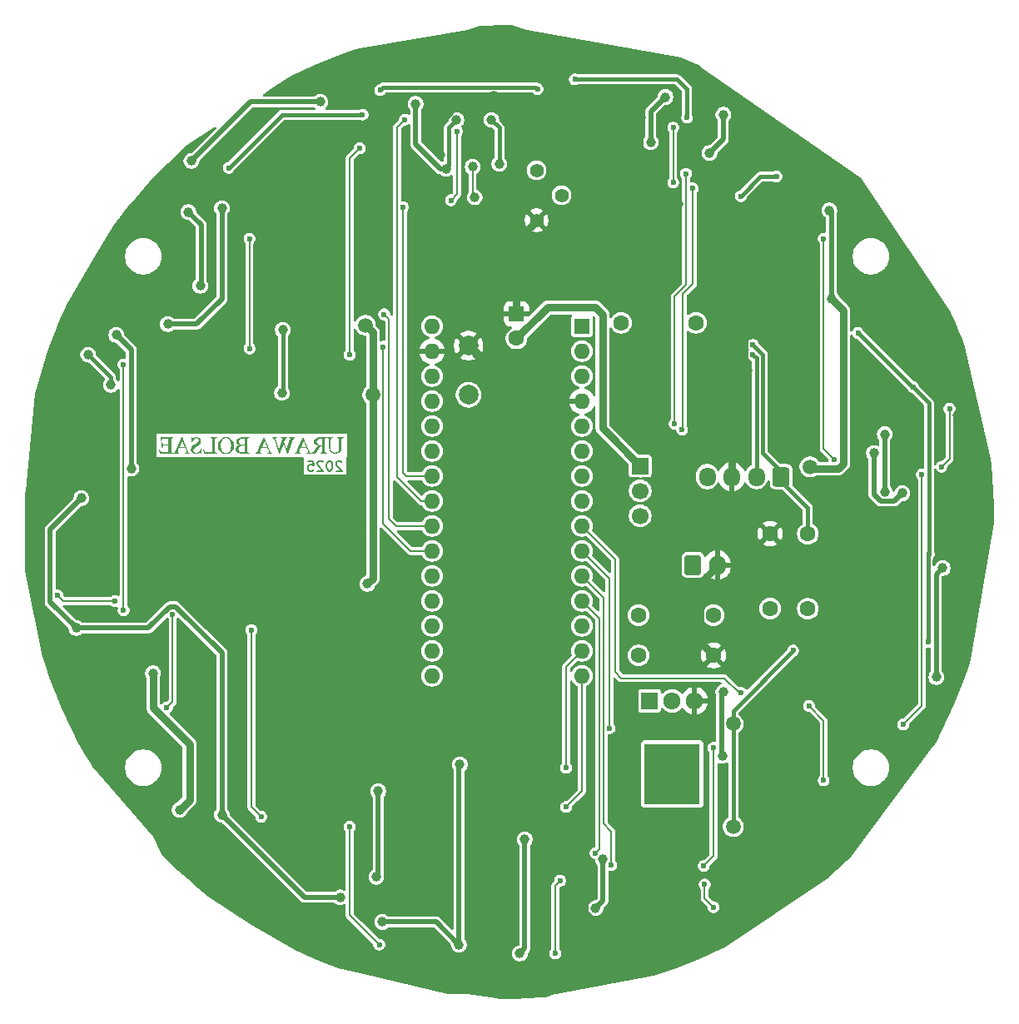
<source format=gbr>
%TF.GenerationSoftware,KiCad,Pcbnew,9.0.6-9.0.6~ubuntu22.04.1*%
%TF.CreationDate,2025-11-25T23:45:24+09:00*%
%TF.ProjectId,LineSensor,4c696e65-5365-46e7-936f-722e6b696361,rev?*%
%TF.SameCoordinates,Original*%
%TF.FileFunction,Copper,L2,Bot*%
%TF.FilePolarity,Positive*%
%FSLAX46Y46*%
G04 Gerber Fmt 4.6, Leading zero omitted, Abs format (unit mm)*
G04 Created by KiCad (PCBNEW 9.0.6-9.0.6~ubuntu22.04.1) date 2025-11-25 23:45:24*
%MOMM*%
%LPD*%
G01*
G04 APERTURE LIST*
G04 Aperture macros list*
%AMRoundRect*
0 Rectangle with rounded corners*
0 $1 Rounding radius*
0 $2 $3 $4 $5 $6 $7 $8 $9 X,Y pos of 4 corners*
0 Add a 4 corners polygon primitive as box body*
4,1,4,$2,$3,$4,$5,$6,$7,$8,$9,$2,$3,0*
0 Add four circle primitives for the rounded corners*
1,1,$1+$1,$2,$3*
1,1,$1+$1,$4,$5*
1,1,$1+$1,$6,$7*
1,1,$1+$1,$8,$9*
0 Add four rect primitives between the rounded corners*
20,1,$1+$1,$2,$3,$4,$5,0*
20,1,$1+$1,$4,$5,$6,$7,0*
20,1,$1+$1,$6,$7,$8,$9,0*
20,1,$1+$1,$8,$9,$2,$3,0*%
G04 Aperture macros list end*
%ADD10C,0.200000*%
%TA.AperFunction,NonConductor*%
%ADD11C,0.200000*%
%TD*%
%ADD12C,0.400000*%
%TA.AperFunction,ComponentPad*%
%ADD13RoundRect,0.250000X-0.600000X-0.750000X0.600000X-0.750000X0.600000X0.750000X-0.600000X0.750000X0*%
%TD*%
%TA.AperFunction,ComponentPad*%
%ADD14O,1.700000X2.000000*%
%TD*%
%TA.AperFunction,ComponentPad*%
%ADD15R,1.700000X1.700000*%
%TD*%
%TA.AperFunction,ComponentPad*%
%ADD16C,1.700000*%
%TD*%
%TA.AperFunction,ComponentPad*%
%ADD17C,1.600000*%
%TD*%
%TA.AperFunction,ComponentPad*%
%ADD18RoundRect,0.250000X-0.550000X0.550000X-0.550000X-0.550000X0.550000X-0.550000X0.550000X0.550000X0*%
%TD*%
%TA.AperFunction,ComponentPad*%
%ADD19RoundRect,0.250000X0.600000X0.725000X-0.600000X0.725000X-0.600000X-0.725000X0.600000X-0.725000X0*%
%TD*%
%TA.AperFunction,ComponentPad*%
%ADD20O,1.700000X1.950000*%
%TD*%
%TA.AperFunction,ComponentPad*%
%ADD21R,1.600000X1.600000*%
%TD*%
%TA.AperFunction,ComponentPad*%
%ADD22O,1.600000X1.600000*%
%TD*%
%TA.AperFunction,ComponentPad*%
%ADD23C,1.400000*%
%TD*%
%TA.AperFunction,ComponentPad*%
%ADD24C,2.000000*%
%TD*%
%TA.AperFunction,ComponentPad*%
%ADD25R,1.717500X1.800000*%
%TD*%
%TA.AperFunction,ComponentPad*%
%ADD26O,1.717500X1.800000*%
%TD*%
%TA.AperFunction,SMDPad,CuDef*%
%ADD27R,5.700000X6.200000*%
%TD*%
%TA.AperFunction,ViaPad*%
%ADD28C,1.000000*%
%TD*%
%TA.AperFunction,ViaPad*%
%ADD29C,1.500000*%
%TD*%
%TA.AperFunction,ViaPad*%
%ADD30C,0.600000*%
%TD*%
%TA.AperFunction,ViaPad*%
%ADD31C,0.800000*%
%TD*%
%TA.AperFunction,ViaPad*%
%ADD32C,1.600000*%
%TD*%
%TA.AperFunction,Conductor*%
%ADD33C,0.800000*%
%TD*%
%TA.AperFunction,Conductor*%
%ADD34C,0.500000*%
%TD*%
%TA.AperFunction,Conductor*%
%ADD35C,0.400000*%
%TD*%
%TA.AperFunction,Conductor*%
%ADD36C,0.900000*%
%TD*%
%TA.AperFunction,Conductor*%
%ADD37C,0.200000*%
%TD*%
G04 APERTURE END LIST*
D10*
D11*
X133177945Y-94912457D02*
X133130326Y-94864838D01*
X133130326Y-94864838D02*
X133035088Y-94817219D01*
X133035088Y-94817219D02*
X132796993Y-94817219D01*
X132796993Y-94817219D02*
X132701755Y-94864838D01*
X132701755Y-94864838D02*
X132654136Y-94912457D01*
X132654136Y-94912457D02*
X132606517Y-95007695D01*
X132606517Y-95007695D02*
X132606517Y-95102933D01*
X132606517Y-95102933D02*
X132654136Y-95245790D01*
X132654136Y-95245790D02*
X133225564Y-95817219D01*
X133225564Y-95817219D02*
X132606517Y-95817219D01*
X131987469Y-94817219D02*
X131892231Y-94817219D01*
X131892231Y-94817219D02*
X131796993Y-94864838D01*
X131796993Y-94864838D02*
X131749374Y-94912457D01*
X131749374Y-94912457D02*
X131701755Y-95007695D01*
X131701755Y-95007695D02*
X131654136Y-95198171D01*
X131654136Y-95198171D02*
X131654136Y-95436266D01*
X131654136Y-95436266D02*
X131701755Y-95626742D01*
X131701755Y-95626742D02*
X131749374Y-95721980D01*
X131749374Y-95721980D02*
X131796993Y-95769600D01*
X131796993Y-95769600D02*
X131892231Y-95817219D01*
X131892231Y-95817219D02*
X131987469Y-95817219D01*
X131987469Y-95817219D02*
X132082707Y-95769600D01*
X132082707Y-95769600D02*
X132130326Y-95721980D01*
X132130326Y-95721980D02*
X132177945Y-95626742D01*
X132177945Y-95626742D02*
X132225564Y-95436266D01*
X132225564Y-95436266D02*
X132225564Y-95198171D01*
X132225564Y-95198171D02*
X132177945Y-95007695D01*
X132177945Y-95007695D02*
X132130326Y-94912457D01*
X132130326Y-94912457D02*
X132082707Y-94864838D01*
X132082707Y-94864838D02*
X131987469Y-94817219D01*
X131273183Y-94912457D02*
X131225564Y-94864838D01*
X131225564Y-94864838D02*
X131130326Y-94817219D01*
X131130326Y-94817219D02*
X130892231Y-94817219D01*
X130892231Y-94817219D02*
X130796993Y-94864838D01*
X130796993Y-94864838D02*
X130749374Y-94912457D01*
X130749374Y-94912457D02*
X130701755Y-95007695D01*
X130701755Y-95007695D02*
X130701755Y-95102933D01*
X130701755Y-95102933D02*
X130749374Y-95245790D01*
X130749374Y-95245790D02*
X131320802Y-95817219D01*
X131320802Y-95817219D02*
X130701755Y-95817219D01*
X129796993Y-94817219D02*
X130273183Y-94817219D01*
X130273183Y-94817219D02*
X130320802Y-95293409D01*
X130320802Y-95293409D02*
X130273183Y-95245790D01*
X130273183Y-95245790D02*
X130177945Y-95198171D01*
X130177945Y-95198171D02*
X129939850Y-95198171D01*
X129939850Y-95198171D02*
X129844612Y-95245790D01*
X129844612Y-95245790D02*
X129796993Y-95293409D01*
X129796993Y-95293409D02*
X129749374Y-95388647D01*
X129749374Y-95388647D02*
X129749374Y-95626742D01*
X129749374Y-95626742D02*
X129796993Y-95721980D01*
X129796993Y-95721980D02*
X129844612Y-95769600D01*
X129844612Y-95769600D02*
X129939850Y-95817219D01*
X129939850Y-95817219D02*
X130177945Y-95817219D01*
X130177945Y-95817219D02*
X130273183Y-95769600D01*
X130273183Y-95769600D02*
X130320802Y-95721980D01*
D12*
G36*
X132546249Y-94073677D02*
G01*
X132669973Y-94063331D01*
X132783725Y-94032994D01*
X132889499Y-93982770D01*
X132988817Y-93911500D01*
X133069641Y-93822736D01*
X133125580Y-93727828D01*
X133159025Y-93625155D01*
X133170411Y-93512285D01*
X133170411Y-92654382D01*
X133182819Y-92591708D01*
X133221336Y-92534214D01*
X133276369Y-92497983D01*
X133338695Y-92486099D01*
X133394504Y-92486099D01*
X133394504Y-92423572D01*
X132687177Y-92423572D01*
X132687177Y-92486099D01*
X132740300Y-92486099D01*
X132803181Y-92497904D01*
X132860467Y-92534214D01*
X132896768Y-92591416D01*
X132908583Y-92654382D01*
X132908583Y-93512285D01*
X132894867Y-93628626D01*
X132854621Y-93732323D01*
X132786706Y-93826625D01*
X132693884Y-93897873D01*
X132592955Y-93939624D01*
X132480669Y-93953754D01*
X132368554Y-93939572D01*
X132268598Y-93897787D01*
X132177442Y-93826625D01*
X132107915Y-93732063D01*
X132066847Y-93628377D01*
X132052878Y-93512285D01*
X132052878Y-92698101D01*
X132065541Y-92612903D01*
X132101238Y-92547526D01*
X132157670Y-92500892D01*
X132221161Y-92486099D01*
X132271475Y-92486099D01*
X132271475Y-92423572D01*
X131687124Y-92423572D01*
X131687124Y-92486099D01*
X131740247Y-92486099D01*
X131803668Y-92500902D01*
X131860293Y-92547648D01*
X131897958Y-92613212D01*
X131911217Y-92698101D01*
X131911217Y-93512285D01*
X131922604Y-93625155D01*
X131956048Y-93727828D01*
X132011987Y-93822736D01*
X132092812Y-93911500D01*
X132190636Y-93982083D01*
X132297525Y-94032367D01*
X132415275Y-94063091D01*
X132546249Y-94073677D01*
G37*
G36*
X131683705Y-92486099D02*
G01*
X131627896Y-92486099D01*
X131565465Y-92497989D01*
X131510415Y-92534214D01*
X131471994Y-92591698D01*
X131459612Y-92654382D01*
X131459612Y-93810139D01*
X131472258Y-93874135D01*
X131510293Y-93927620D01*
X131565648Y-93965960D01*
X131627896Y-93978422D01*
X131683705Y-93978422D01*
X131683705Y-94031545D01*
X131683705Y-94038140D01*
X130998237Y-94038140D01*
X130998237Y-93978422D01*
X131051238Y-93978422D01*
X131107145Y-93966047D01*
X131154919Y-93927864D01*
X131186761Y-93874964D01*
X131197662Y-93810139D01*
X131197662Y-93305778D01*
X131056001Y-93305778D01*
X130501325Y-94038140D01*
X130088311Y-94038140D01*
X130088311Y-93978422D01*
X130139898Y-93970784D01*
X130196755Y-93946060D01*
X130260169Y-93903491D01*
X130324249Y-93848485D01*
X130790143Y-93260837D01*
X130674179Y-93228275D01*
X130572506Y-93178354D01*
X130483007Y-93110872D01*
X130408770Y-93025373D01*
X130367007Y-92937918D01*
X130353314Y-92845624D01*
X130637124Y-92845624D01*
X130651575Y-92936228D01*
X130695099Y-93017897D01*
X130772313Y-93093897D01*
X130865850Y-93153517D01*
X130972247Y-93189764D01*
X131094958Y-93202341D01*
X131209563Y-93202341D01*
X131197662Y-92610662D01*
X131189213Y-92580724D01*
X131161392Y-92553876D01*
X131110681Y-92536041D01*
X131051238Y-92529818D01*
X130940692Y-92540791D01*
X130844082Y-92572477D01*
X130758513Y-92624584D01*
X130689083Y-92692557D01*
X130650053Y-92765271D01*
X130637124Y-92845624D01*
X130353314Y-92845624D01*
X130362757Y-92756726D01*
X130390268Y-92677879D01*
X130436077Y-92606787D01*
X130502302Y-92542030D01*
X130605377Y-92477629D01*
X130727546Y-92437680D01*
X130873674Y-92423572D01*
X131683705Y-92423572D01*
X131683705Y-92486099D01*
G37*
G36*
X129860676Y-93759581D02*
G01*
X129903711Y-93853968D01*
X129955321Y-93919438D01*
X130020479Y-93964541D01*
X130084891Y-93978422D01*
X130084891Y-94031545D01*
X130084891Y-94038140D01*
X129598970Y-94038140D01*
X129598970Y-93978422D01*
X129652093Y-93978422D01*
X129694426Y-93971142D01*
X129731716Y-93949235D01*
X129757486Y-93921882D01*
X129765666Y-93889396D01*
X129759345Y-93834824D01*
X129738555Y-93770694D01*
X129627669Y-93505324D01*
X129009734Y-93505324D01*
X128893353Y-93770694D01*
X128869337Y-93849208D01*
X128863555Y-93889396D01*
X128870691Y-93922502D01*
X128892254Y-93949357D01*
X128926242Y-93971308D01*
X128963450Y-93978422D01*
X129019260Y-93978422D01*
X129019260Y-94038140D01*
X128421231Y-94038140D01*
X128421231Y-93978422D01*
X128476569Y-93964737D01*
X128531507Y-93919560D01*
X128579066Y-93854558D01*
X128621022Y-93759459D01*
X128781222Y-93401887D01*
X129043196Y-93401887D01*
X129588682Y-93401887D01*
X129321266Y-92768077D01*
X129043196Y-93401887D01*
X128781222Y-93401887D01*
X129234193Y-92390844D01*
X129280233Y-92390844D01*
X129860676Y-93759581D01*
G37*
G36*
X127708286Y-94038140D02*
G01*
X128195429Y-92680272D01*
X128235335Y-92600121D01*
X128287386Y-92537023D01*
X128350393Y-92498646D01*
X128419766Y-92486099D01*
X128419766Y-92423572D01*
X127799877Y-92423572D01*
X127799877Y-92486099D01*
X127855687Y-92486099D01*
X127889529Y-92492141D01*
X127916015Y-92509668D01*
X127935502Y-92533619D01*
X127942027Y-92564134D01*
X127937531Y-92616102D01*
X127923098Y-92675020D01*
X127598743Y-93561500D01*
X127343387Y-92911203D01*
X127452198Y-92633866D01*
X127480897Y-92571842D01*
X127522173Y-92523346D01*
X127566698Y-92494869D01*
X127609856Y-92486099D01*
X127662857Y-92486099D01*
X127662857Y-92423572D01*
X126977390Y-92423572D01*
X126977390Y-92486099D01*
X127055059Y-92486099D01*
X127089441Y-92492062D01*
X127118073Y-92509668D01*
X127137561Y-92533619D01*
X127144085Y-92564134D01*
X127136147Y-92661221D01*
X126792864Y-93561378D01*
X126465823Y-92674776D01*
X126447249Y-92615776D01*
X126441521Y-92564134D01*
X126449313Y-92536371D01*
X126475348Y-92510034D01*
X126515470Y-92492376D01*
X126565963Y-92486099D01*
X126619085Y-92486099D01*
X126619085Y-92423572D01*
X126111182Y-92423572D01*
X126111182Y-92486099D01*
X126167114Y-92486099D01*
X126208881Y-92497430D01*
X126254309Y-92536657D01*
X126297877Y-92599084D01*
X126335519Y-92680272D01*
X126828401Y-94038140D01*
X126880059Y-94038140D01*
X127279030Y-93080219D01*
X127650889Y-94038140D01*
X127708286Y-94038140D01*
G37*
G36*
X125880495Y-93759581D02*
G01*
X125923529Y-93853968D01*
X125975139Y-93919438D01*
X126040297Y-93964541D01*
X126104710Y-93978422D01*
X126104710Y-94031545D01*
X126104710Y-94038140D01*
X125618789Y-94038140D01*
X125618789Y-93978422D01*
X125671912Y-93978422D01*
X125714244Y-93971142D01*
X125751535Y-93949235D01*
X125777305Y-93921882D01*
X125785484Y-93889396D01*
X125779163Y-93834824D01*
X125758374Y-93770694D01*
X125647487Y-93505324D01*
X125029553Y-93505324D01*
X124913171Y-93770694D01*
X124889155Y-93849208D01*
X124883374Y-93889396D01*
X124890510Y-93922502D01*
X124912072Y-93949357D01*
X124946061Y-93971308D01*
X124983269Y-93978422D01*
X125039078Y-93978422D01*
X125039078Y-94038140D01*
X124441050Y-94038140D01*
X124441050Y-93978422D01*
X124496388Y-93964737D01*
X124551325Y-93919560D01*
X124598884Y-93854558D01*
X124640840Y-93759459D01*
X124801041Y-93401887D01*
X125063014Y-93401887D01*
X125608501Y-93401887D01*
X125341085Y-92768077D01*
X125063014Y-93401887D01*
X124801041Y-93401887D01*
X125254012Y-92390844D01*
X125300052Y-92390844D01*
X125880495Y-93759581D01*
G37*
G36*
X123794783Y-92486099D02*
G01*
X123738974Y-92486099D01*
X123676649Y-92497983D01*
X123621615Y-92534214D01*
X123583195Y-92591698D01*
X123570812Y-92654382D01*
X123570812Y-93788279D01*
X123583623Y-93860907D01*
X123621737Y-93922369D01*
X123677362Y-93964871D01*
X123738974Y-93978422D01*
X123794783Y-93978422D01*
X123794783Y-94031545D01*
X123794783Y-94038140D01*
X122897435Y-94038140D01*
X122796537Y-94029476D01*
X122704822Y-94004172D01*
X122620484Y-93962403D01*
X122542184Y-93903196D01*
X122478631Y-93826956D01*
X122434422Y-93745986D01*
X122407940Y-93659002D01*
X122401011Y-93586046D01*
X122685432Y-93586046D01*
X122699125Y-93681102D01*
X122739614Y-93764611D01*
X122809630Y-93839937D01*
X122901155Y-93898181D01*
X123004033Y-93933409D01*
X123121406Y-93945572D01*
X123194274Y-93938599D01*
X123256350Y-93918705D01*
X123297563Y-93885670D01*
X123308862Y-93853859D01*
X123308862Y-93243007D01*
X123116032Y-93243007D01*
X122992755Y-93254730D01*
X122891204Y-93287700D01*
X122806943Y-93340460D01*
X122738578Y-93412170D01*
X122698913Y-93492879D01*
X122685432Y-93586046D01*
X122401011Y-93586046D01*
X122398935Y-93564187D01*
X122410881Y-93476597D01*
X122446778Y-93395462D01*
X122509333Y-93318234D01*
X122585423Y-93251715D01*
X122657719Y-93209445D01*
X122727686Y-93187320D01*
X122681465Y-93170767D01*
X122628548Y-93132352D01*
X122566486Y-93063855D01*
X122515718Y-92986336D01*
X122485605Y-92902491D01*
X122480219Y-92853806D01*
X122729152Y-92853806D01*
X122741041Y-92934938D01*
X122776166Y-93005799D01*
X122836985Y-93069351D01*
X122915100Y-93116227D01*
X123008627Y-93145531D01*
X123121406Y-93155935D01*
X123308862Y-93155935D01*
X123308862Y-92588803D01*
X123300634Y-92560598D01*
X123272348Y-92532016D01*
X123221847Y-92514188D01*
X123162438Y-92507958D01*
X123046583Y-92519570D01*
X122945521Y-92553087D01*
X122856158Y-92608220D01*
X122783596Y-92685090D01*
X122742674Y-92765966D01*
X122729152Y-92853806D01*
X122480219Y-92853806D01*
X122475383Y-92810087D01*
X122484712Y-92728382D01*
X122511976Y-92655973D01*
X122557729Y-92590580D01*
X122624616Y-92530917D01*
X122724950Y-92472682D01*
X122843560Y-92436397D01*
X122984874Y-92423572D01*
X123794783Y-92423572D01*
X123794783Y-92486099D01*
G37*
G36*
X121558885Y-92387151D02*
G01*
X121688250Y-92415860D01*
X121803752Y-92462156D01*
X121907415Y-92525903D01*
X122000697Y-92607976D01*
X122078859Y-92700533D01*
X122140201Y-92805185D01*
X122185197Y-92923658D01*
X122213347Y-93058254D01*
X122223203Y-93211744D01*
X122223203Y-93255464D01*
X122213463Y-93406277D01*
X122185525Y-93539778D01*
X122140662Y-93658486D01*
X122079238Y-93764488D01*
X122000697Y-93859354D01*
X121907562Y-93939449D01*
X121804447Y-94001672D01*
X121689949Y-94046842D01*
X121562141Y-94074826D01*
X121418667Y-94084546D01*
X121270159Y-94074679D01*
X121139254Y-94046415D01*
X121023326Y-94001055D01*
X120920214Y-93938923D01*
X120828332Y-93859354D01*
X120748743Y-93764347D01*
X120686573Y-93658269D01*
X120641209Y-93539563D01*
X120612978Y-93406137D01*
X120603140Y-93255464D01*
X120603140Y-93211744D01*
X120889759Y-93211744D01*
X120889759Y-93255464D01*
X120899874Y-93419749D01*
X120928412Y-93560167D01*
X120973389Y-93680332D01*
X121033862Y-93783272D01*
X121112969Y-93869734D01*
X121201907Y-93929684D01*
X121302679Y-93965898D01*
X121418667Y-93978422D01*
X121528759Y-93966058D01*
X121624942Y-93930158D01*
X121710448Y-93870336D01*
X121787107Y-93783394D01*
X121846326Y-93680564D01*
X121890442Y-93560412D01*
X121918464Y-93419911D01*
X121928401Y-93255464D01*
X121928401Y-93211744D01*
X121918322Y-93044045D01*
X121890086Y-92902815D01*
X121845954Y-92783934D01*
X121787107Y-92683935D01*
X121710298Y-92595931D01*
X121623906Y-92535243D01*
X121526000Y-92498716D01*
X121413171Y-92486099D01*
X121300267Y-92498642D01*
X121201343Y-92535086D01*
X121113164Y-92595799D01*
X121033862Y-92683935D01*
X120973752Y-92784171D01*
X120928760Y-92903141D01*
X120900013Y-93044293D01*
X120889759Y-93211744D01*
X120603140Y-93211744D01*
X120613095Y-93058399D01*
X120641539Y-92923881D01*
X120687036Y-92805407D01*
X120749123Y-92700676D01*
X120828332Y-92607976D01*
X120920557Y-92525979D01*
X121023383Y-92462255D01*
X121138300Y-92415936D01*
X121267379Y-92387179D01*
X121413171Y-92377166D01*
X121558885Y-92387151D01*
G37*
G36*
X120501290Y-94031545D02*
G01*
X120501290Y-93978422D01*
X120445481Y-93978422D01*
X120382005Y-93967790D01*
X120325069Y-93935680D01*
X120288790Y-93886285D01*
X120277198Y-93831999D01*
X120277198Y-92632522D01*
X120289024Y-92576317D01*
X120325069Y-92528841D01*
X120382005Y-92496731D01*
X120445481Y-92486099D01*
X120501290Y-92486099D01*
X120501290Y-92423572D01*
X119815823Y-92423572D01*
X119815823Y-92486099D01*
X119868824Y-92486099D01*
X119925029Y-92497925D01*
X119972505Y-92533970D01*
X120004433Y-92589113D01*
X120015247Y-92654382D01*
X120015247Y-93831999D01*
X120007399Y-93867186D01*
X119981053Y-93905638D01*
X119938871Y-93927374D01*
X119890683Y-93934703D01*
X119535554Y-93934703D01*
X119450280Y-93924719D01*
X119368849Y-93894623D01*
X119289357Y-93842623D01*
X119220840Y-93775549D01*
X119165535Y-93695715D01*
X119123028Y-93601311D01*
X119058060Y-93601311D01*
X119149773Y-94038140D01*
X120501290Y-94038140D01*
X120501290Y-94031545D01*
G37*
G36*
X118891730Y-94056336D02*
G01*
X118957798Y-93533046D01*
X118874145Y-93533046D01*
X118818031Y-93662289D01*
X118747077Y-93767036D01*
X118661287Y-93850806D01*
X118564236Y-93917232D01*
X118467501Y-93955052D01*
X118368684Y-93967431D01*
X118298736Y-93957966D01*
X118235753Y-93929845D01*
X118177564Y-93881336D01*
X118135805Y-93820197D01*
X118110725Y-93751651D01*
X118102093Y-93673485D01*
X118110739Y-93628404D01*
X118140968Y-93571626D01*
X118202110Y-93498607D01*
X118323784Y-93395073D01*
X118496301Y-93283429D01*
X118608507Y-93209683D01*
X118699089Y-93131982D01*
X118770708Y-93050300D01*
X118832758Y-92957909D01*
X118867114Y-92871354D01*
X118878053Y-92788227D01*
X118863736Y-92681477D01*
X118821345Y-92586038D01*
X118748482Y-92498555D01*
X118654486Y-92430819D01*
X118551696Y-92390780D01*
X118436950Y-92377166D01*
X118352790Y-92387328D01*
X118233374Y-92423817D01*
X118145185Y-92450278D01*
X118103558Y-92456423D01*
X118069209Y-92451588D01*
X118043230Y-92438105D01*
X118021838Y-92413124D01*
X118008426Y-92377166D01*
X117938817Y-92377166D01*
X117891678Y-92906929D01*
X117950540Y-92906929D01*
X118005881Y-92786517D01*
X118070653Y-92686818D01*
X118144591Y-92605167D01*
X118226934Y-92543301D01*
X118309048Y-92508366D01*
X118393230Y-92496967D01*
X118457377Y-92504020D01*
X118514286Y-92524605D01*
X118565666Y-92559005D01*
X118606911Y-92602117D01*
X118630230Y-92647910D01*
X118637962Y-92698101D01*
X118628173Y-92749918D01*
X118594453Y-92813110D01*
X118527076Y-92892152D01*
X118406519Y-92997331D01*
X118230076Y-93110017D01*
X118111727Y-93188606D01*
X118014748Y-93269046D01*
X117936618Y-93351329D01*
X117870720Y-93445821D01*
X117834960Y-93531328D01*
X117823778Y-93610715D01*
X117833805Y-93704552D01*
X117863425Y-93790615D01*
X117913395Y-93870995D01*
X117986322Y-93947037D01*
X118068427Y-94006845D01*
X118158405Y-94049478D01*
X118257809Y-94075552D01*
X118368684Y-94084546D01*
X118467297Y-94078402D01*
X118541852Y-94061999D01*
X118597418Y-94037651D01*
X118669404Y-94006233D01*
X118726622Y-93997107D01*
X118751844Y-94000969D01*
X118776203Y-94012861D01*
X118794965Y-94034070D01*
X118805268Y-94062686D01*
X118891730Y-94062686D01*
X118891730Y-94056336D01*
G37*
G36*
X117513712Y-93759581D02*
G01*
X117556746Y-93853968D01*
X117608356Y-93919438D01*
X117673514Y-93964541D01*
X117737927Y-93978422D01*
X117737927Y-94031545D01*
X117737927Y-94038140D01*
X117252006Y-94038140D01*
X117252006Y-93978422D01*
X117305129Y-93978422D01*
X117347461Y-93971142D01*
X117384752Y-93949235D01*
X117410522Y-93921882D01*
X117418702Y-93889396D01*
X117412381Y-93834824D01*
X117391591Y-93770694D01*
X117280704Y-93505324D01*
X116662770Y-93505324D01*
X116546388Y-93770694D01*
X116522372Y-93849208D01*
X116516591Y-93889396D01*
X116523727Y-93922502D01*
X116545289Y-93949357D01*
X116579278Y-93971308D01*
X116616486Y-93978422D01*
X116672295Y-93978422D01*
X116672295Y-94038140D01*
X116074267Y-94038140D01*
X116074267Y-93978422D01*
X116129605Y-93964737D01*
X116184542Y-93919560D01*
X116232101Y-93854558D01*
X116274057Y-93759459D01*
X116434258Y-93401887D01*
X116696231Y-93401887D01*
X117241718Y-93401887D01*
X116974302Y-92768077D01*
X116696231Y-93401887D01*
X116434258Y-93401887D01*
X116887229Y-92390844D01*
X116933269Y-92390844D01*
X117513712Y-93759581D01*
G37*
G36*
X116059124Y-94031545D02*
G01*
X116059124Y-93978422D01*
X116003314Y-93978422D01*
X115941702Y-93964871D01*
X115886078Y-93922369D01*
X115847964Y-93860907D01*
X115835153Y-93788279D01*
X115835153Y-92654382D01*
X115847535Y-92591698D01*
X115885956Y-92534214D01*
X115940989Y-92497983D01*
X116003314Y-92486099D01*
X116059124Y-92486099D01*
X116059124Y-92423572D01*
X114753401Y-92423572D01*
X114753401Y-92772962D01*
X114826064Y-92772962D01*
X114859370Y-92672545D01*
X114910572Y-92596741D01*
X114953295Y-92558819D01*
X114999114Y-92537084D01*
X115049668Y-92529818D01*
X115495045Y-92529818D01*
X115523527Y-92536658D01*
X115549511Y-92558517D01*
X115567221Y-92587243D01*
X115573203Y-92621531D01*
X115573203Y-93131388D01*
X115161775Y-93131388D01*
X115105225Y-93124404D01*
X115055750Y-93104006D01*
X115011566Y-93069595D01*
X114977622Y-93025138D01*
X114956994Y-92972708D01*
X114949773Y-92909982D01*
X114884560Y-92909982D01*
X114884560Y-93483464D01*
X114949773Y-93483464D01*
X114956963Y-93416781D01*
X114977639Y-93359629D01*
X115011688Y-93309930D01*
X115056238Y-93272424D01*
X115105653Y-93250470D01*
X115161775Y-93243007D01*
X115573203Y-93243007D01*
X115573203Y-93810139D01*
X115564023Y-93856916D01*
X115536078Y-93897578D01*
X115492419Y-93925362D01*
X115440457Y-93934703D01*
X115071528Y-93934703D01*
X114993171Y-93925840D01*
X114918955Y-93899252D01*
X114847191Y-93853614D01*
X114782027Y-93793674D01*
X114729378Y-93720945D01*
X114688799Y-93633551D01*
X114626762Y-93645886D01*
X114729710Y-94038140D01*
X116059124Y-94038140D01*
X116059124Y-94031545D01*
G37*
D13*
%TO.P,J2,1,Pin_1*%
%TO.N,Net-(J2-Pin_1)*%
X168900000Y-105400000D03*
D14*
%TO.P,J2,2,Pin_2*%
%TO.N,GND*%
X171400000Y-105400000D03*
%TD*%
D15*
%TO.P,SW2,1,A*%
%TO.N,VCC*%
X163534000Y-95315000D03*
D16*
%TO.P,SW2,2,B*%
%TO.N,Net-(J2-Pin_1)*%
X163534000Y-97855000D03*
%TO.P,SW2,3*%
%TO.N,N/C*%
X163534000Y-100395000D03*
%TD*%
D17*
%TO.P,R84,1*%
%TO.N,Net-(A1-D10)*%
X163380000Y-110500000D03*
%TO.P,R84,2*%
%TO.N,Net-(Q17-G)*%
X171000000Y-110500000D03*
%TD*%
D18*
%TO.P,C2,1*%
%TO.N,GND*%
X150961000Y-79852000D03*
D17*
%TO.P,C2,2*%
%TO.N,VCC*%
X150961000Y-82352000D03*
%TD*%
D19*
%TO.P,J1,1,Pin_1*%
%TO.N,Net-(J1-Pin_1)*%
X177861000Y-96407000D03*
D20*
%TO.P,J1,2,Pin_2*%
%TO.N,Net-(A1-D0{slash}RX)*%
X175361000Y-96407000D03*
%TO.P,J1,3,Pin_3*%
%TO.N,GND*%
X172861000Y-96407000D03*
%TO.P,J1,4,Pin_4*%
%TO.N,VCC*%
X170361000Y-96407000D03*
%TD*%
D21*
%TO.P,A1,1,D1/TX*%
%TO.N,Net-(A1-D1{slash}TX)*%
X157610000Y-81109000D03*
D22*
%TO.P,A1,2,D0/RX*%
%TO.N,Net-(A1-D0{slash}RX)*%
X157610000Y-83649000D03*
%TO.P,A1,3,~{RESET}*%
%TO.N,unconnected-(A1-~{RESET}-Pad3)*%
X157610000Y-86189000D03*
%TO.P,A1,4,GND*%
%TO.N,GND*%
X157610000Y-88729000D03*
%TO.P,A1,5,D2*%
%TO.N,U8A*%
X157610000Y-91269000D03*
%TO.P,A1,6,D3*%
%TO.N,U8B*%
X157610000Y-93809000D03*
%TO.P,A1,7,D4*%
%TO.N,U7A*%
X157610000Y-96349000D03*
%TO.P,A1,8,D5*%
%TO.N,U7B*%
X157610000Y-98889000D03*
%TO.P,A1,9,D6*%
%TO.N,U2A*%
X157610000Y-101429000D03*
%TO.P,A1,10,D7*%
%TO.N,U2B*%
X157610000Y-103969000D03*
%TO.P,A1,11,D8*%
%TO.N,U9B*%
X157610000Y-106509000D03*
%TO.P,A1,12,D9*%
%TO.N,U9A*%
X157610000Y-109049000D03*
%TO.P,A1,13,D10*%
%TO.N,Net-(A1-D10)*%
X157610000Y-111589000D03*
%TO.P,A1,14,D11*%
%TO.N,U3A*%
X157610000Y-114129000D03*
%TO.P,A1,15,D12*%
%TO.N,U3B*%
X157610000Y-116669000D03*
%TO.P,A1,16,D13*%
%TO.N,unconnected-(A1-D13-Pad16)*%
X142370000Y-116669000D03*
%TO.P,A1,17,3V3*%
%TO.N,unconnected-(A1-3V3-Pad17)*%
X142370000Y-114129000D03*
%TO.P,A1,18,AREF*%
%TO.N,unconnected-(A1-AREF-Pad18)*%
X142370000Y-111589000D03*
%TO.P,A1,19,A0*%
%TO.N,U4B*%
X142370000Y-109049000D03*
%TO.P,A1,20,A1*%
%TO.N,U4A*%
X142370000Y-106509000D03*
%TO.P,A1,21,A2*%
%TO.N,U5B*%
X142370000Y-103969000D03*
%TO.P,A1,22,A3*%
%TO.N,U5A*%
X142370000Y-101429000D03*
%TO.P,A1,23,A4*%
%TO.N,U6A*%
X142370000Y-98889000D03*
%TO.P,A1,24,A5*%
%TO.N,U6B*%
X142370000Y-96349000D03*
%TO.P,A1,25,A6*%
%TO.N,unconnected-(A1-A6-Pad25)*%
X142370000Y-93809000D03*
%TO.P,A1,26,A7*%
%TO.N,unconnected-(A1-A7-Pad26)*%
X142370000Y-91269000D03*
%TO.P,A1,27,+5V*%
%TO.N,VCC*%
X142370000Y-88729000D03*
%TO.P,A1,28,~{RESET}*%
%TO.N,unconnected-(A1-~{RESET}-Pad28)*%
X142370000Y-86189000D03*
%TO.P,A1,29,GND*%
%TO.N,GND*%
X142370000Y-83649000D03*
%TO.P,A1,30,VIN*%
%TO.N,unconnected-(A1-VIN-Pad30)*%
X142370000Y-81109000D03*
%TD*%
D17*
%TO.P,R51,1*%
%TO.N,Net-(J1-Pin_1)*%
X180593000Y-102230000D03*
%TO.P,R51,2*%
%TO.N,Net-(R50-Pad1)*%
X180592999Y-109850000D03*
%TD*%
D23*
%TO.P,RV1,1,1*%
%TO.N,VCC*%
X153000000Y-65260000D03*
%TO.P,RV1,2,2*%
%TO.N,Net-(U2A-+)*%
X155540000Y-67800000D03*
%TO.P,RV1,3,3*%
%TO.N,GND*%
X153000000Y-70340000D03*
%TD*%
D24*
%TO.P,C3,1*%
%TO.N,VCC*%
X146081000Y-88082000D03*
%TO.P,C3,2*%
%TO.N,GND*%
X146081000Y-83082000D03*
%TD*%
D17*
%TO.P,R50,1*%
%TO.N,Net-(R50-Pad1)*%
X176750000Y-109820000D03*
%TO.P,R50,2*%
%TO.N,GND*%
X176750000Y-102200000D03*
%TD*%
%TO.P,R49,1*%
%TO.N,Net-(J1-Pin_1)*%
X169229000Y-80758000D03*
%TO.P,R49,2*%
%TO.N,Net-(A1-D1{slash}TX)*%
X161609000Y-80758000D03*
%TD*%
%TO.P,R85,1*%
%TO.N,GND*%
X171000000Y-114600000D03*
%TO.P,R85,2*%
%TO.N,Net-(Q17-G)*%
X163380000Y-114600000D03*
%TD*%
D25*
%TO.P,Q17,1,D*%
%TO.N,Net-(Q17-D)*%
X164500000Y-119200000D03*
D26*
%TO.P,Q17,2,G*%
%TO.N,Net-(Q17-G)*%
X166790000Y-119200000D03*
%TO.P,Q17,3,S*%
%TO.N,GND*%
X169080000Y-119200000D03*
D27*
%TO.P,Q17,4*%
%TO.N,N/C*%
X166790000Y-126633000D03*
%TD*%
D28*
%TO.N,VCC*%
X182775216Y-69324784D03*
X116700000Y-130300000D03*
X172000000Y-59600000D03*
X114000000Y-116400000D03*
X118800000Y-77000000D03*
X135800000Y-107300000D03*
X188400000Y-97948000D03*
X131000000Y-58300000D03*
X164600000Y-62400000D03*
X171900000Y-124800000D03*
X159759258Y-135350793D03*
X151800000Y-133300000D03*
D29*
X136350000Y-88100000D03*
D28*
X194300000Y-105700000D03*
X183000000Y-78300000D03*
X193650000Y-116797502D03*
X170600000Y-63500000D03*
X136700000Y-137100000D03*
X136900000Y-128400000D03*
X188400000Y-92093057D03*
X107400000Y-84000000D03*
X127100000Y-87900000D03*
X172000000Y-118300000D03*
X144846333Y-60146333D03*
X151300000Y-144900000D03*
D29*
X135600000Y-81000000D03*
X180800000Y-95400000D03*
D28*
X149200000Y-64600000D03*
X109700000Y-87085199D03*
X140700000Y-58500000D03*
X117600000Y-69500000D03*
X143800000Y-65100000D03*
X117900000Y-64300000D03*
X166100000Y-57800000D03*
X127200000Y-81465000D03*
X148400000Y-60125000D03*
X159000000Y-140300000D03*
D30*
%TO.N,Net-(A1-D0{slash}RX)*%
X175000000Y-84000000D03*
%TO.N,GND*%
X178000000Y-67600000D03*
D28*
X195200000Y-95600000D03*
X175000000Y-120000000D03*
X167400000Y-68700000D03*
X176465979Y-122465979D03*
X163600000Y-59900000D03*
X174300000Y-138900000D03*
X122700000Y-65700000D03*
X107700000Y-87800000D03*
X188800000Y-89000000D03*
X188800000Y-86300000D03*
X195800000Y-90200000D03*
X174461000Y-85600000D03*
D30*
X129300000Y-132591000D03*
D28*
X143200000Y-63700000D03*
X148600000Y-57700000D03*
X122700000Y-84400000D03*
X107700000Y-102400000D03*
X145259936Y-58459936D03*
X181314401Y-129085599D03*
D29*
X172200000Y-89300000D03*
D31*
X183176588Y-131269040D03*
D29*
X129600000Y-119600000D03*
D32*
X145700000Y-119800000D03*
D30*
%TO.N,Net-(J1-Pin_1)*%
X175000000Y-83000000D03*
%TO.N,Net-(Q1-E)*%
X110141884Y-109061000D03*
X104300000Y-108500000D03*
%TO.N,Net-(Q2-E)*%
X115400000Y-119900000D03*
X116000000Y-110400000D03*
%TO.N,Net-(Q4-E)*%
X134000000Y-132000000D03*
X137000000Y-144000000D03*
D28*
%TO.N,Net-(Q5-E)*%
X187300000Y-94000000D03*
X190200000Y-98100000D03*
D30*
%TO.N,Net-(Q6-E)*%
X194200000Y-95400000D03*
X195000000Y-89500000D03*
%TO.N,Net-(Q7-E)*%
X173781362Y-67878038D03*
X177400000Y-65890470D03*
%TO.N,Net-(Q8-E)*%
X166900000Y-66500000D03*
X166900000Y-60900000D03*
%TO.N,Net-(Q11-E)*%
X123800000Y-72200000D03*
X123821765Y-83378235D03*
%TO.N,Net-(Q13-E)*%
X154900000Y-144900000D03*
X155400000Y-137500000D03*
%TO.N,Net-(Q14-E)*%
X170100000Y-137887890D03*
X171000000Y-140200000D03*
%TO.N,Net-(Q15-E)*%
X180700000Y-119729000D03*
X182200000Y-127300000D03*
%TO.N,Net-(Q17-D)*%
X137100000Y-57100000D03*
X153100000Y-57000000D03*
X191300000Y-87299000D03*
D28*
X110265934Y-82001871D03*
X145200000Y-125700000D03*
D29*
X173000000Y-121550000D03*
D30*
X185700000Y-81800000D03*
D28*
X106700000Y-98600000D03*
D30*
X121700000Y-65000000D03*
D28*
X145100000Y-144000000D03*
D30*
X192800000Y-113200000D03*
D28*
X133036117Y-139200000D03*
D30*
X192900000Y-104300000D03*
D29*
X173000000Y-132000000D03*
D28*
X137300000Y-141700000D03*
X121000000Y-130800000D03*
D30*
X168300000Y-59900000D03*
D28*
X111800000Y-95600000D03*
D30*
X156900000Y-56000000D03*
D28*
X106200000Y-111800000D03*
D30*
X135300000Y-59600000D03*
X179100000Y-114100000D03*
D28*
X121000000Y-69100000D03*
X115500000Y-80900000D03*
D30*
%TO.N,Net-(U2A-+)*%
X190300000Y-121598000D03*
X135000000Y-63000000D03*
X111000000Y-85000000D03*
X183300000Y-94700000D03*
X171000000Y-124000000D03*
X125000000Y-131000000D03*
X182200000Y-72200000D03*
D28*
X146700000Y-68000000D03*
D30*
X134000000Y-84000000D03*
D28*
X146500000Y-64900000D03*
D30*
X111000000Y-110000000D03*
X124000000Y-112000000D03*
X170000000Y-136000000D03*
X192200000Y-96200000D03*
%TO.N,U3A*%
X156000000Y-126000000D03*
%TO.N,U3B*%
X156000000Y-130000000D03*
%TO.N,U6B*%
X144900000Y-61300000D03*
X144300000Y-68300000D03*
X139400000Y-69000000D03*
%TO.N,U6A*%
X139600000Y-60100000D03*
%TO.N,U5B*%
X137400000Y-83200000D03*
%TO.N,U5A*%
X137500000Y-79900000D03*
%TO.N,U8B*%
X168900000Y-67100000D03*
X167800000Y-91624057D03*
%TO.N,U8A*%
X167038077Y-91024057D03*
X168200000Y-65600000D03*
%TO.N,U9A*%
X159000000Y-134700000D03*
%TO.N,U9B*%
X160600000Y-135900000D03*
%TO.N,U2A*%
X173800000Y-118400000D03*
%TO.N,U2B*%
X160400000Y-122000000D03*
%TD*%
D33*
%TO.N,GND*%
X169599000Y-107244081D02*
X169616343Y-107244081D01*
X169616343Y-107244081D02*
X171400000Y-105460424D01*
X171400000Y-105460424D02*
X171400000Y-105400000D01*
%TO.N,VCC*%
X181001000Y-95601000D02*
X183673207Y-95601000D01*
D34*
X164600000Y-62400000D02*
X164600000Y-59300000D01*
D33*
X159700000Y-91481000D02*
X159700000Y-79900000D01*
D35*
X109700000Y-87085199D02*
X109700000Y-86300000D01*
D34*
X118900000Y-76900000D02*
X118800000Y-77000000D01*
D35*
X127200000Y-87800000D02*
X127200000Y-81465000D01*
D34*
X117600000Y-69500000D02*
X118900000Y-70800000D01*
D33*
X136350000Y-106750000D02*
X135800000Y-107300000D01*
X114000000Y-116400000D02*
X114000000Y-119900000D01*
D34*
X183000000Y-69549568D02*
X183000000Y-78300000D01*
D33*
X136350000Y-88100000D02*
X136350000Y-106750000D01*
D34*
X151800000Y-133300000D02*
X151800000Y-144400000D01*
D35*
X144101000Y-64799000D02*
X143800000Y-65100000D01*
D33*
X117700000Y-123600000D02*
X117700000Y-129300000D01*
D34*
X172000000Y-59600000D02*
X172000000Y-62100000D01*
X118900000Y-70800000D02*
X118900000Y-76900000D01*
D33*
X114000000Y-119900000D02*
X117700000Y-123600000D01*
D35*
X144846333Y-60146333D02*
X144101000Y-60891666D01*
D33*
X183673207Y-95601000D02*
X184201000Y-95073207D01*
D34*
X194300000Y-105700000D02*
X193650000Y-106350000D01*
D33*
X184201000Y-79501000D02*
X183000000Y-78300000D01*
D34*
X171799000Y-124699000D02*
X171900000Y-124800000D01*
X164600000Y-59300000D02*
X166100000Y-57800000D01*
D33*
X117700000Y-129300000D02*
X116700000Y-130300000D01*
D34*
X136900000Y-136900000D02*
X136900000Y-128400000D01*
D35*
X144101000Y-60891666D02*
X144101000Y-64799000D01*
D34*
X193650000Y-106350000D02*
X193650000Y-116797502D01*
X172000000Y-118300000D02*
X171799000Y-118501000D01*
X159759258Y-139540742D02*
X159759258Y-135350793D01*
X151800000Y-144400000D02*
X151300000Y-144900000D01*
D33*
X180800000Y-95400000D02*
X181001000Y-95601000D01*
D34*
X117900000Y-64300000D02*
X123900000Y-58300000D01*
X140700000Y-58500000D02*
X140700000Y-62544918D01*
X123900000Y-58300000D02*
X131000000Y-58300000D01*
D33*
X184201000Y-95073207D02*
X184201000Y-79501000D01*
D35*
X127100000Y-87900000D02*
X127200000Y-87800000D01*
D34*
X140700000Y-62544918D02*
X143255082Y-65100000D01*
X172000000Y-62100000D02*
X170600000Y-63500000D01*
D33*
X159000000Y-79200000D02*
X154113000Y-79200000D01*
D35*
X149200000Y-60925000D02*
X149200000Y-64600000D01*
X109700000Y-86300000D02*
X107400000Y-84000000D01*
D34*
X143255082Y-65100000D02*
X143800000Y-65100000D01*
D35*
X148400000Y-60125000D02*
X149200000Y-60925000D01*
D33*
X163534000Y-95315000D02*
X159700000Y-91481000D01*
X136350000Y-81750000D02*
X135600000Y-81000000D01*
X136350000Y-88100000D02*
X136350000Y-81750000D01*
X159700000Y-79900000D02*
X159000000Y-79200000D01*
D34*
X188400000Y-92093057D02*
X188400000Y-97948000D01*
D33*
X154113000Y-79200000D02*
X150961000Y-82352000D01*
D34*
X159000000Y-140300000D02*
X159759258Y-139540742D01*
X136700000Y-137100000D02*
X136900000Y-136900000D01*
X182775216Y-69324784D02*
X183000000Y-69549568D01*
X171799000Y-118501000D02*
X171799000Y-124699000D01*
D35*
%TO.N,Net-(A1-D0{slash}RX)*%
X175361000Y-84361000D02*
X175361000Y-96407000D01*
X175000000Y-84000000D02*
X175361000Y-84361000D01*
D33*
%TO.N,GND*%
X172861000Y-90361000D02*
X172861000Y-96407000D01*
D35*
X122700000Y-84400000D02*
X122700000Y-65700000D01*
X151200000Y-60300000D02*
X151200000Y-68540000D01*
D33*
X175000000Y-120000000D02*
X175000000Y-121000000D01*
D36*
X149500000Y-86501000D02*
X149500000Y-116000000D01*
D33*
X157899000Y-134873207D02*
X157899000Y-140756050D01*
D35*
X148600000Y-57700000D02*
X151200000Y-60300000D01*
D33*
X158543950Y-141401000D02*
X171799000Y-141401000D01*
X145700000Y-122674207D02*
X157899000Y-134873207D01*
X145700000Y-119800000D02*
X145700000Y-122674207D01*
X175000000Y-121000000D02*
X176465979Y-122465979D01*
X172200000Y-89700000D02*
X172861000Y-90361000D01*
D35*
X175187000Y-67600000D02*
X178000000Y-67600000D01*
X129600000Y-132291000D02*
X129300000Y-132591000D01*
X107700000Y-102400000D02*
X107700000Y-87800000D01*
D33*
X150961000Y-72379000D02*
X153000000Y-70340000D01*
D35*
X175545628Y-138900000D02*
X174300000Y-138900000D01*
X195800000Y-95000000D02*
X195200000Y-95600000D01*
X183176588Y-131269040D02*
X175545628Y-138900000D01*
X174299000Y-85438000D02*
X174299000Y-68488000D01*
D36*
X149500000Y-116000000D02*
X145700000Y-119800000D01*
D33*
X157899000Y-140756050D02*
X158543950Y-141401000D01*
D36*
X146081000Y-83082000D02*
X149500000Y-86501000D01*
D35*
X195800000Y-90200000D02*
X195800000Y-95000000D01*
X143200000Y-63700000D02*
X143200000Y-60519872D01*
D33*
X171000000Y-114600000D02*
X169599000Y-113199000D01*
X150961000Y-79852000D02*
X150961000Y-72379000D01*
X172200000Y-89300000D02*
X172200000Y-89700000D01*
D35*
X181314401Y-129185599D02*
X181314401Y-129085599D01*
X151200000Y-68540000D02*
X153000000Y-70340000D01*
X163600000Y-64900000D02*
X163600000Y-59900000D01*
X174299000Y-68488000D02*
X175187000Y-67600000D01*
X129600000Y-119600000D02*
X129600000Y-132291000D01*
X143200000Y-60519872D02*
X145259936Y-58459936D01*
X188800000Y-86300000D02*
X188800000Y-89000000D01*
X174461000Y-85600000D02*
X174299000Y-85438000D01*
D33*
X171799000Y-141401000D02*
X174300000Y-138900000D01*
X169599000Y-113199000D02*
X169599000Y-107244081D01*
D35*
X167400000Y-68700000D02*
X163600000Y-64900000D01*
%TO.N,Net-(J1-Pin_1)*%
X176000000Y-94000000D02*
X176000000Y-84000000D01*
X177861000Y-96861000D02*
X180593000Y-99593000D01*
X177861000Y-96407000D02*
X177861000Y-96861000D01*
X180593000Y-99593000D02*
X180593000Y-102230000D01*
X177861000Y-96407000D02*
X177861000Y-95861000D01*
X177861000Y-95861000D02*
X176000000Y-94000000D01*
X176000000Y-84000000D02*
X175000000Y-83000000D01*
D37*
%TO.N,Net-(Q1-E)*%
X104861000Y-109061000D02*
X104300000Y-108500000D01*
X110141884Y-109061000D02*
X104861000Y-109061000D01*
%TO.N,Net-(Q2-E)*%
X116000000Y-119300000D02*
X115400000Y-119900000D01*
X116000000Y-110400000D02*
X116000000Y-119300000D01*
%TO.N,Net-(Q4-E)*%
X134000000Y-141000000D02*
X137000000Y-144000000D01*
X134000000Y-132000000D02*
X134000000Y-141000000D01*
D34*
%TO.N,Net-(Q5-E)*%
X189401000Y-98899000D02*
X187999000Y-98899000D01*
X190200000Y-98100000D02*
X189401000Y-98899000D01*
X187300000Y-98200000D02*
X187300000Y-94000000D01*
X187999000Y-98899000D02*
X187300000Y-98200000D01*
D37*
%TO.N,Net-(Q6-E)*%
X195000000Y-89500000D02*
X195000000Y-94600000D01*
X195000000Y-94600000D02*
X194200000Y-95400000D01*
D35*
%TO.N,Net-(Q7-E)*%
X175768930Y-65890470D02*
X173781362Y-67878038D01*
X177400000Y-65890470D02*
X175768930Y-65890470D01*
D37*
%TO.N,Net-(Q8-E)*%
X166900000Y-66500000D02*
X166900000Y-60900000D01*
%TO.N,Net-(Q11-E)*%
X123821765Y-83378235D02*
X123800000Y-83356470D01*
X123800000Y-83356470D02*
X123800000Y-72200000D01*
%TO.N,Net-(Q13-E)*%
X154900000Y-138000000D02*
X154900000Y-144900000D01*
X155400000Y-137500000D02*
X154900000Y-138000000D01*
%TO.N,Net-(Q14-E)*%
X170100000Y-139300000D02*
X171000000Y-140200000D01*
X170100000Y-137887890D02*
X170100000Y-139300000D01*
%TO.N,Net-(Q15-E)*%
X180700000Y-119729000D02*
X182200000Y-121229000D01*
X182200000Y-121229000D02*
X182200000Y-127300000D01*
D35*
%TO.N,Net-(Q17-D)*%
X173000000Y-120200000D02*
X179100000Y-114100000D01*
X137401000Y-56799000D02*
X137100000Y-57100000D01*
X152899000Y-56799000D02*
X137401000Y-56799000D01*
D34*
X106200000Y-111800000D02*
X113537925Y-111800000D01*
D35*
X173000000Y-121550000D02*
X173000000Y-120200000D01*
X168300000Y-59900000D02*
X168300000Y-57000000D01*
D34*
X121000000Y-114337925D02*
X121000000Y-130800000D01*
D35*
X191300000Y-87299000D02*
X191199000Y-87299000D01*
X192800000Y-113200000D02*
X192800000Y-104400000D01*
X167300000Y-56000000D02*
X156900000Y-56000000D01*
D34*
X116311075Y-109649000D02*
X121000000Y-114337925D01*
X106700000Y-98600000D02*
X103549000Y-101751000D01*
X129400000Y-139200000D02*
X133036117Y-139200000D01*
D35*
X135300000Y-59600000D02*
X127100000Y-59600000D01*
D34*
X121000000Y-78300000D02*
X118400000Y-80900000D01*
X103549000Y-101751000D02*
X103549000Y-109149000D01*
X145100000Y-144000000D02*
X145100000Y-125800000D01*
X142800000Y-141700000D02*
X145100000Y-144000000D01*
X110265934Y-82001871D02*
X111800000Y-83535937D01*
X145100000Y-125800000D02*
X145200000Y-125700000D01*
X103549000Y-109149000D02*
X106200000Y-111800000D01*
D35*
X168300000Y-57000000D02*
X167300000Y-56000000D01*
D34*
X115688925Y-109649000D02*
X116311075Y-109649000D01*
X111800000Y-83535937D02*
X111800000Y-95600000D01*
X113537925Y-111800000D02*
X115688925Y-109649000D01*
D35*
X153100000Y-57000000D02*
X152899000Y-56799000D01*
X191199000Y-87299000D02*
X185700000Y-81800000D01*
X192800000Y-104400000D02*
X192900000Y-104300000D01*
X192900000Y-88899000D02*
X191300000Y-87299000D01*
X173000000Y-121550000D02*
X173000000Y-132000000D01*
D34*
X121000000Y-69100000D02*
X121000000Y-78300000D01*
X118400000Y-80900000D02*
X115500000Y-80900000D01*
X121000000Y-130800000D02*
X129400000Y-139200000D01*
D35*
X127100000Y-59600000D02*
X121700000Y-65000000D01*
D34*
X137300000Y-141700000D02*
X142800000Y-141700000D01*
D35*
X192900000Y-104300000D02*
X192900000Y-88899000D01*
D37*
%TO.N,Net-(U2A-+)*%
X134000000Y-84000000D02*
X134000000Y-64000000D01*
X124000000Y-130000000D02*
X125000000Y-131000000D01*
X146500000Y-67800000D02*
X146700000Y-68000000D01*
X192200000Y-96200000D02*
X192200000Y-119698000D01*
X192200000Y-119698000D02*
X190300000Y-121598000D01*
X182200000Y-93600000D02*
X182200000Y-72200000D01*
X134000000Y-64000000D02*
X135000000Y-63000000D01*
X111000000Y-85000000D02*
X111000000Y-110000000D01*
X124000000Y-112000000D02*
X124000000Y-130000000D01*
X171000000Y-124000000D02*
X171000000Y-135000000D01*
X183300000Y-94700000D02*
X182200000Y-93600000D01*
X171000000Y-135000000D02*
X170000000Y-136000000D01*
X146500000Y-64900000D02*
X146500000Y-67800000D01*
%TO.N,U3A*%
X156000000Y-126000000D02*
X156000000Y-115739000D01*
X156000000Y-115739000D02*
X157610000Y-114129000D01*
%TO.N,U3B*%
X156000000Y-130000000D02*
X157610000Y-128390000D01*
X157610000Y-128390000D02*
X157610000Y-116669000D01*
%TO.N,U6B*%
X144900000Y-61300000D02*
X144900000Y-67700000D01*
X144900000Y-67700000D02*
X144300000Y-68300000D01*
X139749000Y-96349000D02*
X142370000Y-96349000D01*
X139400000Y-96000000D02*
X139749000Y-96349000D01*
X139400000Y-69000000D02*
X139400000Y-96000000D01*
%TO.N,U6A*%
X138799000Y-60901000D02*
X139600000Y-60100000D01*
X138799000Y-96449370D02*
X138799000Y-60901000D01*
X142370000Y-98889000D02*
X141238630Y-98889000D01*
X141238630Y-98889000D02*
X138799000Y-96449370D01*
%TO.N,U5B*%
X140195684Y-103969000D02*
X142370000Y-103969000D01*
X137400000Y-83200000D02*
X137400000Y-101173316D01*
X137400000Y-101173316D02*
X140195684Y-103969000D01*
%TO.N,U5A*%
X138000000Y-84200000D02*
X138000000Y-100700000D01*
X138000000Y-80400000D02*
X137500000Y-79900000D01*
X138000000Y-84200000D02*
X138000000Y-80400000D01*
X138000000Y-100700000D02*
X138729000Y-101429000D01*
X138729000Y-101429000D02*
X142370000Y-101429000D01*
%TO.N,U8B*%
X168900000Y-76800000D02*
X167901000Y-77799000D01*
X168900000Y-67100000D02*
X168900000Y-76800000D01*
X167901000Y-77799000D02*
X167901000Y-91523057D01*
X167901000Y-91523057D02*
X167800000Y-91624057D01*
%TO.N,U8A*%
X168200000Y-65600000D02*
X168200000Y-76900000D01*
X167038077Y-78061923D02*
X167038077Y-91024057D01*
X168200000Y-76900000D02*
X167038077Y-78061923D01*
%TO.N,U9A*%
X159400000Y-110839000D02*
X157610000Y-109049000D01*
X159400000Y-134300000D02*
X159400000Y-110839000D01*
X159000000Y-134700000D02*
X159400000Y-134300000D01*
%TO.N,U9B*%
X160600000Y-132500000D02*
X159800000Y-131700000D01*
X159800000Y-108699000D02*
X157610000Y-106509000D01*
X159800000Y-131700000D02*
X159800000Y-108699000D01*
X160600000Y-135900000D02*
X160600000Y-132500000D01*
%TO.N,U2A*%
X173800000Y-118400000D02*
X173600000Y-118400000D01*
X172100000Y-116900000D02*
X161600000Y-116900000D01*
X161000000Y-116300000D02*
X161000000Y-104819000D01*
X173600000Y-118400000D02*
X172100000Y-116900000D01*
X161600000Y-116900000D02*
X161000000Y-116300000D01*
X161000000Y-104819000D02*
X157610000Y-101429000D01*
%TO.N,U2B*%
X157610000Y-103969000D02*
X160400000Y-106759000D01*
X160400000Y-106759000D02*
X160400000Y-122000000D01*
%TD*%
%TA.AperFunction,Conductor*%
%TO.N,GND*%
G36*
X150535192Y-50511730D02*
G01*
X152000000Y-51000000D01*
X167650047Y-53761773D01*
X167672706Y-53768035D01*
X168297789Y-54006642D01*
X168301017Y-54007926D01*
X169485001Y-54498348D01*
X169525227Y-54525227D01*
X169999994Y-54999995D01*
X169999996Y-54999996D01*
X170000000Y-55000000D01*
X185898609Y-65930294D01*
X185918460Y-65947282D01*
X186038015Y-66073740D01*
X186068584Y-66106073D01*
X186081652Y-66122478D01*
X195148432Y-79722648D01*
X195158443Y-79740784D01*
X195460702Y-80416268D01*
X195462078Y-80419462D01*
X195777288Y-81180445D01*
X195991872Y-81698497D01*
X195992069Y-81698971D01*
X195993351Y-81702194D01*
X196181703Y-82195623D01*
X196438445Y-82868215D01*
X196443302Y-82884035D01*
X199197118Y-94587759D01*
X199199634Y-94602276D01*
X199260951Y-95146471D01*
X199261292Y-95149933D01*
X199377695Y-96529955D01*
X199377939Y-96533424D01*
X199455595Y-97916202D01*
X199455741Y-97919677D01*
X199494583Y-99304047D01*
X199494632Y-99307525D01*
X199494632Y-100692474D01*
X199494583Y-100695952D01*
X199483466Y-101092110D01*
X199481828Y-101109017D01*
X197167838Y-114992968D01*
X197163669Y-115010239D01*
X196946975Y-115690111D01*
X196945873Y-115693410D01*
X196488444Y-117000664D01*
X196487249Y-117003930D01*
X195993357Y-118297789D01*
X195992071Y-118301021D01*
X195462078Y-119580537D01*
X195460702Y-119583731D01*
X194895040Y-120847863D01*
X194893575Y-120851018D01*
X194292669Y-122098812D01*
X194291116Y-122101924D01*
X193655465Y-123332348D01*
X193653825Y-123335416D01*
X193392982Y-123807372D01*
X193383655Y-123821790D01*
X185017345Y-134976872D01*
X185005826Y-134990153D01*
X184508359Y-135487620D01*
X184505866Y-135490045D01*
X183499470Y-136441509D01*
X183496909Y-136443863D01*
X182512804Y-137323311D01*
X182498960Y-137334025D01*
X171969794Y-144353469D01*
X171954813Y-144362015D01*
X170851018Y-144893575D01*
X170847863Y-144895040D01*
X169583731Y-145460702D01*
X169580537Y-145462078D01*
X168301021Y-145992071D01*
X168297789Y-145993357D01*
X167003930Y-146487249D01*
X167000664Y-146488444D01*
X165693410Y-146945873D01*
X165690111Y-146946975D01*
X164898893Y-147199157D01*
X164883419Y-147203013D01*
X155000004Y-148999999D01*
X155000002Y-148999999D01*
X155000000Y-149000000D01*
X154814582Y-149061805D01*
X154015398Y-149328199D01*
X153986608Y-149334123D01*
X153470044Y-149377695D01*
X153466575Y-149377939D01*
X152083797Y-149455595D01*
X152080322Y-149455741D01*
X150695952Y-149494583D01*
X150692474Y-149494632D01*
X149307526Y-149494632D01*
X149304048Y-149494583D01*
X148907885Y-149483466D01*
X148890978Y-149481828D01*
X146000000Y-149000000D01*
X144014125Y-149000000D01*
X143986242Y-148996825D01*
X135098783Y-146945873D01*
X132828065Y-146421861D01*
X132811734Y-146416885D01*
X132398611Y-146259188D01*
X131702210Y-145993357D01*
X131698978Y-145992071D01*
X130419462Y-145462078D01*
X130416268Y-145460702D01*
X129152136Y-144895040D01*
X129148981Y-144893575D01*
X128998595Y-144821153D01*
X150499500Y-144821153D01*
X150499500Y-144978846D01*
X150530261Y-145133489D01*
X150530264Y-145133501D01*
X150590602Y-145279172D01*
X150590609Y-145279185D01*
X150678210Y-145410288D01*
X150678213Y-145410292D01*
X150789707Y-145521786D01*
X150789711Y-145521789D01*
X150920814Y-145609390D01*
X150920827Y-145609397D01*
X151066498Y-145669735D01*
X151066503Y-145669737D01*
X151221153Y-145700499D01*
X151221156Y-145700500D01*
X151221158Y-145700500D01*
X151378844Y-145700500D01*
X151378845Y-145700499D01*
X151533497Y-145669737D01*
X151679179Y-145609394D01*
X151810289Y-145521789D01*
X151921789Y-145410289D01*
X152009394Y-145279179D01*
X152013728Y-145268717D01*
X152069735Y-145133501D01*
X152069737Y-145133497D01*
X152100500Y-144978842D01*
X152100500Y-144929387D01*
X152109025Y-144900352D01*
X152115245Y-144870742D01*
X152119337Y-144865233D01*
X152120185Y-144862348D01*
X152136193Y-144842336D01*
X152136469Y-144842055D01*
X152157581Y-144820943D01*
X154299500Y-144820943D01*
X154299500Y-144979056D01*
X154340423Y-145131783D01*
X154340426Y-145131790D01*
X154419475Y-145268709D01*
X154419479Y-145268714D01*
X154419480Y-145268716D01*
X154531284Y-145380520D01*
X154531286Y-145380521D01*
X154531290Y-145380524D01*
X154668209Y-145459573D01*
X154668216Y-145459577D01*
X154820943Y-145500500D01*
X154820945Y-145500500D01*
X154979055Y-145500500D01*
X154979057Y-145500500D01*
X155131784Y-145459577D01*
X155268716Y-145380520D01*
X155380520Y-145268716D01*
X155459577Y-145131784D01*
X155500500Y-144979057D01*
X155500500Y-144820943D01*
X155459577Y-144668216D01*
X155396855Y-144559577D01*
X155380524Y-144531290D01*
X155380518Y-144531282D01*
X155336819Y-144487583D01*
X155303334Y-144426260D01*
X155300500Y-144399902D01*
X155300500Y-138224500D01*
X155320185Y-138157461D01*
X155372989Y-138111706D01*
X155424500Y-138100500D01*
X155479055Y-138100500D01*
X155479057Y-138100500D01*
X155631784Y-138059577D01*
X155768716Y-137980520D01*
X155880520Y-137868716D01*
X155959577Y-137731784D01*
X156000500Y-137579057D01*
X156000500Y-137420943D01*
X155959577Y-137268216D01*
X155907979Y-137178844D01*
X155880524Y-137131290D01*
X155880518Y-137131282D01*
X155768717Y-137019481D01*
X155768709Y-137019475D01*
X155631790Y-136940426D01*
X155631786Y-136940424D01*
X155631784Y-136940423D01*
X155479057Y-136899500D01*
X155320943Y-136899500D01*
X155168216Y-136940423D01*
X155168209Y-136940426D01*
X155031290Y-137019475D01*
X155031282Y-137019481D01*
X154919481Y-137131282D01*
X154919475Y-137131290D01*
X154840426Y-137268209D01*
X154840423Y-137268216D01*
X154799500Y-137420943D01*
X154799500Y-137482745D01*
X154779815Y-137549784D01*
X154763181Y-137570426D01*
X154579522Y-137754084D01*
X154579520Y-137754087D01*
X154526793Y-137845410D01*
X154499590Y-137946939D01*
X154499520Y-137947197D01*
X154499500Y-137947271D01*
X154499500Y-144399902D01*
X154479815Y-144466941D01*
X154463181Y-144487583D01*
X154419481Y-144531282D01*
X154419475Y-144531290D01*
X154340426Y-144668209D01*
X154340423Y-144668216D01*
X154299500Y-144820943D01*
X152157581Y-144820943D01*
X152240510Y-144738015D01*
X152312984Y-144612485D01*
X152316195Y-144600500D01*
X152350500Y-144472475D01*
X152350500Y-133932940D01*
X152370185Y-133865901D01*
X152386820Y-133845258D01*
X152421786Y-133810292D01*
X152421789Y-133810289D01*
X152509394Y-133679179D01*
X152569737Y-133533497D01*
X152600500Y-133378842D01*
X152600500Y-133221158D01*
X152600500Y-133221155D01*
X152600499Y-133221153D01*
X152569737Y-133066503D01*
X152569735Y-133066498D01*
X152509397Y-132920827D01*
X152509390Y-132920814D01*
X152421789Y-132789711D01*
X152421786Y-132789707D01*
X152310292Y-132678213D01*
X152310288Y-132678210D01*
X152179185Y-132590609D01*
X152179172Y-132590602D01*
X152033501Y-132530264D01*
X152033489Y-132530261D01*
X151878845Y-132499500D01*
X151878842Y-132499500D01*
X151721158Y-132499500D01*
X151721155Y-132499500D01*
X151566510Y-132530261D01*
X151566498Y-132530264D01*
X151420827Y-132590602D01*
X151420814Y-132590609D01*
X151289711Y-132678210D01*
X151289707Y-132678213D01*
X151178213Y-132789707D01*
X151178210Y-132789711D01*
X151090609Y-132920814D01*
X151090602Y-132920827D01*
X151030264Y-133066498D01*
X151030261Y-133066510D01*
X150999500Y-133221153D01*
X150999500Y-133378846D01*
X151030261Y-133533489D01*
X151030264Y-133533501D01*
X151090602Y-133679172D01*
X151090609Y-133679185D01*
X151178210Y-133810288D01*
X151178213Y-133810292D01*
X151213180Y-133845258D01*
X151246666Y-133906580D01*
X151249500Y-133932940D01*
X151249500Y-143992098D01*
X151229815Y-144059137D01*
X151177011Y-144104892D01*
X151149692Y-144113715D01*
X151066508Y-144130261D01*
X151066498Y-144130264D01*
X150920827Y-144190602D01*
X150920814Y-144190609D01*
X150789711Y-144278210D01*
X150789707Y-144278213D01*
X150678213Y-144389707D01*
X150678210Y-144389711D01*
X150590609Y-144520814D01*
X150590602Y-144520827D01*
X150530264Y-144666498D01*
X150530261Y-144666510D01*
X150499500Y-144821153D01*
X128998595Y-144821153D01*
X128610923Y-144634460D01*
X128603204Y-144630402D01*
X124003709Y-142002119D01*
X123996447Y-141997631D01*
X119633810Y-139089206D01*
X119625280Y-139082979D01*
X118599209Y-138264714D01*
X118596521Y-138262508D01*
X117538386Y-137368993D01*
X117535760Y-137366712D01*
X116549948Y-136485738D01*
X116503088Y-136443861D01*
X116500529Y-136441509D01*
X115494133Y-135490045D01*
X115491640Y-135487620D01*
X115010209Y-135006189D01*
X114986981Y-134973962D01*
X114965895Y-134931790D01*
X114000000Y-133000000D01*
X107908514Y-126038302D01*
X107896841Y-126022620D01*
X107806417Y-125878711D01*
X111149500Y-125878711D01*
X111149500Y-126121288D01*
X111181161Y-126361785D01*
X111243947Y-126596104D01*
X111328363Y-126799902D01*
X111336776Y-126820212D01*
X111458064Y-127030289D01*
X111458066Y-127030292D01*
X111458067Y-127030293D01*
X111605733Y-127222736D01*
X111605739Y-127222743D01*
X111777256Y-127394260D01*
X111777262Y-127394265D01*
X111969711Y-127541936D01*
X112179788Y-127663224D01*
X112403900Y-127756054D01*
X112638211Y-127818838D01*
X112818586Y-127842584D01*
X112878711Y-127850500D01*
X112878712Y-127850500D01*
X113121289Y-127850500D01*
X113169388Y-127844167D01*
X113361789Y-127818838D01*
X113596100Y-127756054D01*
X113820212Y-127663224D01*
X114030289Y-127541936D01*
X114222738Y-127394265D01*
X114394265Y-127222738D01*
X114541936Y-127030289D01*
X114663224Y-126820212D01*
X114756054Y-126596100D01*
X114818838Y-126361789D01*
X114850500Y-126121288D01*
X114850500Y-125878712D01*
X114818838Y-125638211D01*
X114756054Y-125403900D01*
X114663224Y-125179788D01*
X114541936Y-124969711D01*
X114394265Y-124777262D01*
X114394260Y-124777256D01*
X114222743Y-124605739D01*
X114222736Y-124605733D01*
X114030293Y-124458067D01*
X114030292Y-124458066D01*
X114030289Y-124458064D01*
X113820212Y-124336776D01*
X113820205Y-124336773D01*
X113596104Y-124243947D01*
X113361785Y-124181161D01*
X113121289Y-124149500D01*
X113121288Y-124149500D01*
X112878712Y-124149500D01*
X112878711Y-124149500D01*
X112638214Y-124181161D01*
X112403895Y-124243947D01*
X112179794Y-124336773D01*
X112179785Y-124336777D01*
X111969706Y-124458067D01*
X111777263Y-124605733D01*
X111777256Y-124605739D01*
X111605739Y-124777256D01*
X111605733Y-124777263D01*
X111458067Y-124969706D01*
X111336777Y-125179785D01*
X111336773Y-125179794D01*
X111243947Y-125403895D01*
X111181161Y-125638214D01*
X111149500Y-125878711D01*
X107806417Y-125878711D01*
X107723267Y-125746378D01*
X107721471Y-125743428D01*
X107637159Y-125600499D01*
X107017825Y-124550575D01*
X107016101Y-124547556D01*
X106917260Y-124368717D01*
X106346153Y-123335379D01*
X106344554Y-123332385D01*
X105775970Y-122231784D01*
X105708883Y-122101924D01*
X105707330Y-122098812D01*
X105295472Y-121243580D01*
X105106417Y-120851003D01*
X105104959Y-120847863D01*
X105019920Y-120657820D01*
X104716193Y-119979055D01*
X104539297Y-119583731D01*
X104537921Y-119580537D01*
X104083206Y-118482757D01*
X104007926Y-118301017D01*
X104006642Y-118297789D01*
X103997402Y-118273584D01*
X103512749Y-117003928D01*
X103511555Y-117000664D01*
X103468054Y-116876346D01*
X103054115Y-115693377D01*
X103053035Y-115690146D01*
X102746387Y-114728046D01*
X102742949Y-114714746D01*
X101002408Y-106012040D01*
X101000000Y-105987722D01*
X101000000Y-101678525D01*
X102998500Y-101678525D01*
X102998500Y-109221475D01*
X103004325Y-109243212D01*
X103022485Y-109310986D01*
X103036016Y-109361485D01*
X103108489Y-109487013D01*
X103108491Y-109487016D01*
X105363181Y-111741706D01*
X105396666Y-111803029D01*
X105399500Y-111829387D01*
X105399500Y-111878846D01*
X105430261Y-112033489D01*
X105430264Y-112033501D01*
X105490602Y-112179172D01*
X105490609Y-112179185D01*
X105578210Y-112310288D01*
X105578213Y-112310292D01*
X105689707Y-112421786D01*
X105689711Y-112421789D01*
X105820814Y-112509390D01*
X105820827Y-112509397D01*
X105966498Y-112569735D01*
X105966503Y-112569737D01*
X106121153Y-112600499D01*
X106121156Y-112600500D01*
X106121158Y-112600500D01*
X106278844Y-112600500D01*
X106278845Y-112600499D01*
X106433497Y-112569737D01*
X106579179Y-112509394D01*
X106710289Y-112421789D01*
X106745258Y-112386820D01*
X106806580Y-112353334D01*
X106832940Y-112350500D01*
X113610397Y-112350500D01*
X113610399Y-112350500D01*
X113610400Y-112350500D01*
X113750410Y-112312984D01*
X113775681Y-112298394D01*
X113875940Y-112240510D01*
X115345927Y-110770521D01*
X115353870Y-110766184D01*
X115359296Y-110758937D01*
X115384055Y-110749702D01*
X115407248Y-110737038D01*
X115416277Y-110737683D01*
X115424760Y-110734520D01*
X115450580Y-110740136D01*
X115476939Y-110742022D01*
X115485992Y-110747840D01*
X115493033Y-110749372D01*
X115521287Y-110770523D01*
X115563181Y-110812417D01*
X115596666Y-110873740D01*
X115599500Y-110900098D01*
X115599500Y-119082745D01*
X115579815Y-119149784D01*
X115563181Y-119170426D01*
X115470426Y-119263181D01*
X115409103Y-119296666D01*
X115382745Y-119299500D01*
X115320943Y-119299500D01*
X115168216Y-119340423D01*
X115168209Y-119340426D01*
X115031290Y-119419475D01*
X115031282Y-119419481D01*
X114913733Y-119537031D01*
X114911714Y-119535012D01*
X114866431Y-119568067D01*
X114796684Y-119572212D01*
X114735769Y-119537991D01*
X114703025Y-119476269D01*
X114700500Y-119451372D01*
X114700500Y-116825316D01*
X114709939Y-116777864D01*
X114769735Y-116633501D01*
X114769737Y-116633497D01*
X114800500Y-116478842D01*
X114800500Y-116321158D01*
X114800500Y-116321155D01*
X114800499Y-116321153D01*
X114793747Y-116287209D01*
X114769737Y-116166503D01*
X114756318Y-116134107D01*
X114709397Y-116020827D01*
X114709390Y-116020814D01*
X114621789Y-115889711D01*
X114621786Y-115889707D01*
X114510292Y-115778213D01*
X114510288Y-115778210D01*
X114379185Y-115690609D01*
X114379172Y-115690602D01*
X114233501Y-115630264D01*
X114233489Y-115630261D01*
X114078845Y-115599500D01*
X114078842Y-115599500D01*
X113921158Y-115599500D01*
X113921155Y-115599500D01*
X113766510Y-115630261D01*
X113766498Y-115630264D01*
X113620827Y-115690602D01*
X113620814Y-115690609D01*
X113489711Y-115778210D01*
X113489707Y-115778213D01*
X113378213Y-115889707D01*
X113378210Y-115889711D01*
X113290609Y-116020814D01*
X113290602Y-116020827D01*
X113230264Y-116166498D01*
X113230261Y-116166510D01*
X113199500Y-116321153D01*
X113199500Y-116478846D01*
X113230261Y-116633489D01*
X113230264Y-116633501D01*
X113290061Y-116777864D01*
X113299500Y-116825316D01*
X113299500Y-119831006D01*
X113299500Y-119968994D01*
X113299500Y-119968996D01*
X113299499Y-119968996D01*
X113326418Y-120104322D01*
X113326421Y-120104332D01*
X113379222Y-120231807D01*
X113455887Y-120346545D01*
X113455888Y-120346546D01*
X116963181Y-123853838D01*
X116996666Y-123915161D01*
X116999500Y-123941519D01*
X116999500Y-128958480D01*
X116979815Y-129025519D01*
X116963181Y-129046161D01*
X116505412Y-129503929D01*
X116465184Y-129530809D01*
X116320823Y-129590604D01*
X116320814Y-129590609D01*
X116189711Y-129678210D01*
X116189707Y-129678213D01*
X116078213Y-129789707D01*
X116078210Y-129789711D01*
X115990609Y-129920814D01*
X115990602Y-129920827D01*
X115930264Y-130066498D01*
X115930261Y-130066510D01*
X115899500Y-130221153D01*
X115899500Y-130378846D01*
X115930261Y-130533489D01*
X115930264Y-130533501D01*
X115990602Y-130679172D01*
X115990609Y-130679185D01*
X116078210Y-130810288D01*
X116078213Y-130810292D01*
X116189707Y-130921786D01*
X116189711Y-130921789D01*
X116320814Y-131009390D01*
X116320827Y-131009397D01*
X116429012Y-131054208D01*
X116466503Y-131069737D01*
X116621153Y-131100499D01*
X116621156Y-131100500D01*
X116621158Y-131100500D01*
X116778844Y-131100500D01*
X116778845Y-131100499D01*
X116933497Y-131069737D01*
X117079179Y-131009394D01*
X117210289Y-130921789D01*
X117321789Y-130810289D01*
X117409394Y-130679179D01*
X117409395Y-130679176D01*
X117409397Y-130679173D01*
X117456063Y-130566510D01*
X117469192Y-130534810D01*
X117496069Y-130494586D01*
X118244114Y-129746543D01*
X118320775Y-129631811D01*
X118320994Y-129631284D01*
X118373578Y-129504332D01*
X118373580Y-129504328D01*
X118400500Y-129368994D01*
X118400500Y-129231006D01*
X118400500Y-123531007D01*
X118400500Y-123531004D01*
X118378934Y-123422591D01*
X118373580Y-123395671D01*
X118354804Y-123350341D01*
X118320776Y-123268190D01*
X118244112Y-123153454D01*
X118244111Y-123153453D01*
X115694352Y-120603695D01*
X115660867Y-120542372D01*
X115665851Y-120472680D01*
X115707723Y-120416747D01*
X115720030Y-120408628D01*
X115768716Y-120380520D01*
X115880520Y-120268716D01*
X115959577Y-120131784D01*
X116000500Y-119979057D01*
X116000500Y-119917255D01*
X116020185Y-119850216D01*
X116036819Y-119829574D01*
X116154648Y-119711745D01*
X116320480Y-119545913D01*
X116373207Y-119454588D01*
X116400500Y-119352727D01*
X116400500Y-119247273D01*
X116400500Y-110900098D01*
X116409144Y-110870657D01*
X116415668Y-110840671D01*
X116419422Y-110835655D01*
X116420185Y-110833059D01*
X116436819Y-110812417D01*
X116478712Y-110770524D01*
X116540035Y-110737039D01*
X116609727Y-110742023D01*
X116654074Y-110770524D01*
X120413181Y-114529631D01*
X120446666Y-114590954D01*
X120449500Y-114617312D01*
X120449500Y-130167059D01*
X120429815Y-130234098D01*
X120413181Y-130254740D01*
X120378213Y-130289707D01*
X120378210Y-130289711D01*
X120290609Y-130420814D01*
X120290602Y-130420827D01*
X120230264Y-130566498D01*
X120230261Y-130566510D01*
X120199500Y-130721153D01*
X120199500Y-130878846D01*
X120230261Y-131033489D01*
X120230264Y-131033501D01*
X120290602Y-131179172D01*
X120290609Y-131179185D01*
X120378210Y-131310288D01*
X120378213Y-131310292D01*
X120489707Y-131421786D01*
X120489711Y-131421789D01*
X120620814Y-131509390D01*
X120620827Y-131509397D01*
X120741972Y-131559576D01*
X120766503Y-131569737D01*
X120921153Y-131600499D01*
X120921156Y-131600500D01*
X120921158Y-131600500D01*
X120970613Y-131600500D01*
X121037652Y-131620185D01*
X121058294Y-131636819D01*
X129061985Y-139640510D01*
X129164160Y-139699500D01*
X129164161Y-139699501D01*
X129164162Y-139699501D01*
X129187515Y-139712984D01*
X129327525Y-139750500D01*
X129327526Y-139750500D01*
X129472474Y-139750500D01*
X132403177Y-139750500D01*
X132470216Y-139770185D01*
X132490859Y-139786820D01*
X132525824Y-139821786D01*
X132525828Y-139821789D01*
X132656931Y-139909390D01*
X132656944Y-139909397D01*
X132789175Y-139964168D01*
X132802620Y-139969737D01*
X132957270Y-140000499D01*
X132957273Y-140000500D01*
X132957275Y-140000500D01*
X133114961Y-140000500D01*
X133114962Y-140000499D01*
X133269614Y-139969737D01*
X133387709Y-139920821D01*
X133415289Y-139909397D01*
X133415289Y-139909396D01*
X133415296Y-139909394D01*
X133415301Y-139909390D01*
X133417039Y-139908462D01*
X133418061Y-139908248D01*
X133420925Y-139907063D01*
X133421149Y-139907605D01*
X133485440Y-139894215D01*
X133550686Y-139919210D01*
X133592061Y-139975512D01*
X133599500Y-140017816D01*
X133599500Y-140947273D01*
X133599500Y-141052727D01*
X133626793Y-141154588D01*
X133679520Y-141245913D01*
X133679521Y-141245914D01*
X133679522Y-141245915D01*
X136363181Y-143929573D01*
X136396666Y-143990896D01*
X136399500Y-144017254D01*
X136399500Y-144079057D01*
X136429390Y-144190606D01*
X136440423Y-144231783D01*
X136440426Y-144231790D01*
X136519475Y-144368709D01*
X136519479Y-144368714D01*
X136519480Y-144368716D01*
X136631284Y-144480520D01*
X136631286Y-144480521D01*
X136631290Y-144480524D01*
X136719221Y-144531290D01*
X136768216Y-144559577D01*
X136920943Y-144600500D01*
X136920945Y-144600500D01*
X137079055Y-144600500D01*
X137079057Y-144600500D01*
X137231784Y-144559577D01*
X137368716Y-144480520D01*
X137480520Y-144368716D01*
X137559577Y-144231784D01*
X137600500Y-144079057D01*
X137600500Y-143920943D01*
X137559577Y-143768216D01*
X137558585Y-143766498D01*
X137480524Y-143631290D01*
X137480518Y-143631282D01*
X137368717Y-143519481D01*
X137368709Y-143519475D01*
X137231790Y-143440426D01*
X137231786Y-143440424D01*
X137231784Y-143440423D01*
X137079057Y-143399500D01*
X137079056Y-143399500D01*
X137017254Y-143399500D01*
X136950215Y-143379815D01*
X136929573Y-143363181D01*
X135269140Y-141702747D01*
X135187546Y-141621153D01*
X136499500Y-141621153D01*
X136499500Y-141778846D01*
X136530261Y-141933489D01*
X136530264Y-141933501D01*
X136590602Y-142079172D01*
X136590609Y-142079185D01*
X136678210Y-142210288D01*
X136678213Y-142210292D01*
X136789707Y-142321786D01*
X136789711Y-142321789D01*
X136920814Y-142409390D01*
X136920827Y-142409397D01*
X137041291Y-142459294D01*
X137066503Y-142469737D01*
X137221153Y-142500499D01*
X137221156Y-142500500D01*
X137221158Y-142500500D01*
X137378844Y-142500500D01*
X137378845Y-142500499D01*
X137533497Y-142469737D01*
X137679179Y-142409394D01*
X137810289Y-142321789D01*
X137845258Y-142286820D01*
X137906580Y-142253334D01*
X137932940Y-142250500D01*
X142520613Y-142250500D01*
X142587652Y-142270185D01*
X142608294Y-142286819D01*
X144263181Y-143941706D01*
X144296666Y-144003029D01*
X144299500Y-144029387D01*
X144299500Y-144078846D01*
X144330261Y-144233489D01*
X144330264Y-144233501D01*
X144390602Y-144379172D01*
X144390609Y-144379185D01*
X144478210Y-144510288D01*
X144478213Y-144510292D01*
X144589707Y-144621786D01*
X144589711Y-144621789D01*
X144720814Y-144709390D01*
X144720827Y-144709397D01*
X144866498Y-144769735D01*
X144866503Y-144769737D01*
X145021153Y-144800499D01*
X145021156Y-144800500D01*
X145021158Y-144800500D01*
X145178844Y-144800500D01*
X145178845Y-144800499D01*
X145333497Y-144769737D01*
X145479179Y-144709394D01*
X145610289Y-144621789D01*
X145721789Y-144510289D01*
X145809394Y-144379179D01*
X145813728Y-144368717D01*
X145869735Y-144233501D01*
X145869737Y-144233497D01*
X145900500Y-144078842D01*
X145900500Y-143921158D01*
X145900500Y-143921155D01*
X145900499Y-143921153D01*
X145900457Y-143920943D01*
X145869737Y-143766503D01*
X145869735Y-143766498D01*
X145809397Y-143620827D01*
X145809390Y-143620814D01*
X145721789Y-143489711D01*
X145721786Y-143489707D01*
X145686819Y-143454740D01*
X145653334Y-143393417D01*
X145650500Y-143367059D01*
X145650500Y-126428017D01*
X145670185Y-126360978D01*
X145705612Y-126324913D01*
X145710289Y-126321789D01*
X145821789Y-126210289D01*
X145909394Y-126079179D01*
X145969737Y-125933497D01*
X145972234Y-125920943D01*
X155399500Y-125920943D01*
X155399500Y-126079057D01*
X155434665Y-126210292D01*
X155440423Y-126231783D01*
X155440426Y-126231790D01*
X155519475Y-126368709D01*
X155519479Y-126368714D01*
X155519480Y-126368716D01*
X155631284Y-126480520D01*
X155631286Y-126480521D01*
X155631290Y-126480524D01*
X155768209Y-126559573D01*
X155768216Y-126559577D01*
X155920943Y-126600500D01*
X155920945Y-126600500D01*
X156079055Y-126600500D01*
X156079057Y-126600500D01*
X156231784Y-126559577D01*
X156368716Y-126480520D01*
X156480520Y-126368716D01*
X156559577Y-126231784D01*
X156600500Y-126079057D01*
X156600500Y-125920943D01*
X156559577Y-125768216D01*
X156545266Y-125743428D01*
X156480524Y-125631290D01*
X156480518Y-125631282D01*
X156436819Y-125587583D01*
X156403334Y-125526260D01*
X156400500Y-125499902D01*
X156400500Y-117235779D01*
X156420185Y-117168740D01*
X156472989Y-117122985D01*
X156542147Y-117113041D01*
X156605703Y-117142066D01*
X156634985Y-117179485D01*
X156668766Y-117245786D01*
X156688688Y-117273206D01*
X156770586Y-117385928D01*
X156893072Y-117508414D01*
X156974039Y-117567240D01*
X157033213Y-117610233D01*
X157141794Y-117665557D01*
X157192591Y-117713531D01*
X157209500Y-117776042D01*
X157209500Y-128172745D01*
X157189815Y-128239784D01*
X157173181Y-128260426D01*
X156070426Y-129363181D01*
X156009103Y-129396666D01*
X155982745Y-129399500D01*
X155920943Y-129399500D01*
X155768216Y-129440423D01*
X155768209Y-129440426D01*
X155631290Y-129519475D01*
X155631282Y-129519481D01*
X155519481Y-129631282D01*
X155519475Y-129631290D01*
X155440426Y-129768209D01*
X155440423Y-129768216D01*
X155399500Y-129920943D01*
X155399500Y-130079057D01*
X155437575Y-130221153D01*
X155440423Y-130231783D01*
X155440426Y-130231790D01*
X155519475Y-130368709D01*
X155519479Y-130368714D01*
X155519480Y-130368716D01*
X155631284Y-130480520D01*
X155631286Y-130480521D01*
X155631290Y-130480524D01*
X155725321Y-130534812D01*
X155768216Y-130559577D01*
X155920943Y-130600500D01*
X155920945Y-130600500D01*
X156079055Y-130600500D01*
X156079057Y-130600500D01*
X156231784Y-130559577D01*
X156368716Y-130480520D01*
X156480520Y-130368716D01*
X156559577Y-130231784D01*
X156600500Y-130079057D01*
X156600500Y-130017255D01*
X156620185Y-129950216D01*
X156636819Y-129929574D01*
X157203212Y-129363181D01*
X157930480Y-128635913D01*
X157983207Y-128544588D01*
X158010500Y-128442727D01*
X158010500Y-128337273D01*
X158010500Y-117776042D01*
X158030185Y-117709003D01*
X158078206Y-117665557D01*
X158186786Y-117610233D01*
X158186785Y-117610233D01*
X158186788Y-117610232D01*
X158326928Y-117508414D01*
X158449414Y-117385928D01*
X158551232Y-117245788D01*
X158629873Y-117091445D01*
X158683402Y-116926701D01*
X158710500Y-116755611D01*
X158710500Y-116582389D01*
X158683402Y-116411299D01*
X158629873Y-116246555D01*
X158551232Y-116092212D01*
X158449414Y-115952072D01*
X158326928Y-115829586D01*
X158186788Y-115727768D01*
X158032445Y-115649127D01*
X157867701Y-115595598D01*
X157867699Y-115595597D01*
X157867698Y-115595597D01*
X157736271Y-115574781D01*
X157696611Y-115568500D01*
X157523389Y-115568500D01*
X157483728Y-115574781D01*
X157352302Y-115595597D01*
X157187552Y-115649128D01*
X157033211Y-115727768D01*
X156963785Y-115778210D01*
X156893072Y-115829586D01*
X156893070Y-115829588D01*
X156893069Y-115829588D01*
X156770588Y-115952069D01*
X156770588Y-115952070D01*
X156770586Y-115952072D01*
X156767548Y-115956254D01*
X156668768Y-116092211D01*
X156634985Y-116158515D01*
X156587010Y-116209311D01*
X156519189Y-116226106D01*
X156453054Y-116203569D01*
X156409603Y-116148853D01*
X156400500Y-116102220D01*
X156400500Y-115956254D01*
X156420185Y-115889215D01*
X156436815Y-115868577D01*
X157110401Y-115194990D01*
X157171722Y-115161507D01*
X157236393Y-115164741D01*
X157352299Y-115202402D01*
X157523389Y-115229500D01*
X157523390Y-115229500D01*
X157696610Y-115229500D01*
X157696611Y-115229500D01*
X157867701Y-115202402D01*
X158032445Y-115148873D01*
X158186788Y-115070232D01*
X158326928Y-114968414D01*
X158449414Y-114845928D01*
X158551232Y-114705788D01*
X158629873Y-114551445D01*
X158683402Y-114386701D01*
X158710500Y-114215611D01*
X158710500Y-114042389D01*
X158683402Y-113871299D01*
X158629873Y-113706555D01*
X158551232Y-113552212D01*
X158449414Y-113412072D01*
X158326928Y-113289586D01*
X158186788Y-113187768D01*
X158032445Y-113109127D01*
X157867701Y-113055598D01*
X157867699Y-113055597D01*
X157867698Y-113055597D01*
X157736271Y-113034781D01*
X157696611Y-113028500D01*
X157523389Y-113028500D01*
X157483728Y-113034781D01*
X157352302Y-113055597D01*
X157187552Y-113109128D01*
X157033211Y-113187768D01*
X156953256Y-113245859D01*
X156893072Y-113289586D01*
X156893070Y-113289588D01*
X156893069Y-113289588D01*
X156770588Y-113412069D01*
X156770588Y-113412070D01*
X156770586Y-113412072D01*
X156726859Y-113472256D01*
X156668768Y-113552211D01*
X156590128Y-113706552D01*
X156536597Y-113871302D01*
X156509500Y-114042389D01*
X156509500Y-114215610D01*
X156536597Y-114386698D01*
X156574256Y-114502600D01*
X156576251Y-114572441D01*
X156544006Y-114628599D01*
X155679522Y-115493084D01*
X155679518Y-115493090D01*
X155626792Y-115584413D01*
X155626791Y-115584413D01*
X155614508Y-115630261D01*
X155614508Y-115630262D01*
X155599500Y-115686273D01*
X155599500Y-125499902D01*
X155579815Y-125566941D01*
X155563181Y-125587583D01*
X155519481Y-125631282D01*
X155519475Y-125631290D01*
X155440426Y-125768209D01*
X155440423Y-125768216D01*
X155399500Y-125920943D01*
X145972234Y-125920943D01*
X145978663Y-125888624D01*
X146000500Y-125778844D01*
X146000500Y-125621155D01*
X146000499Y-125621153D01*
X145978269Y-125509397D01*
X145969737Y-125466503D01*
X145914264Y-125332578D01*
X145909397Y-125320827D01*
X145909390Y-125320814D01*
X145821789Y-125189711D01*
X145821786Y-125189707D01*
X145710292Y-125078213D01*
X145710288Y-125078210D01*
X145579185Y-124990609D01*
X145579172Y-124990602D01*
X145433501Y-124930264D01*
X145433489Y-124930261D01*
X145278845Y-124899500D01*
X145278842Y-124899500D01*
X145121158Y-124899500D01*
X145121155Y-124899500D01*
X144966510Y-124930261D01*
X144966498Y-124930264D01*
X144820827Y-124990602D01*
X144820814Y-124990609D01*
X144689711Y-125078210D01*
X144689707Y-125078213D01*
X144578213Y-125189707D01*
X144578210Y-125189711D01*
X144490609Y-125320814D01*
X144490602Y-125320827D01*
X144430264Y-125466498D01*
X144430261Y-125466510D01*
X144399500Y-125621153D01*
X144399500Y-125778846D01*
X144430261Y-125933489D01*
X144430264Y-125933501D01*
X144490602Y-126079172D01*
X144490606Y-126079179D01*
X144528602Y-126136044D01*
X144549480Y-126202721D01*
X144549500Y-126204935D01*
X144549500Y-142371613D01*
X144529815Y-142438652D01*
X144477011Y-142484407D01*
X144407853Y-142494351D01*
X144344297Y-142465326D01*
X144337819Y-142459294D01*
X143138016Y-141259491D01*
X143138015Y-141259490D01*
X143012485Y-141187016D01*
X143012486Y-141187016D01*
X142891463Y-141154588D01*
X142891460Y-141154586D01*
X142872478Y-141149500D01*
X142872475Y-141149500D01*
X137932940Y-141149500D01*
X137865901Y-141129815D01*
X137845258Y-141113180D01*
X137810292Y-141078213D01*
X137810288Y-141078210D01*
X137679185Y-140990609D01*
X137679172Y-140990602D01*
X137533501Y-140930264D01*
X137533489Y-140930261D01*
X137378845Y-140899500D01*
X137378842Y-140899500D01*
X137221158Y-140899500D01*
X137221155Y-140899500D01*
X137066510Y-140930261D01*
X137066498Y-140930264D01*
X136920827Y-140990602D01*
X136920814Y-140990609D01*
X136789711Y-141078210D01*
X136789707Y-141078213D01*
X136678213Y-141189707D01*
X136678210Y-141189711D01*
X136590609Y-141320814D01*
X136590602Y-141320827D01*
X136530264Y-141466498D01*
X136530261Y-141466510D01*
X136499500Y-141621153D01*
X135187546Y-141621153D01*
X134436819Y-140870426D01*
X134403334Y-140809103D01*
X134400500Y-140782745D01*
X134400500Y-137021153D01*
X135899500Y-137021153D01*
X135899500Y-137178846D01*
X135930261Y-137333489D01*
X135930264Y-137333501D01*
X135990602Y-137479172D01*
X135990609Y-137479185D01*
X136078210Y-137610288D01*
X136078213Y-137610292D01*
X136189707Y-137721786D01*
X136189711Y-137721789D01*
X136320814Y-137809390D01*
X136320827Y-137809397D01*
X136464021Y-137868709D01*
X136466503Y-137869737D01*
X136621153Y-137900499D01*
X136621156Y-137900500D01*
X136621158Y-137900500D01*
X136778844Y-137900500D01*
X136778845Y-137900499D01*
X136933497Y-137869737D01*
X137079179Y-137809394D01*
X137210289Y-137721789D01*
X137321789Y-137610289D01*
X137409394Y-137479179D01*
X137469737Y-137333497D01*
X137500500Y-137178842D01*
X137500500Y-137021158D01*
X137500500Y-137021155D01*
X137500499Y-137021153D01*
X137469739Y-136866511D01*
X137469738Y-136866508D01*
X137469737Y-136866503D01*
X137459937Y-136842844D01*
X137450500Y-136795396D01*
X137450500Y-129032940D01*
X137470185Y-128965901D01*
X137486820Y-128945258D01*
X137521786Y-128910292D01*
X137521789Y-128910289D01*
X137609394Y-128779179D01*
X137669737Y-128633497D01*
X137700500Y-128478842D01*
X137700500Y-128321158D01*
X137700500Y-128321155D01*
X137700499Y-128321153D01*
X137669737Y-128166503D01*
X137631817Y-128074955D01*
X137609397Y-128020827D01*
X137609390Y-128020814D01*
X137521789Y-127889711D01*
X137521786Y-127889707D01*
X137410292Y-127778213D01*
X137410288Y-127778210D01*
X137279185Y-127690609D01*
X137279172Y-127690602D01*
X137133501Y-127630264D01*
X137133489Y-127630261D01*
X136978845Y-127599500D01*
X136978842Y-127599500D01*
X136821158Y-127599500D01*
X136821155Y-127599500D01*
X136666510Y-127630261D01*
X136666498Y-127630264D01*
X136520827Y-127690602D01*
X136520814Y-127690609D01*
X136389711Y-127778210D01*
X136389707Y-127778213D01*
X136278213Y-127889707D01*
X136278210Y-127889711D01*
X136190609Y-128020814D01*
X136190602Y-128020827D01*
X136130264Y-128166498D01*
X136130261Y-128166510D01*
X136099500Y-128321153D01*
X136099500Y-128478846D01*
X136130261Y-128633489D01*
X136130264Y-128633501D01*
X136190602Y-128779172D01*
X136190609Y-128779185D01*
X136278210Y-128910288D01*
X136278213Y-128910292D01*
X136313180Y-128945258D01*
X136346666Y-129006580D01*
X136349500Y-129032940D01*
X136349500Y-136305164D01*
X136329815Y-136372203D01*
X136294391Y-136408266D01*
X136189710Y-136478210D01*
X136078213Y-136589707D01*
X136078210Y-136589711D01*
X135990609Y-136720814D01*
X135990602Y-136720827D01*
X135930264Y-136866498D01*
X135930261Y-136866510D01*
X135899500Y-137021153D01*
X134400500Y-137021153D01*
X134400500Y-132500098D01*
X134420185Y-132433059D01*
X134436819Y-132412417D01*
X134480520Y-132368716D01*
X134559577Y-132231784D01*
X134600500Y-132079057D01*
X134600500Y-131920943D01*
X134559577Y-131768216D01*
X134559573Y-131768209D01*
X134480524Y-131631290D01*
X134480518Y-131631282D01*
X134368717Y-131519481D01*
X134368709Y-131519475D01*
X134231790Y-131440426D01*
X134231786Y-131440424D01*
X134231784Y-131440423D01*
X134079057Y-131399500D01*
X133920943Y-131399500D01*
X133768216Y-131440423D01*
X133768209Y-131440426D01*
X133631290Y-131519475D01*
X133631282Y-131519481D01*
X133519481Y-131631282D01*
X133519475Y-131631290D01*
X133440426Y-131768209D01*
X133440423Y-131768216D01*
X133399500Y-131920943D01*
X133399500Y-132079057D01*
X133406041Y-132103466D01*
X133440423Y-132231783D01*
X133440426Y-132231790D01*
X133519475Y-132368709D01*
X133519481Y-132368717D01*
X133563181Y-132412417D01*
X133596666Y-132473740D01*
X133599500Y-132500098D01*
X133599500Y-138382183D01*
X133579815Y-138449222D01*
X133527011Y-138494977D01*
X133457853Y-138504921D01*
X133420970Y-138492827D01*
X133420925Y-138492937D01*
X133419490Y-138492342D01*
X133417051Y-138491543D01*
X133415299Y-138490606D01*
X133269618Y-138430264D01*
X133269606Y-138430261D01*
X133114962Y-138399500D01*
X133114959Y-138399500D01*
X132957275Y-138399500D01*
X132957272Y-138399500D01*
X132802627Y-138430261D01*
X132802615Y-138430264D01*
X132656944Y-138490602D01*
X132656931Y-138490609D01*
X132525828Y-138578210D01*
X132525824Y-138578213D01*
X132490859Y-138613180D01*
X132429537Y-138646666D01*
X132403177Y-138649500D01*
X129679387Y-138649500D01*
X129612348Y-138629815D01*
X129591706Y-138613181D01*
X121836819Y-130858294D01*
X121803334Y-130796971D01*
X121800500Y-130770613D01*
X121800500Y-130721155D01*
X121800499Y-130721153D01*
X121792150Y-130679179D01*
X121769737Y-130566503D01*
X121750258Y-130519475D01*
X121709397Y-130420827D01*
X121709390Y-130420814D01*
X121621789Y-130289711D01*
X121621786Y-130289707D01*
X121586819Y-130254740D01*
X121553334Y-130193417D01*
X121550500Y-130167059D01*
X121550500Y-114265452D01*
X121550500Y-114265450D01*
X121512984Y-114125440D01*
X121440510Y-113999910D01*
X119361543Y-111920943D01*
X123399500Y-111920943D01*
X123399500Y-112079057D01*
X123422740Y-112165788D01*
X123440423Y-112231783D01*
X123440426Y-112231790D01*
X123519475Y-112368709D01*
X123519481Y-112368717D01*
X123563181Y-112412417D01*
X123596666Y-112473740D01*
X123599500Y-112500098D01*
X123599500Y-129947273D01*
X123599500Y-130052727D01*
X123606555Y-130079056D01*
X123626793Y-130154589D01*
X123633993Y-130167059D01*
X123679520Y-130245913D01*
X124034107Y-130600500D01*
X124363181Y-130929573D01*
X124396666Y-130990896D01*
X124399500Y-131017254D01*
X124399500Y-131079057D01*
X124427625Y-131184019D01*
X124440423Y-131231783D01*
X124440426Y-131231790D01*
X124519475Y-131368709D01*
X124519479Y-131368714D01*
X124519480Y-131368716D01*
X124631284Y-131480520D01*
X124631286Y-131480521D01*
X124631290Y-131480524D01*
X124698765Y-131519480D01*
X124768216Y-131559577D01*
X124920943Y-131600500D01*
X124920945Y-131600500D01*
X125079055Y-131600500D01*
X125079057Y-131600500D01*
X125231784Y-131559577D01*
X125368716Y-131480520D01*
X125480520Y-131368716D01*
X125559577Y-131231784D01*
X125600500Y-131079057D01*
X125600500Y-130920943D01*
X125559577Y-130768216D01*
X125559573Y-130768209D01*
X125480524Y-130631290D01*
X125480518Y-130631282D01*
X125368717Y-130519481D01*
X125368709Y-130519475D01*
X125231790Y-130440426D01*
X125231786Y-130440424D01*
X125231784Y-130440423D01*
X125079057Y-130399500D01*
X125079056Y-130399500D01*
X125017254Y-130399500D01*
X124950215Y-130379815D01*
X124929573Y-130363181D01*
X124436819Y-129870426D01*
X124403334Y-129809103D01*
X124400500Y-129782745D01*
X124400500Y-116582389D01*
X141269500Y-116582389D01*
X141269500Y-116755610D01*
X141288622Y-116876346D01*
X141296598Y-116926701D01*
X141350127Y-117091445D01*
X141428768Y-117245788D01*
X141530586Y-117385928D01*
X141653072Y-117508414D01*
X141793212Y-117610232D01*
X141947555Y-117688873D01*
X142112299Y-117742402D01*
X142283389Y-117769500D01*
X142283390Y-117769500D01*
X142456610Y-117769500D01*
X142456611Y-117769500D01*
X142627701Y-117742402D01*
X142792445Y-117688873D01*
X142946788Y-117610232D01*
X143086928Y-117508414D01*
X143209414Y-117385928D01*
X143311232Y-117245788D01*
X143389873Y-117091445D01*
X143443402Y-116926701D01*
X143470500Y-116755611D01*
X143470500Y-116582389D01*
X143443402Y-116411299D01*
X143389873Y-116246555D01*
X143311232Y-116092212D01*
X143209414Y-115952072D01*
X143086928Y-115829586D01*
X142946788Y-115727768D01*
X142792445Y-115649127D01*
X142627701Y-115595598D01*
X142627699Y-115595597D01*
X142627698Y-115595597D01*
X142496271Y-115574781D01*
X142456611Y-115568500D01*
X142283389Y-115568500D01*
X142243728Y-115574781D01*
X142112302Y-115595597D01*
X141947552Y-115649128D01*
X141793211Y-115727768D01*
X141723785Y-115778210D01*
X141653072Y-115829586D01*
X141653070Y-115829588D01*
X141653069Y-115829588D01*
X141530588Y-115952069D01*
X141530588Y-115952070D01*
X141530586Y-115952072D01*
X141527548Y-115956254D01*
X141428768Y-116092211D01*
X141350128Y-116246552D01*
X141296597Y-116411302D01*
X141269500Y-116582389D01*
X124400500Y-116582389D01*
X124400500Y-114042389D01*
X141269500Y-114042389D01*
X141269500Y-114215610D01*
X141296597Y-114386697D01*
X141296597Y-114386699D01*
X141296598Y-114386701D01*
X141350127Y-114551445D01*
X141428768Y-114705788D01*
X141530586Y-114845928D01*
X141653072Y-114968414D01*
X141793212Y-115070232D01*
X141947555Y-115148873D01*
X142112299Y-115202402D01*
X142283389Y-115229500D01*
X142283390Y-115229500D01*
X142456610Y-115229500D01*
X142456611Y-115229500D01*
X142627701Y-115202402D01*
X142792445Y-115148873D01*
X142946788Y-115070232D01*
X143086928Y-114968414D01*
X143209414Y-114845928D01*
X143311232Y-114705788D01*
X143389873Y-114551445D01*
X143443402Y-114386701D01*
X143470500Y-114215611D01*
X143470500Y-114042389D01*
X143443402Y-113871299D01*
X143389873Y-113706555D01*
X143311232Y-113552212D01*
X143209414Y-113412072D01*
X143086928Y-113289586D01*
X142946788Y-113187768D01*
X142792445Y-113109127D01*
X142627701Y-113055598D01*
X142627699Y-113055597D01*
X142627698Y-113055597D01*
X142496271Y-113034781D01*
X142456611Y-113028500D01*
X142283389Y-113028500D01*
X142243728Y-113034781D01*
X142112302Y-113055597D01*
X141947552Y-113109128D01*
X141793211Y-113187768D01*
X141713256Y-113245859D01*
X141653072Y-113289586D01*
X141653070Y-113289588D01*
X141653069Y-113289588D01*
X141530588Y-113412069D01*
X141530588Y-113412070D01*
X141530586Y-113412072D01*
X141486859Y-113472256D01*
X141428768Y-113552211D01*
X141350128Y-113706552D01*
X141296597Y-113871302D01*
X141269500Y-114042389D01*
X124400500Y-114042389D01*
X124400500Y-112500098D01*
X124420185Y-112433059D01*
X124436819Y-112412417D01*
X124480520Y-112368716D01*
X124559577Y-112231784D01*
X124600500Y-112079057D01*
X124600500Y-111920943D01*
X124559577Y-111768216D01*
X124544272Y-111741706D01*
X124480524Y-111631290D01*
X124480518Y-111631282D01*
X124368717Y-111519481D01*
X124368709Y-111519475D01*
X124339115Y-111502389D01*
X141269500Y-111502389D01*
X141269500Y-111675610D01*
X141293855Y-111829387D01*
X141296598Y-111846701D01*
X141350127Y-112011445D01*
X141428768Y-112165788D01*
X141530586Y-112305928D01*
X141653072Y-112428414D01*
X141793212Y-112530232D01*
X141947555Y-112608873D01*
X142112299Y-112662402D01*
X142283389Y-112689500D01*
X142283390Y-112689500D01*
X142456610Y-112689500D01*
X142456611Y-112689500D01*
X142627701Y-112662402D01*
X142792445Y-112608873D01*
X142946788Y-112530232D01*
X143086928Y-112428414D01*
X143209414Y-112305928D01*
X143311232Y-112165788D01*
X143389873Y-112011445D01*
X143443402Y-111846701D01*
X143470500Y-111675611D01*
X143470500Y-111502389D01*
X156509500Y-111502389D01*
X156509500Y-111675610D01*
X156533855Y-111829387D01*
X156536598Y-111846701D01*
X156590127Y-112011445D01*
X156668768Y-112165788D01*
X156770586Y-112305928D01*
X156893072Y-112428414D01*
X157033212Y-112530232D01*
X157187555Y-112608873D01*
X157352299Y-112662402D01*
X157523389Y-112689500D01*
X157523390Y-112689500D01*
X157696610Y-112689500D01*
X157696611Y-112689500D01*
X157867701Y-112662402D01*
X158032445Y-112608873D01*
X158186788Y-112530232D01*
X158326928Y-112428414D01*
X158449414Y-112305928D01*
X158551232Y-112165788D01*
X158629873Y-112011445D01*
X158683402Y-111846701D01*
X158710500Y-111675611D01*
X158710500Y-111502389D01*
X158683402Y-111331299D01*
X158629873Y-111166555D01*
X158551232Y-111012212D01*
X158449414Y-110872072D01*
X158326928Y-110749586D01*
X158186788Y-110647768D01*
X158032445Y-110569127D01*
X157867701Y-110515598D01*
X157867699Y-110515597D01*
X157867698Y-110515597D01*
X157736271Y-110494781D01*
X157696611Y-110488500D01*
X157523389Y-110488500D01*
X157483728Y-110494781D01*
X157352302Y-110515597D01*
X157187552Y-110569128D01*
X157033211Y-110647768D01*
X156975891Y-110689414D01*
X156893072Y-110749586D01*
X156893070Y-110749588D01*
X156893069Y-110749588D01*
X156770588Y-110872069D01*
X156770588Y-110872070D01*
X156770586Y-110872072D01*
X156726859Y-110932256D01*
X156668768Y-111012211D01*
X156590128Y-111166552D01*
X156590127Y-111166554D01*
X156590127Y-111166555D01*
X156574977Y-111213181D01*
X156536597Y-111331302D01*
X156509500Y-111502389D01*
X143470500Y-111502389D01*
X143443402Y-111331299D01*
X143389873Y-111166555D01*
X143311232Y-111012212D01*
X143209414Y-110872072D01*
X143086928Y-110749586D01*
X142946788Y-110647768D01*
X142792445Y-110569127D01*
X142627701Y-110515598D01*
X142627699Y-110515597D01*
X142627698Y-110515597D01*
X142496271Y-110494781D01*
X142456611Y-110488500D01*
X142283389Y-110488500D01*
X142243728Y-110494781D01*
X142112302Y-110515597D01*
X141947552Y-110569128D01*
X141793211Y-110647768D01*
X141735891Y-110689414D01*
X141653072Y-110749586D01*
X141653070Y-110749588D01*
X141653069Y-110749588D01*
X141530588Y-110872069D01*
X141530588Y-110872070D01*
X141530586Y-110872072D01*
X141486859Y-110932256D01*
X141428768Y-111012211D01*
X141350128Y-111166552D01*
X141350127Y-111166554D01*
X141350127Y-111166555D01*
X141334977Y-111213181D01*
X141296597Y-111331302D01*
X141269500Y-111502389D01*
X124339115Y-111502389D01*
X124231790Y-111440426D01*
X124231786Y-111440424D01*
X124231784Y-111440423D01*
X124079057Y-111399500D01*
X123920943Y-111399500D01*
X123768216Y-111440423D01*
X123768209Y-111440426D01*
X123631290Y-111519475D01*
X123631282Y-111519481D01*
X123519481Y-111631282D01*
X123519475Y-111631290D01*
X123440426Y-111768209D01*
X123440423Y-111768216D01*
X123399500Y-111920943D01*
X119361543Y-111920943D01*
X116649090Y-109208490D01*
X116523560Y-109136016D01*
X116523558Y-109136015D01*
X116512570Y-109133071D01*
X116512570Y-109133070D01*
X116407161Y-109104826D01*
X116383550Y-109098500D01*
X115616450Y-109098500D01*
X115511442Y-109126637D01*
X115476439Y-109136016D01*
X115350911Y-109208489D01*
X115350908Y-109208491D01*
X113346219Y-111213181D01*
X113284896Y-111246666D01*
X113258538Y-111249500D01*
X106832940Y-111249500D01*
X106765901Y-111229815D01*
X106745258Y-111213180D01*
X106710292Y-111178213D01*
X106710288Y-111178210D01*
X106579185Y-111090609D01*
X106579172Y-111090602D01*
X106433501Y-111030264D01*
X106433489Y-111030261D01*
X106278845Y-110999500D01*
X106278842Y-110999500D01*
X106229387Y-110999500D01*
X106162348Y-110979815D01*
X106141706Y-110963181D01*
X104851706Y-109673181D01*
X104818221Y-109611858D01*
X104823205Y-109542166D01*
X104865077Y-109486233D01*
X104930541Y-109461816D01*
X104939387Y-109461500D01*
X109641786Y-109461500D01*
X109708825Y-109481185D01*
X109729467Y-109497819D01*
X109773168Y-109541520D01*
X109773170Y-109541521D01*
X109773174Y-109541524D01*
X109894998Y-109611858D01*
X109910100Y-109620577D01*
X110062827Y-109661500D01*
X110062829Y-109661500D01*
X110220938Y-109661500D01*
X110220941Y-109661500D01*
X110280754Y-109645473D01*
X110350599Y-109647136D01*
X110408462Y-109686298D01*
X110435967Y-109750526D01*
X110432619Y-109797340D01*
X110399500Y-109920943D01*
X110399500Y-110079057D01*
X110411115Y-110122402D01*
X110440423Y-110231783D01*
X110440426Y-110231790D01*
X110519475Y-110368709D01*
X110519479Y-110368714D01*
X110519480Y-110368716D01*
X110631284Y-110480520D01*
X110631286Y-110480521D01*
X110631290Y-110480524D01*
X110768209Y-110559573D01*
X110768216Y-110559577D01*
X110920943Y-110600500D01*
X110920945Y-110600500D01*
X111079055Y-110600500D01*
X111079057Y-110600500D01*
X111231784Y-110559577D01*
X111368716Y-110480520D01*
X111480520Y-110368716D01*
X111559577Y-110231784D01*
X111600500Y-110079057D01*
X111600500Y-109920943D01*
X111559577Y-109768216D01*
X111497965Y-109661500D01*
X111480524Y-109631290D01*
X111480518Y-109631282D01*
X111436819Y-109587583D01*
X111403334Y-109526260D01*
X111400500Y-109499902D01*
X111400500Y-108962389D01*
X141269500Y-108962389D01*
X141269500Y-109135610D01*
X141291293Y-109273211D01*
X141296598Y-109306701D01*
X141350127Y-109471445D01*
X141428768Y-109625788D01*
X141530586Y-109765928D01*
X141653072Y-109888414D01*
X141793212Y-109990232D01*
X141947555Y-110068873D01*
X142112299Y-110122402D01*
X142283389Y-110149500D01*
X142283390Y-110149500D01*
X142456610Y-110149500D01*
X142456611Y-110149500D01*
X142627701Y-110122402D01*
X142792445Y-110068873D01*
X142946788Y-109990232D01*
X143086928Y-109888414D01*
X143209414Y-109765928D01*
X143311232Y-109625788D01*
X143389873Y-109471445D01*
X143443402Y-109306701D01*
X143470500Y-109135611D01*
X143470500Y-108962389D01*
X143443402Y-108791299D01*
X143389873Y-108626555D01*
X143311232Y-108472212D01*
X143209414Y-108332072D01*
X143086928Y-108209586D01*
X142946788Y-108107768D01*
X142792445Y-108029127D01*
X142627701Y-107975598D01*
X142627699Y-107975597D01*
X142627698Y-107975597D01*
X142496271Y-107954781D01*
X142456611Y-107948500D01*
X142283389Y-107948500D01*
X142243728Y-107954781D01*
X142112302Y-107975597D01*
X141947552Y-108029128D01*
X141793211Y-108107768D01*
X141727538Y-108155483D01*
X141653072Y-108209586D01*
X141653070Y-108209588D01*
X141653069Y-108209588D01*
X141530588Y-108332069D01*
X141530588Y-108332070D01*
X141530586Y-108332072D01*
X141530561Y-108332107D01*
X141428768Y-108472211D01*
X141350128Y-108626552D01*
X141296597Y-108791302D01*
X141269500Y-108962389D01*
X111400500Y-108962389D01*
X111400500Y-96486555D01*
X111420185Y-96419516D01*
X111472989Y-96373761D01*
X111542147Y-96363817D01*
X111560411Y-96368840D01*
X111560676Y-96367969D01*
X111566492Y-96369732D01*
X111566503Y-96369737D01*
X111721153Y-96400499D01*
X111721156Y-96400500D01*
X111721158Y-96400500D01*
X111878844Y-96400500D01*
X111878845Y-96400499D01*
X112033497Y-96369737D01*
X112179179Y-96309394D01*
X112310289Y-96221789D01*
X112421789Y-96110289D01*
X112509394Y-95979179D01*
X112569737Y-95833497D01*
X112600500Y-95678842D01*
X112600500Y-95521158D01*
X112600500Y-95521155D01*
X112600499Y-95521153D01*
X112596981Y-95503465D01*
X112569737Y-95366503D01*
X112554256Y-95329128D01*
X112509397Y-95220827D01*
X112509390Y-95220814D01*
X112421789Y-95089711D01*
X112421786Y-95089707D01*
X112386819Y-95054740D01*
X112353334Y-94993417D01*
X112350500Y-94967059D01*
X112350500Y-94390036D01*
X114321426Y-94390036D01*
X129218729Y-94390036D01*
X129285768Y-94409721D01*
X129331523Y-94462525D01*
X129342729Y-94514036D01*
X129342729Y-96223864D01*
X133631064Y-96223864D01*
X133631064Y-94510338D01*
X133650749Y-94443299D01*
X133667383Y-94422657D01*
X133700004Y-94390036D01*
X133700004Y-92071666D01*
X114321426Y-92071666D01*
X114321426Y-94390036D01*
X112350500Y-94390036D01*
X112350500Y-87821153D01*
X126299500Y-87821153D01*
X126299500Y-87978846D01*
X126330261Y-88133489D01*
X126330264Y-88133501D01*
X126390602Y-88279172D01*
X126390609Y-88279185D01*
X126478210Y-88410288D01*
X126478213Y-88410292D01*
X126589707Y-88521786D01*
X126589711Y-88521789D01*
X126720814Y-88609390D01*
X126720827Y-88609397D01*
X126850658Y-88663174D01*
X126866503Y-88669737D01*
X127021153Y-88700499D01*
X127021156Y-88700500D01*
X127021158Y-88700500D01*
X127178844Y-88700500D01*
X127178845Y-88700499D01*
X127333497Y-88669737D01*
X127479179Y-88609394D01*
X127610289Y-88521789D01*
X127721789Y-88410289D01*
X127809394Y-88279179D01*
X127869737Y-88133497D01*
X127900500Y-87978842D01*
X127900500Y-87821158D01*
X127900500Y-87821155D01*
X127900499Y-87821153D01*
X127883843Y-87737417D01*
X127869737Y-87666503D01*
X127853996Y-87628500D01*
X127809397Y-87520827D01*
X127809390Y-87520814D01*
X127721398Y-87389125D01*
X127700520Y-87322447D01*
X127700500Y-87320234D01*
X127700500Y-83920943D01*
X133399500Y-83920943D01*
X133399500Y-84079057D01*
X133438817Y-84225788D01*
X133440423Y-84231783D01*
X133440426Y-84231790D01*
X133519475Y-84368709D01*
X133519479Y-84368714D01*
X133519480Y-84368716D01*
X133631284Y-84480520D01*
X133631286Y-84480521D01*
X133631290Y-84480524D01*
X133698765Y-84519480D01*
X133768216Y-84559577D01*
X133920943Y-84600500D01*
X133920945Y-84600500D01*
X134079055Y-84600500D01*
X134079057Y-84600500D01*
X134231784Y-84559577D01*
X134368716Y-84480520D01*
X134480520Y-84368716D01*
X134559577Y-84231784D01*
X134600500Y-84079057D01*
X134600500Y-83920943D01*
X134559577Y-83768216D01*
X134540752Y-83735610D01*
X134480524Y-83631290D01*
X134480518Y-83631282D01*
X134436819Y-83587583D01*
X134403334Y-83526260D01*
X134400500Y-83499902D01*
X134400500Y-81472629D01*
X134420185Y-81405590D01*
X134472989Y-81359835D01*
X134542147Y-81349891D01*
X134605703Y-81378916D01*
X134639061Y-81425177D01*
X134669056Y-81497594D01*
X134784024Y-81669657D01*
X134930342Y-81815975D01*
X134930345Y-81815977D01*
X135102402Y-81930941D01*
X135293580Y-82010130D01*
X135495183Y-82050231D01*
X135496530Y-82050499D01*
X135496534Y-82050500D01*
X135496535Y-82050500D01*
X135525500Y-82050500D01*
X135592539Y-82070185D01*
X135638294Y-82122989D01*
X135649500Y-82174500D01*
X135649500Y-87263505D01*
X135629815Y-87330544D01*
X135613181Y-87351186D01*
X135534025Y-87430341D01*
X135534024Y-87430342D01*
X135419058Y-87602403D01*
X135339870Y-87793579D01*
X135339868Y-87793587D01*
X135299500Y-87996530D01*
X135299500Y-88203469D01*
X135339868Y-88406412D01*
X135339870Y-88406420D01*
X135412274Y-88581219D01*
X135419059Y-88597598D01*
X135534023Y-88769655D01*
X135613182Y-88848814D01*
X135646666Y-88910135D01*
X135649500Y-88936494D01*
X135649500Y-106408479D01*
X135640854Y-106437922D01*
X135634328Y-106467913D01*
X135630576Y-106472923D01*
X135629815Y-106475518D01*
X135613176Y-106496166D01*
X135605407Y-106503934D01*
X135565184Y-106530808D01*
X135420824Y-106590604D01*
X135420814Y-106590609D01*
X135289711Y-106678210D01*
X135289707Y-106678213D01*
X135178213Y-106789707D01*
X135178210Y-106789711D01*
X135090609Y-106920814D01*
X135090602Y-106920827D01*
X135030264Y-107066498D01*
X135030261Y-107066510D01*
X134999500Y-107221153D01*
X134999500Y-107378846D01*
X135030261Y-107533489D01*
X135030264Y-107533501D01*
X135090602Y-107679172D01*
X135090609Y-107679185D01*
X135178210Y-107810288D01*
X135178213Y-107810292D01*
X135289707Y-107921786D01*
X135289711Y-107921789D01*
X135420814Y-108009390D01*
X135420827Y-108009397D01*
X135566498Y-108069735D01*
X135566503Y-108069737D01*
X135721153Y-108100499D01*
X135721156Y-108100500D01*
X135721158Y-108100500D01*
X135878844Y-108100500D01*
X135878845Y-108100499D01*
X136033497Y-108069737D01*
X136179179Y-108009394D01*
X136310289Y-107921789D01*
X136421789Y-107810289D01*
X136509394Y-107679179D01*
X136569193Y-107534808D01*
X136596068Y-107494587D01*
X136894113Y-107196543D01*
X136918865Y-107159500D01*
X136970775Y-107081811D01*
X137023580Y-106954328D01*
X137050500Y-106818993D01*
X137050500Y-106422389D01*
X141269500Y-106422389D01*
X141269500Y-106595610D01*
X141282582Y-106678211D01*
X141296598Y-106766701D01*
X141350127Y-106931445D01*
X141428768Y-107085788D01*
X141530586Y-107225928D01*
X141653072Y-107348414D01*
X141793212Y-107450232D01*
X141947555Y-107528873D01*
X142112299Y-107582402D01*
X142283389Y-107609500D01*
X142283390Y-107609500D01*
X142456610Y-107609500D01*
X142456611Y-107609500D01*
X142627701Y-107582402D01*
X142792445Y-107528873D01*
X142946788Y-107450232D01*
X143086928Y-107348414D01*
X143209414Y-107225928D01*
X143311232Y-107085788D01*
X143389873Y-106931445D01*
X143443402Y-106766701D01*
X143470500Y-106595611D01*
X143470500Y-106422389D01*
X143443402Y-106251299D01*
X143389873Y-106086555D01*
X143311232Y-105932212D01*
X143209414Y-105792072D01*
X143086928Y-105669586D01*
X142946788Y-105567768D01*
X142792445Y-105489127D01*
X142627701Y-105435598D01*
X142627699Y-105435597D01*
X142627698Y-105435597D01*
X142496271Y-105414781D01*
X142456611Y-105408500D01*
X142283389Y-105408500D01*
X142243728Y-105414781D01*
X142112302Y-105435597D01*
X141947552Y-105489128D01*
X141793211Y-105567768D01*
X141719734Y-105621153D01*
X141653072Y-105669586D01*
X141653070Y-105669588D01*
X141653069Y-105669588D01*
X141530588Y-105792069D01*
X141530588Y-105792070D01*
X141530586Y-105792072D01*
X141524754Y-105800099D01*
X141428768Y-105932211D01*
X141350128Y-106086552D01*
X141296597Y-106251302D01*
X141269500Y-106422389D01*
X137050500Y-106422389D01*
X137050500Y-101689571D01*
X137070185Y-101622532D01*
X137122989Y-101576777D01*
X137192147Y-101566833D01*
X137255703Y-101595858D01*
X137262181Y-101601890D01*
X139949771Y-104289480D01*
X140041096Y-104342207D01*
X140142957Y-104369500D01*
X140248411Y-104369500D01*
X141262958Y-104369500D01*
X141329997Y-104389185D01*
X141373443Y-104437206D01*
X141428766Y-104545786D01*
X141432263Y-104550599D01*
X141530586Y-104685928D01*
X141653072Y-104808414D01*
X141793212Y-104910232D01*
X141947555Y-104988873D01*
X142112299Y-105042402D01*
X142283389Y-105069500D01*
X142283390Y-105069500D01*
X142456610Y-105069500D01*
X142456611Y-105069500D01*
X142627701Y-105042402D01*
X142792445Y-104988873D01*
X142946788Y-104910232D01*
X143086928Y-104808414D01*
X143209414Y-104685928D01*
X143311232Y-104545788D01*
X143389873Y-104391445D01*
X143443402Y-104226701D01*
X143470500Y-104055611D01*
X143470500Y-103882389D01*
X143443402Y-103711299D01*
X143389873Y-103546555D01*
X143311232Y-103392212D01*
X143209414Y-103252072D01*
X143086928Y-103129586D01*
X142946788Y-103027768D01*
X142792445Y-102949127D01*
X142627701Y-102895598D01*
X142627699Y-102895597D01*
X142627698Y-102895597D01*
X142496271Y-102874781D01*
X142456611Y-102868500D01*
X142283389Y-102868500D01*
X142243728Y-102874781D01*
X142112302Y-102895597D01*
X141947552Y-102949128D01*
X141793211Y-103027768D01*
X141735891Y-103069414D01*
X141653072Y-103129586D01*
X141653070Y-103129588D01*
X141653069Y-103129588D01*
X141530588Y-103252069D01*
X141530588Y-103252070D01*
X141530586Y-103252072D01*
X141510677Y-103279474D01*
X141428766Y-103392213D01*
X141373443Y-103500794D01*
X141325469Y-103551591D01*
X141262958Y-103568500D01*
X140412939Y-103568500D01*
X140345900Y-103548815D01*
X140325258Y-103532181D01*
X138834258Y-102041181D01*
X138800773Y-101979858D01*
X138805757Y-101910166D01*
X138847629Y-101854233D01*
X138913093Y-101829816D01*
X138921939Y-101829500D01*
X141262958Y-101829500D01*
X141329997Y-101849185D01*
X141373443Y-101897206D01*
X141428766Y-102005786D01*
X141446640Y-102030387D01*
X141530586Y-102145928D01*
X141653072Y-102268414D01*
X141793212Y-102370232D01*
X141947555Y-102448873D01*
X142112299Y-102502402D01*
X142283389Y-102529500D01*
X142283390Y-102529500D01*
X142456610Y-102529500D01*
X142456611Y-102529500D01*
X142627701Y-102502402D01*
X142792445Y-102448873D01*
X142946788Y-102370232D01*
X143086928Y-102268414D01*
X143209414Y-102145928D01*
X143311232Y-102005788D01*
X143389873Y-101851445D01*
X143443402Y-101686701D01*
X143470500Y-101515611D01*
X143470500Y-101342389D01*
X156509500Y-101342389D01*
X156509500Y-101515611D01*
X156509981Y-101518650D01*
X156531293Y-101653211D01*
X156536598Y-101686701D01*
X156590127Y-101851445D01*
X156668768Y-102005788D01*
X156770586Y-102145928D01*
X156893072Y-102268414D01*
X157033212Y-102370232D01*
X157187555Y-102448873D01*
X157352299Y-102502402D01*
X157523389Y-102529500D01*
X157523390Y-102529500D01*
X157696610Y-102529500D01*
X157696611Y-102529500D01*
X157867701Y-102502402D01*
X157983602Y-102464742D01*
X158053442Y-102462748D01*
X158109600Y-102494993D01*
X160563181Y-104948574D01*
X160596666Y-105009897D01*
X160599500Y-105036255D01*
X160599500Y-106092745D01*
X160579815Y-106159784D01*
X160527011Y-106205539D01*
X160457853Y-106215483D01*
X160394297Y-106186458D01*
X160387819Y-106180426D01*
X158675993Y-104468600D01*
X158642508Y-104407277D01*
X158645742Y-104342603D01*
X158683402Y-104226701D01*
X158710500Y-104055611D01*
X158710500Y-103882389D01*
X158683402Y-103711299D01*
X158629873Y-103546555D01*
X158551232Y-103392212D01*
X158449414Y-103252072D01*
X158326928Y-103129586D01*
X158186788Y-103027768D01*
X158032445Y-102949127D01*
X157867701Y-102895598D01*
X157867699Y-102895597D01*
X157867698Y-102895597D01*
X157736271Y-102874781D01*
X157696611Y-102868500D01*
X157523389Y-102868500D01*
X157483728Y-102874781D01*
X157352302Y-102895597D01*
X157187552Y-102949128D01*
X157033211Y-103027768D01*
X156975891Y-103069414D01*
X156893072Y-103129586D01*
X156893070Y-103129588D01*
X156893069Y-103129588D01*
X156770588Y-103252069D01*
X156770588Y-103252070D01*
X156770586Y-103252072D01*
X156727148Y-103311859D01*
X156668768Y-103392211D01*
X156590128Y-103546552D01*
X156536597Y-103711302D01*
X156509500Y-103882389D01*
X156509500Y-104055611D01*
X156515799Y-104095379D01*
X156535579Y-104220272D01*
X156536598Y-104226701D01*
X156590127Y-104391445D01*
X156668768Y-104545788D01*
X156770586Y-104685928D01*
X156893072Y-104808414D01*
X157033212Y-104910232D01*
X157187555Y-104988873D01*
X157352299Y-105042402D01*
X157523389Y-105069500D01*
X157523390Y-105069500D01*
X157696610Y-105069500D01*
X157696611Y-105069500D01*
X157867701Y-105042402D01*
X157983602Y-105004742D01*
X158053442Y-105002748D01*
X158109600Y-105034993D01*
X159963181Y-106888574D01*
X159996666Y-106949897D01*
X159999500Y-106976255D01*
X159999500Y-108032745D01*
X159979815Y-108099784D01*
X159927011Y-108145539D01*
X159857853Y-108155483D01*
X159794297Y-108126458D01*
X159787819Y-108120426D01*
X158675993Y-107008600D01*
X158642508Y-106947277D01*
X158645742Y-106882603D01*
X158683402Y-106766701D01*
X158710500Y-106595611D01*
X158710500Y-106422389D01*
X158683402Y-106251299D01*
X158629873Y-106086555D01*
X158551232Y-105932212D01*
X158449414Y-105792072D01*
X158326928Y-105669586D01*
X158186788Y-105567768D01*
X158032445Y-105489127D01*
X157867701Y-105435598D01*
X157867699Y-105435597D01*
X157867698Y-105435597D01*
X157736271Y-105414781D01*
X157696611Y-105408500D01*
X157523389Y-105408500D01*
X157483728Y-105414781D01*
X157352302Y-105435597D01*
X157187552Y-105489128D01*
X157033211Y-105567768D01*
X156959734Y-105621153D01*
X156893072Y-105669586D01*
X156893070Y-105669588D01*
X156893069Y-105669588D01*
X156770588Y-105792069D01*
X156770588Y-105792070D01*
X156770586Y-105792072D01*
X156764754Y-105800099D01*
X156668768Y-105932211D01*
X156590128Y-106086552D01*
X156536597Y-106251302D01*
X156509500Y-106422389D01*
X156509500Y-106595610D01*
X156522582Y-106678211D01*
X156536598Y-106766701D01*
X156590127Y-106931445D01*
X156668768Y-107085788D01*
X156770586Y-107225928D01*
X156893072Y-107348414D01*
X157033212Y-107450232D01*
X157187555Y-107528873D01*
X157352299Y-107582402D01*
X157523389Y-107609500D01*
X157523390Y-107609500D01*
X157696610Y-107609500D01*
X157696611Y-107609500D01*
X157867701Y-107582402D01*
X157983602Y-107544742D01*
X158053442Y-107542748D01*
X158109600Y-107574993D01*
X159363181Y-108828573D01*
X159396666Y-108889896D01*
X159399500Y-108916254D01*
X159399500Y-109972745D01*
X159379815Y-110039784D01*
X159327011Y-110085539D01*
X159257853Y-110095483D01*
X159194297Y-110066458D01*
X159187819Y-110060426D01*
X158675993Y-109548600D01*
X158642508Y-109487277D01*
X158645742Y-109422603D01*
X158683402Y-109306701D01*
X158710500Y-109135611D01*
X158710500Y-108962389D01*
X158683402Y-108791299D01*
X158629873Y-108626555D01*
X158551232Y-108472212D01*
X158449414Y-108332072D01*
X158326928Y-108209586D01*
X158186788Y-108107768D01*
X158032445Y-108029127D01*
X157867701Y-107975598D01*
X157867699Y-107975597D01*
X157867698Y-107975597D01*
X157736271Y-107954781D01*
X157696611Y-107948500D01*
X157523389Y-107948500D01*
X157483728Y-107954781D01*
X157352302Y-107975597D01*
X157187552Y-108029128D01*
X157033211Y-108107768D01*
X156967538Y-108155483D01*
X156893072Y-108209586D01*
X156893070Y-108209588D01*
X156893069Y-108209588D01*
X156770588Y-108332069D01*
X156770588Y-108332070D01*
X156770586Y-108332072D01*
X156770561Y-108332107D01*
X156668768Y-108472211D01*
X156590128Y-108626552D01*
X156536597Y-108791302D01*
X156509500Y-108962389D01*
X156509500Y-109135610D01*
X156531293Y-109273211D01*
X156536598Y-109306701D01*
X156590127Y-109471445D01*
X156668768Y-109625788D01*
X156770586Y-109765928D01*
X156893072Y-109888414D01*
X157033212Y-109990232D01*
X157187555Y-110068873D01*
X157352299Y-110122402D01*
X157523389Y-110149500D01*
X157523390Y-110149500D01*
X157696610Y-110149500D01*
X157696611Y-110149500D01*
X157867701Y-110122402D01*
X157983602Y-110084742D01*
X158053442Y-110082748D01*
X158109600Y-110114993D01*
X158963181Y-110968574D01*
X158996666Y-111029897D01*
X158999500Y-111056255D01*
X158999500Y-133983302D01*
X158979815Y-134050341D01*
X158927011Y-134096096D01*
X158907595Y-134103076D01*
X158876654Y-134111367D01*
X158768214Y-134140423D01*
X158768209Y-134140426D01*
X158631290Y-134219475D01*
X158631282Y-134219481D01*
X158519481Y-134331282D01*
X158519475Y-134331290D01*
X158440426Y-134468209D01*
X158440423Y-134468216D01*
X158399500Y-134620943D01*
X158399500Y-134779056D01*
X158440423Y-134931783D01*
X158440426Y-134931790D01*
X158519475Y-135068709D01*
X158519479Y-135068714D01*
X158519480Y-135068716D01*
X158631284Y-135180520D01*
X158631286Y-135180521D01*
X158631290Y-135180524D01*
X158679560Y-135208392D01*
X158768216Y-135259577D01*
X158866854Y-135286006D01*
X158926511Y-135322369D01*
X158957041Y-135385216D01*
X158958758Y-135405780D01*
X158958758Y-135429639D01*
X158989519Y-135584282D01*
X158989522Y-135584294D01*
X159049860Y-135729965D01*
X159049867Y-135729978D01*
X159137468Y-135861081D01*
X159137471Y-135861085D01*
X159172438Y-135896051D01*
X159205924Y-135957373D01*
X159208758Y-135983733D01*
X159208758Y-139261355D01*
X159200113Y-139290795D01*
X159193590Y-139320782D01*
X159189835Y-139325797D01*
X159189073Y-139328394D01*
X159172439Y-139349036D01*
X159058294Y-139463181D01*
X158996971Y-139496666D01*
X158970613Y-139499500D01*
X158921155Y-139499500D01*
X158766510Y-139530261D01*
X158766498Y-139530264D01*
X158620827Y-139590602D01*
X158620814Y-139590609D01*
X158489711Y-139678210D01*
X158489707Y-139678213D01*
X158378213Y-139789707D01*
X158378210Y-139789711D01*
X158290609Y-139920814D01*
X158290602Y-139920827D01*
X158230264Y-140066498D01*
X158230261Y-140066510D01*
X158199500Y-140221153D01*
X158199500Y-140378846D01*
X158230261Y-140533489D01*
X158230264Y-140533501D01*
X158290602Y-140679172D01*
X158290609Y-140679185D01*
X158378210Y-140810288D01*
X158378213Y-140810292D01*
X158489707Y-140921786D01*
X158489711Y-140921789D01*
X158620814Y-141009390D01*
X158620827Y-141009397D01*
X158766498Y-141069735D01*
X158766503Y-141069737D01*
X158921153Y-141100499D01*
X158921156Y-141100500D01*
X158921158Y-141100500D01*
X159078844Y-141100500D01*
X159078845Y-141100499D01*
X159233497Y-141069737D01*
X159379179Y-141009394D01*
X159510289Y-140921789D01*
X159621789Y-140810289D01*
X159709394Y-140679179D01*
X159769737Y-140533497D01*
X159800500Y-140378842D01*
X159800500Y-140329387D01*
X159820185Y-140262348D01*
X159836819Y-140241706D01*
X160012027Y-140066498D01*
X160199768Y-139878757D01*
X160272242Y-139753227D01*
X160278615Y-139729442D01*
X160292344Y-139678210D01*
X160302468Y-139640423D01*
X160309758Y-139613217D01*
X160309758Y-137808833D01*
X169499500Y-137808833D01*
X169499500Y-137966947D01*
X169535286Y-138100500D01*
X169540423Y-138119673D01*
X169540426Y-138119680D01*
X169619475Y-138256599D01*
X169619481Y-138256607D01*
X169663181Y-138300307D01*
X169696666Y-138361630D01*
X169699500Y-138387988D01*
X169699500Y-139352726D01*
X169726793Y-139454589D01*
X169731754Y-139463181D01*
X169779520Y-139545913D01*
X169779522Y-139545915D01*
X170363181Y-140129574D01*
X170396666Y-140190897D01*
X170399500Y-140217255D01*
X170399500Y-140279057D01*
X170426239Y-140378846D01*
X170440423Y-140431783D01*
X170440426Y-140431790D01*
X170519475Y-140568709D01*
X170519479Y-140568714D01*
X170519480Y-140568716D01*
X170631284Y-140680520D01*
X170631286Y-140680521D01*
X170631290Y-140680524D01*
X170768209Y-140759573D01*
X170768216Y-140759577D01*
X170920943Y-140800500D01*
X170920945Y-140800500D01*
X171079055Y-140800500D01*
X171079057Y-140800500D01*
X171231784Y-140759577D01*
X171368716Y-140680520D01*
X171480520Y-140568716D01*
X171559577Y-140431784D01*
X171600500Y-140279057D01*
X171600500Y-140120943D01*
X171559577Y-139968216D01*
X171525618Y-139909397D01*
X171480524Y-139831290D01*
X171480518Y-139831282D01*
X171368717Y-139719481D01*
X171368709Y-139719475D01*
X171231790Y-139640426D01*
X171231786Y-139640424D01*
X171231784Y-139640423D01*
X171079057Y-139599500D01*
X171079056Y-139599500D01*
X171017255Y-139599500D01*
X170950216Y-139579815D01*
X170929574Y-139563181D01*
X170536819Y-139170426D01*
X170503334Y-139109103D01*
X170500500Y-139082745D01*
X170500500Y-138387988D01*
X170520185Y-138320949D01*
X170536819Y-138300307D01*
X170580520Y-138256606D01*
X170659577Y-138119674D01*
X170700500Y-137966947D01*
X170700500Y-137808833D01*
X170659577Y-137656106D01*
X170598193Y-137549784D01*
X170580524Y-137519180D01*
X170580518Y-137519172D01*
X170468717Y-137407371D01*
X170468709Y-137407365D01*
X170331790Y-137328316D01*
X170331786Y-137328314D01*
X170331784Y-137328313D01*
X170179057Y-137287390D01*
X170020943Y-137287390D01*
X169868216Y-137328313D01*
X169868209Y-137328316D01*
X169731290Y-137407365D01*
X169731282Y-137407371D01*
X169619481Y-137519172D01*
X169619475Y-137519180D01*
X169540426Y-137656099D01*
X169540423Y-137656106D01*
X169499500Y-137808833D01*
X160309758Y-137808833D01*
X160309758Y-136605512D01*
X160329443Y-136538473D01*
X160382247Y-136492718D01*
X160451405Y-136482774D01*
X160465841Y-136485735D01*
X160520943Y-136500500D01*
X160520945Y-136500500D01*
X160679055Y-136500500D01*
X160679057Y-136500500D01*
X160831784Y-136459577D01*
X160968716Y-136380520D01*
X161080520Y-136268716D01*
X161159577Y-136131784D01*
X161200500Y-135979057D01*
X161200500Y-135820943D01*
X161159577Y-135668216D01*
X161138258Y-135631290D01*
X161080524Y-135531290D01*
X161080518Y-135531282D01*
X161036819Y-135487583D01*
X161003334Y-135426260D01*
X161000500Y-135399902D01*
X161000500Y-132447275D01*
X161000500Y-132447273D01*
X160973207Y-132345412D01*
X160920480Y-132254087D01*
X160236819Y-131570426D01*
X160203334Y-131509103D01*
X160200500Y-131482745D01*
X160200500Y-123488131D01*
X163639500Y-123488131D01*
X163639500Y-129777856D01*
X163639502Y-129777882D01*
X163642413Y-129802987D01*
X163642415Y-129802991D01*
X163687793Y-129905764D01*
X163687794Y-129905765D01*
X163767235Y-129985206D01*
X163870009Y-130030585D01*
X163895135Y-130033500D01*
X169684864Y-130033499D01*
X169684879Y-130033497D01*
X169684882Y-130033497D01*
X169709987Y-130030586D01*
X169709988Y-130030585D01*
X169709991Y-130030585D01*
X169812765Y-129985206D01*
X169892206Y-129905765D01*
X169937585Y-129802991D01*
X169940500Y-129777865D01*
X169940499Y-123488136D01*
X169940497Y-123488117D01*
X169937586Y-123463012D01*
X169937585Y-123463010D01*
X169937585Y-123463009D01*
X169892206Y-123360235D01*
X169812765Y-123280794D01*
X169784220Y-123268190D01*
X169709992Y-123235415D01*
X169684865Y-123232500D01*
X163895143Y-123232500D01*
X163895117Y-123232502D01*
X163870012Y-123235413D01*
X163870008Y-123235415D01*
X163767235Y-123280793D01*
X163687794Y-123360234D01*
X163642415Y-123463006D01*
X163642415Y-123463008D01*
X163639500Y-123488131D01*
X160200500Y-123488131D01*
X160200500Y-122724500D01*
X160220185Y-122657461D01*
X160272989Y-122611706D01*
X160324500Y-122600500D01*
X160479055Y-122600500D01*
X160479057Y-122600500D01*
X160631784Y-122559577D01*
X160768716Y-122480520D01*
X160880520Y-122368716D01*
X160959577Y-122231784D01*
X161000500Y-122079057D01*
X161000500Y-121920943D01*
X160959577Y-121768216D01*
X160906947Y-121677057D01*
X160880524Y-121631290D01*
X160880518Y-121631282D01*
X160836819Y-121587583D01*
X160803334Y-121526260D01*
X160800500Y-121499902D01*
X160800500Y-118255131D01*
X163340750Y-118255131D01*
X163340750Y-120144856D01*
X163340752Y-120144882D01*
X163343663Y-120169987D01*
X163343665Y-120169991D01*
X163389043Y-120272764D01*
X163389044Y-120272765D01*
X163468485Y-120352206D01*
X163571259Y-120397585D01*
X163596385Y-120400500D01*
X165403614Y-120400499D01*
X165403629Y-120400497D01*
X165403632Y-120400497D01*
X165428737Y-120397586D01*
X165428738Y-120397585D01*
X165428741Y-120397585D01*
X165531515Y-120352206D01*
X165610956Y-120272765D01*
X165656335Y-120169991D01*
X165659250Y-120144865D01*
X165659249Y-120038771D01*
X165678933Y-119971734D01*
X165731737Y-119925979D01*
X165800895Y-119916035D01*
X165864451Y-119945059D01*
X165883566Y-119965886D01*
X165895146Y-119981825D01*
X165905773Y-119996451D01*
X166034799Y-120125477D01*
X166182420Y-120232730D01*
X166253033Y-120268709D01*
X166344997Y-120315567D01*
X166344999Y-120315567D01*
X166345002Y-120315569D01*
X166438022Y-120345793D01*
X166518541Y-120371956D01*
X166698760Y-120400500D01*
X166698765Y-120400500D01*
X166881240Y-120400500D01*
X167061458Y-120371956D01*
X167064419Y-120370994D01*
X167234998Y-120315569D01*
X167397580Y-120232730D01*
X167545201Y-120125477D01*
X167674227Y-119996451D01*
X167711641Y-119944954D01*
X167766968Y-119902291D01*
X167836581Y-119896312D01*
X167898377Y-119928917D01*
X167914885Y-119949552D01*
X167915028Y-119949449D01*
X167917257Y-119952517D01*
X167917681Y-119953047D01*
X167917890Y-119953389D01*
X168043597Y-120126410D01*
X168043601Y-120126415D01*
X168194834Y-120277648D01*
X168194839Y-120277652D01*
X168367855Y-120403355D01*
X168558416Y-120500451D01*
X168761820Y-120566542D01*
X168761817Y-120566542D01*
X168830000Y-120577340D01*
X168830000Y-119690747D01*
X168867708Y-119712518D01*
X169007591Y-119750000D01*
X169152409Y-119750000D01*
X169292292Y-119712518D01*
X169330000Y-119690747D01*
X169330000Y-120577339D01*
X169398181Y-120566542D01*
X169601583Y-120500451D01*
X169792144Y-120403355D01*
X169965160Y-120277652D01*
X169965165Y-120277648D01*
X170116398Y-120126415D01*
X170116402Y-120126410D01*
X170242105Y-119953394D01*
X170339200Y-119762833D01*
X170405294Y-119559419D01*
X170422625Y-119450000D01*
X169570748Y-119450000D01*
X169592518Y-119412292D01*
X169630000Y-119272409D01*
X169630000Y-119127591D01*
X169592518Y-118987708D01*
X169570748Y-118950000D01*
X170422625Y-118950000D01*
X170405294Y-118840580D01*
X170339200Y-118637166D01*
X170242105Y-118446605D01*
X170116402Y-118273589D01*
X170116398Y-118273584D01*
X169965165Y-118122351D01*
X169965160Y-118122347D01*
X169792144Y-117996644D01*
X169601583Y-117899549D01*
X169398169Y-117833455D01*
X169330000Y-117822657D01*
X169330000Y-118709252D01*
X169292292Y-118687482D01*
X169152409Y-118650000D01*
X169007591Y-118650000D01*
X168867708Y-118687482D01*
X168830000Y-118709252D01*
X168830000Y-117822657D01*
X168761830Y-117833455D01*
X168558416Y-117899549D01*
X168367855Y-117996644D01*
X168194839Y-118122347D01*
X168194834Y-118122351D01*
X168043601Y-118273584D01*
X168043597Y-118273589D01*
X167917888Y-118446614D01*
X167917675Y-118446962D01*
X167917559Y-118447066D01*
X167915028Y-118450551D01*
X167914295Y-118450018D01*
X167865856Y-118493830D01*
X167796925Y-118505242D01*
X167732766Y-118477576D01*
X167711641Y-118455045D01*
X167674227Y-118403549D01*
X167545201Y-118274523D01*
X167397580Y-118167270D01*
X167370394Y-118153418D01*
X167235002Y-118084432D01*
X167061458Y-118028043D01*
X166881240Y-117999500D01*
X166881235Y-117999500D01*
X166698765Y-117999500D01*
X166698760Y-117999500D01*
X166518541Y-118028043D01*
X166344997Y-118084432D01*
X166182419Y-118167270D01*
X166098196Y-118228461D01*
X166034799Y-118274523D01*
X166034797Y-118274525D01*
X166034796Y-118274525D01*
X165905772Y-118403549D01*
X165883566Y-118434114D01*
X165828236Y-118476779D01*
X165758622Y-118482757D01*
X165696828Y-118450150D01*
X165662471Y-118389311D01*
X165659249Y-118361227D01*
X165659249Y-118255143D01*
X165659249Y-118255136D01*
X165659247Y-118255117D01*
X165656336Y-118230012D01*
X165656335Y-118230010D01*
X165656335Y-118230009D01*
X165610956Y-118127235D01*
X165531515Y-118047794D01*
X165499806Y-118033793D01*
X165428742Y-118002415D01*
X165403615Y-117999500D01*
X163596393Y-117999500D01*
X163596367Y-117999502D01*
X163571262Y-118002413D01*
X163571258Y-118002415D01*
X163468485Y-118047793D01*
X163389044Y-118127234D01*
X163343665Y-118230006D01*
X163343665Y-118230008D01*
X163340750Y-118255131D01*
X160800500Y-118255131D01*
X160800500Y-116966255D01*
X160820185Y-116899216D01*
X160872989Y-116853461D01*
X160942147Y-116843517D01*
X161005703Y-116872542D01*
X161012181Y-116878574D01*
X161354087Y-117220480D01*
X161445412Y-117273207D01*
X161547273Y-117300500D01*
X161652727Y-117300500D01*
X171697810Y-117300500D01*
X171764849Y-117320185D01*
X171810604Y-117372989D01*
X171820548Y-117442147D01*
X171791523Y-117505703D01*
X171745262Y-117539061D01*
X171620827Y-117590602D01*
X171620814Y-117590609D01*
X171489711Y-117678210D01*
X171489707Y-117678213D01*
X171378213Y-117789707D01*
X171378210Y-117789711D01*
X171290609Y-117920814D01*
X171290602Y-117920827D01*
X171230264Y-118066498D01*
X171230261Y-118066510D01*
X171199500Y-118221153D01*
X171199500Y-118378846D01*
X171230261Y-118533489D01*
X171230264Y-118533501D01*
X171239061Y-118554738D01*
X171248500Y-118602190D01*
X171248500Y-123283302D01*
X171228815Y-123350341D01*
X171176011Y-123396096D01*
X171106853Y-123406040D01*
X171092414Y-123403079D01*
X171079057Y-123399500D01*
X170920943Y-123399500D01*
X170768216Y-123440423D01*
X170768209Y-123440426D01*
X170631290Y-123519475D01*
X170631282Y-123519481D01*
X170519481Y-123631282D01*
X170519475Y-123631290D01*
X170440426Y-123768209D01*
X170440423Y-123768216D01*
X170399500Y-123920943D01*
X170399500Y-124079056D01*
X170440423Y-124231783D01*
X170440426Y-124231790D01*
X170519475Y-124368709D01*
X170519481Y-124368717D01*
X170563181Y-124412417D01*
X170596666Y-124473740D01*
X170599500Y-124500098D01*
X170599500Y-134782745D01*
X170579815Y-134849784D01*
X170563181Y-134870426D01*
X170070426Y-135363181D01*
X170009103Y-135396666D01*
X169982745Y-135399500D01*
X169920943Y-135399500D01*
X169768216Y-135440423D01*
X169768209Y-135440426D01*
X169631290Y-135519475D01*
X169631282Y-135519481D01*
X169519481Y-135631282D01*
X169519475Y-135631290D01*
X169440426Y-135768209D01*
X169440423Y-135768216D01*
X169399500Y-135920943D01*
X169399500Y-136079056D01*
X169440423Y-136231783D01*
X169440426Y-136231790D01*
X169519475Y-136368709D01*
X169519479Y-136368714D01*
X169519480Y-136368716D01*
X169631284Y-136480520D01*
X169631286Y-136480521D01*
X169631290Y-136480524D01*
X169731662Y-136538473D01*
X169768216Y-136559577D01*
X169920943Y-136600500D01*
X169920945Y-136600500D01*
X170079055Y-136600500D01*
X170079057Y-136600500D01*
X170231784Y-136559577D01*
X170368716Y-136480520D01*
X170480520Y-136368716D01*
X170559577Y-136231784D01*
X170600500Y-136079057D01*
X170600500Y-136017253D01*
X170620185Y-135950214D01*
X170636815Y-135929576D01*
X171235703Y-135330687D01*
X171235708Y-135330684D01*
X171245911Y-135320480D01*
X171245913Y-135320480D01*
X171320480Y-135245913D01*
X171373207Y-135154587D01*
X171377569Y-135138308D01*
X171400501Y-135052727D01*
X171400501Y-134947273D01*
X171400501Y-134939678D01*
X171400500Y-134939660D01*
X171400500Y-125645134D01*
X171420185Y-125578095D01*
X171472989Y-125532340D01*
X171542147Y-125522396D01*
X171571950Y-125530572D01*
X171666503Y-125569737D01*
X171821153Y-125600499D01*
X171821156Y-125600500D01*
X171821158Y-125600500D01*
X171978844Y-125600500D01*
X171978845Y-125600499D01*
X172133497Y-125569737D01*
X172279179Y-125509394D01*
X172279184Y-125509390D01*
X172279187Y-125509389D01*
X172306608Y-125491067D01*
X172373285Y-125470188D01*
X172440666Y-125488672D01*
X172487356Y-125540650D01*
X172499500Y-125594168D01*
X172499500Y-131004718D01*
X172479815Y-131071757D01*
X172444390Y-131107820D01*
X172330349Y-131184019D01*
X172330341Y-131184025D01*
X172184024Y-131330342D01*
X172069058Y-131502403D01*
X171989870Y-131693579D01*
X171989868Y-131693587D01*
X171949500Y-131896530D01*
X171949500Y-132103469D01*
X171989868Y-132306412D01*
X171989870Y-132306420D01*
X172059176Y-132473740D01*
X172069059Y-132497598D01*
X172090884Y-132530261D01*
X172184024Y-132669657D01*
X172330342Y-132815975D01*
X172330345Y-132815977D01*
X172502402Y-132930941D01*
X172693580Y-133010130D01*
X172896530Y-133050499D01*
X172896534Y-133050500D01*
X172896535Y-133050500D01*
X173103466Y-133050500D01*
X173103467Y-133050499D01*
X173306420Y-133010130D01*
X173497598Y-132930941D01*
X173669655Y-132815977D01*
X173815977Y-132669655D01*
X173930941Y-132497598D01*
X174010130Y-132306420D01*
X174050500Y-132103465D01*
X174050500Y-131896535D01*
X174010130Y-131693580D01*
X173930941Y-131502402D01*
X173815977Y-131330345D01*
X173815975Y-131330342D01*
X173669658Y-131184025D01*
X173669650Y-131184019D01*
X173555610Y-131107820D01*
X173510804Y-131054208D01*
X173500500Y-131004718D01*
X173500500Y-122545281D01*
X173520185Y-122478242D01*
X173555610Y-122442178D01*
X173669655Y-122365977D01*
X173815977Y-122219655D01*
X173930941Y-122047598D01*
X174010130Y-121856420D01*
X174050500Y-121653465D01*
X174050500Y-121446535D01*
X174010130Y-121243580D01*
X173930941Y-121052402D01*
X173815977Y-120880345D01*
X173815975Y-120880342D01*
X173669658Y-120734025D01*
X173669650Y-120734019D01*
X173555610Y-120657820D01*
X173550519Y-120651729D01*
X173543297Y-120648431D01*
X173528432Y-120625300D01*
X173510804Y-120604208D01*
X173508852Y-120594833D01*
X173505523Y-120589653D01*
X173500500Y-120554718D01*
X173500500Y-120458675D01*
X173520185Y-120391636D01*
X173536814Y-120370999D01*
X174257870Y-119649943D01*
X180099500Y-119649943D01*
X180099500Y-119808057D01*
X180137670Y-119950507D01*
X180140423Y-119960783D01*
X180140426Y-119960790D01*
X180219475Y-120097709D01*
X180219479Y-120097714D01*
X180219480Y-120097716D01*
X180331284Y-120209520D01*
X180331286Y-120209521D01*
X180331290Y-120209524D01*
X180449286Y-120277648D01*
X180468216Y-120288577D01*
X180620943Y-120329500D01*
X180682745Y-120329500D01*
X180749784Y-120349185D01*
X180770426Y-120365819D01*
X181763181Y-121358574D01*
X181796666Y-121419897D01*
X181799500Y-121446255D01*
X181799500Y-126799902D01*
X181779815Y-126866941D01*
X181763181Y-126887583D01*
X181719481Y-126931282D01*
X181719475Y-126931290D01*
X181640426Y-127068209D01*
X181640423Y-127068216D01*
X181599500Y-127220943D01*
X181599500Y-127379056D01*
X181640423Y-127531783D01*
X181640426Y-127531790D01*
X181719475Y-127668709D01*
X181719479Y-127668714D01*
X181719480Y-127668716D01*
X181831284Y-127780520D01*
X181831286Y-127780521D01*
X181831290Y-127780524D01*
X181897653Y-127818838D01*
X181968216Y-127859577D01*
X182120943Y-127900500D01*
X182120945Y-127900500D01*
X182279055Y-127900500D01*
X182279057Y-127900500D01*
X182431784Y-127859577D01*
X182568716Y-127780520D01*
X182680520Y-127668716D01*
X182759577Y-127531784D01*
X182800500Y-127379057D01*
X182800500Y-127220943D01*
X182759577Y-127068216D01*
X182759573Y-127068209D01*
X182680524Y-126931290D01*
X182680518Y-126931282D01*
X182636819Y-126887583D01*
X182603334Y-126826260D01*
X182600500Y-126799902D01*
X182600500Y-125878711D01*
X185149500Y-125878711D01*
X185149500Y-126121288D01*
X185181161Y-126361785D01*
X185243947Y-126596104D01*
X185328363Y-126799902D01*
X185336776Y-126820212D01*
X185458064Y-127030289D01*
X185458066Y-127030292D01*
X185458067Y-127030293D01*
X185605733Y-127222736D01*
X185605739Y-127222743D01*
X185777256Y-127394260D01*
X185777262Y-127394265D01*
X185969711Y-127541936D01*
X186179788Y-127663224D01*
X186403900Y-127756054D01*
X186638211Y-127818838D01*
X186818586Y-127842584D01*
X186878711Y-127850500D01*
X186878712Y-127850500D01*
X187121289Y-127850500D01*
X187169388Y-127844167D01*
X187361789Y-127818838D01*
X187596100Y-127756054D01*
X187820212Y-127663224D01*
X188030289Y-127541936D01*
X188222738Y-127394265D01*
X188394265Y-127222738D01*
X188541936Y-127030289D01*
X188663224Y-126820212D01*
X188756054Y-126596100D01*
X188818838Y-126361789D01*
X188850500Y-126121288D01*
X188850500Y-125878712D01*
X188818838Y-125638211D01*
X188756054Y-125403900D01*
X188663224Y-125179788D01*
X188541936Y-124969711D01*
X188394265Y-124777262D01*
X188394260Y-124777256D01*
X188222743Y-124605739D01*
X188222736Y-124605733D01*
X188030293Y-124458067D01*
X188030292Y-124458066D01*
X188030289Y-124458064D01*
X187820212Y-124336776D01*
X187820205Y-124336773D01*
X187596104Y-124243947D01*
X187361785Y-124181161D01*
X187121289Y-124149500D01*
X187121288Y-124149500D01*
X186878712Y-124149500D01*
X186878711Y-124149500D01*
X186638214Y-124181161D01*
X186403895Y-124243947D01*
X186179794Y-124336773D01*
X186179785Y-124336777D01*
X185969706Y-124458067D01*
X185777263Y-124605733D01*
X185777256Y-124605739D01*
X185605739Y-124777256D01*
X185605733Y-124777263D01*
X185458067Y-124969706D01*
X185336777Y-125179785D01*
X185336773Y-125179794D01*
X185243947Y-125403895D01*
X185181161Y-125638214D01*
X185149500Y-125878711D01*
X182600500Y-125878711D01*
X182600500Y-121176275D01*
X182600500Y-121176273D01*
X182573207Y-121074413D01*
X182520480Y-120983087D01*
X182445913Y-120908520D01*
X181336819Y-119799426D01*
X181303334Y-119738103D01*
X181300500Y-119711745D01*
X181300500Y-119649945D01*
X181300500Y-119649943D01*
X181259577Y-119497216D01*
X181210547Y-119412292D01*
X181180524Y-119360290D01*
X181180518Y-119360282D01*
X181068717Y-119248481D01*
X181068709Y-119248475D01*
X180931790Y-119169426D01*
X180931786Y-119169424D01*
X180931784Y-119169423D01*
X180779057Y-119128500D01*
X180620943Y-119128500D01*
X180468216Y-119169423D01*
X180468209Y-119169426D01*
X180331290Y-119248475D01*
X180331282Y-119248481D01*
X180219481Y-119360282D01*
X180219475Y-119360290D01*
X180140426Y-119497209D01*
X180140423Y-119497216D01*
X180099500Y-119649943D01*
X174257870Y-119649943D01*
X179194163Y-114713649D01*
X179249748Y-114681558D01*
X179331784Y-114659577D01*
X179468716Y-114580520D01*
X179580520Y-114468716D01*
X179659577Y-114331784D01*
X179700500Y-114179057D01*
X179700500Y-114020943D01*
X179659577Y-113868216D01*
X179653368Y-113857461D01*
X179580524Y-113731290D01*
X179580518Y-113731282D01*
X179468717Y-113619481D01*
X179468709Y-113619475D01*
X179331790Y-113540426D01*
X179331786Y-113540424D01*
X179331784Y-113540423D01*
X179179057Y-113499500D01*
X179020943Y-113499500D01*
X178868216Y-113540423D01*
X178868209Y-113540426D01*
X178731290Y-113619475D01*
X178731282Y-113619481D01*
X178619481Y-113731282D01*
X178619475Y-113731290D01*
X178540426Y-113868209D01*
X178540422Y-113868218D01*
X178518440Y-113950252D01*
X178486347Y-114005837D01*
X174458391Y-118033793D01*
X174397068Y-118067278D01*
X174327376Y-118062294D01*
X174283029Y-118033793D01*
X174168717Y-117919481D01*
X174168709Y-117919475D01*
X174031790Y-117840426D01*
X174031786Y-117840424D01*
X174031784Y-117840423D01*
X173879057Y-117799500D01*
X173720943Y-117799500D01*
X173702621Y-117804408D01*
X173667806Y-117813737D01*
X173597956Y-117812072D01*
X173548035Y-117781642D01*
X172345915Y-116579522D01*
X172345913Y-116579520D01*
X172300250Y-116553156D01*
X172254589Y-116526793D01*
X172203657Y-116513146D01*
X172152727Y-116499500D01*
X172152726Y-116499500D01*
X161817255Y-116499500D01*
X161750216Y-116479815D01*
X161729574Y-116463181D01*
X161436819Y-116170426D01*
X161403334Y-116109103D01*
X161400500Y-116082745D01*
X161400500Y-114513389D01*
X162279500Y-114513389D01*
X162279500Y-114686610D01*
X162304733Y-114845930D01*
X162306598Y-114857701D01*
X162360127Y-115022445D01*
X162438768Y-115176788D01*
X162540586Y-115316928D01*
X162663072Y-115439414D01*
X162803212Y-115541232D01*
X162957555Y-115619873D01*
X163122299Y-115673402D01*
X163293389Y-115700500D01*
X163293390Y-115700500D01*
X163466610Y-115700500D01*
X163466611Y-115700500D01*
X163637701Y-115673402D01*
X163802445Y-115619873D01*
X163956788Y-115541232D01*
X164096928Y-115439414D01*
X164219414Y-115316928D01*
X164321232Y-115176788D01*
X164399873Y-115022445D01*
X164453402Y-114857701D01*
X164480500Y-114686611D01*
X164480500Y-114513389D01*
X164478012Y-114497682D01*
X169700000Y-114497682D01*
X169700000Y-114702317D01*
X169732009Y-114904417D01*
X169795244Y-115099031D01*
X169888141Y-115281350D01*
X169888147Y-115281359D01*
X169920523Y-115325921D01*
X169920524Y-115325922D01*
X170600000Y-114646446D01*
X170600000Y-114652661D01*
X170627259Y-114754394D01*
X170679920Y-114845606D01*
X170754394Y-114920080D01*
X170845606Y-114972741D01*
X170947339Y-115000000D01*
X170953553Y-115000000D01*
X170274076Y-115679474D01*
X170318650Y-115711859D01*
X170500968Y-115804755D01*
X170695582Y-115867990D01*
X170897683Y-115900000D01*
X171102317Y-115900000D01*
X171304417Y-115867990D01*
X171499031Y-115804755D01*
X171681349Y-115711859D01*
X171725921Y-115679474D01*
X171046447Y-115000000D01*
X171052661Y-115000000D01*
X171154394Y-114972741D01*
X171245606Y-114920080D01*
X171320080Y-114845606D01*
X171372741Y-114754394D01*
X171400000Y-114652661D01*
X171400000Y-114646447D01*
X172079474Y-115325921D01*
X172111859Y-115281349D01*
X172204755Y-115099031D01*
X172267990Y-114904417D01*
X172300000Y-114702317D01*
X172300000Y-114497682D01*
X172267990Y-114295582D01*
X172204755Y-114100968D01*
X172111859Y-113918650D01*
X172079474Y-113874077D01*
X172079474Y-113874076D01*
X171400000Y-114553551D01*
X171400000Y-114547339D01*
X171372741Y-114445606D01*
X171320080Y-114354394D01*
X171245606Y-114279920D01*
X171154394Y-114227259D01*
X171052661Y-114200000D01*
X171046446Y-114200000D01*
X171725922Y-113520524D01*
X171725921Y-113520523D01*
X171681359Y-113488147D01*
X171681350Y-113488141D01*
X171499031Y-113395244D01*
X171304417Y-113332009D01*
X171102317Y-113300000D01*
X170897683Y-113300000D01*
X170695582Y-113332009D01*
X170500968Y-113395244D01*
X170318644Y-113488143D01*
X170274077Y-113520523D01*
X170274077Y-113520524D01*
X170953554Y-114200000D01*
X170947339Y-114200000D01*
X170845606Y-114227259D01*
X170754394Y-114279920D01*
X170679920Y-114354394D01*
X170627259Y-114445606D01*
X170600000Y-114547339D01*
X170600000Y-114553553D01*
X169920524Y-113874077D01*
X169920523Y-113874077D01*
X169888143Y-113918644D01*
X169795244Y-114100968D01*
X169732009Y-114295582D01*
X169700000Y-114497682D01*
X164478012Y-114497682D01*
X164453402Y-114342299D01*
X164399873Y-114177555D01*
X164321232Y-114023212D01*
X164219414Y-113883072D01*
X164096928Y-113760586D01*
X163956788Y-113658768D01*
X163956789Y-113658768D01*
X163956787Y-113658767D01*
X163802447Y-113580128D01*
X163802446Y-113580127D01*
X163802445Y-113580127D01*
X163637701Y-113526598D01*
X163637699Y-113526597D01*
X163637698Y-113526597D01*
X163506271Y-113505781D01*
X163466611Y-113499500D01*
X163293389Y-113499500D01*
X163253728Y-113505781D01*
X163122302Y-113526597D01*
X162957552Y-113580128D01*
X162803211Y-113658768D01*
X162737443Y-113706552D01*
X162663072Y-113760586D01*
X162663070Y-113760588D01*
X162663069Y-113760588D01*
X162540588Y-113883069D01*
X162540588Y-113883070D01*
X162540586Y-113883072D01*
X162514737Y-113918650D01*
X162438768Y-114023211D01*
X162360128Y-114177552D01*
X162306597Y-114342302D01*
X162279500Y-114513389D01*
X161400500Y-114513389D01*
X161400500Y-110413389D01*
X162279500Y-110413389D01*
X162279500Y-110586610D01*
X162305312Y-110749586D01*
X162306598Y-110757701D01*
X162360127Y-110922445D01*
X162438768Y-111076788D01*
X162540586Y-111216928D01*
X162663072Y-111339414D01*
X162803212Y-111441232D01*
X162957555Y-111519873D01*
X163122299Y-111573402D01*
X163293389Y-111600500D01*
X163293390Y-111600500D01*
X163466610Y-111600500D01*
X163466611Y-111600500D01*
X163637701Y-111573402D01*
X163802445Y-111519873D01*
X163956788Y-111441232D01*
X164096928Y-111339414D01*
X164219414Y-111216928D01*
X164321232Y-111076788D01*
X164399873Y-110922445D01*
X164453402Y-110757701D01*
X164480500Y-110586611D01*
X164480500Y-110413389D01*
X169899500Y-110413389D01*
X169899500Y-110586610D01*
X169925312Y-110749586D01*
X169926598Y-110757701D01*
X169980127Y-110922445D01*
X170058768Y-111076788D01*
X170160586Y-111216928D01*
X170283072Y-111339414D01*
X170423212Y-111441232D01*
X170577555Y-111519873D01*
X170742299Y-111573402D01*
X170913389Y-111600500D01*
X170913390Y-111600500D01*
X171086610Y-111600500D01*
X171086611Y-111600500D01*
X171257701Y-111573402D01*
X171422445Y-111519873D01*
X171576788Y-111441232D01*
X171716928Y-111339414D01*
X171839414Y-111216928D01*
X171941232Y-111076788D01*
X172019873Y-110922445D01*
X172073402Y-110757701D01*
X172100500Y-110586611D01*
X172100500Y-110413389D01*
X172073402Y-110242299D01*
X172019873Y-110077555D01*
X171941232Y-109923212D01*
X171839414Y-109783072D01*
X171789731Y-109733389D01*
X175649500Y-109733389D01*
X175649500Y-109906610D01*
X175675199Y-110068873D01*
X175676598Y-110077701D01*
X175730127Y-110242445D01*
X175808768Y-110396788D01*
X175910586Y-110536928D01*
X176033072Y-110659414D01*
X176173212Y-110761232D01*
X176327555Y-110839873D01*
X176492299Y-110893402D01*
X176663389Y-110920500D01*
X176663390Y-110920500D01*
X176836610Y-110920500D01*
X176836611Y-110920500D01*
X177007701Y-110893402D01*
X177172445Y-110839873D01*
X177326788Y-110761232D01*
X177466928Y-110659414D01*
X177589414Y-110536928D01*
X177691232Y-110396788D01*
X177769873Y-110242445D01*
X177823402Y-110077701D01*
X177850500Y-109906611D01*
X177850500Y-109763389D01*
X179492499Y-109763389D01*
X179492499Y-109936611D01*
X179519597Y-110107701D01*
X179573126Y-110272445D01*
X179651767Y-110426788D01*
X179753585Y-110566928D01*
X179876071Y-110689414D01*
X180016211Y-110791232D01*
X180170554Y-110869873D01*
X180335298Y-110923402D01*
X180506388Y-110950500D01*
X180506389Y-110950500D01*
X180679609Y-110950500D01*
X180679610Y-110950500D01*
X180850700Y-110923402D01*
X181015444Y-110869873D01*
X181169787Y-110791232D01*
X181309927Y-110689414D01*
X181432413Y-110566928D01*
X181534231Y-110426788D01*
X181612872Y-110272445D01*
X181666401Y-110107701D01*
X181693499Y-109936611D01*
X181693499Y-109763389D01*
X181666401Y-109592299D01*
X181612872Y-109427555D01*
X181534231Y-109273212D01*
X181432413Y-109133072D01*
X181309927Y-109010586D01*
X181169787Y-108908768D01*
X181015444Y-108830127D01*
X180850700Y-108776598D01*
X180850698Y-108776597D01*
X180850697Y-108776597D01*
X180719270Y-108755781D01*
X180679610Y-108749500D01*
X180506388Y-108749500D01*
X180466727Y-108755781D01*
X180335301Y-108776597D01*
X180170551Y-108830128D01*
X180016210Y-108908768D01*
X180005907Y-108916254D01*
X179876071Y-109010586D01*
X179876069Y-109010588D01*
X179876068Y-109010588D01*
X179753587Y-109133069D01*
X179753587Y-109133070D01*
X179753585Y-109133072D01*
X179735870Y-109157455D01*
X179651767Y-109273211D01*
X179573127Y-109427552D01*
X179519596Y-109592302D01*
X179494536Y-109750526D01*
X179492499Y-109763389D01*
X177850500Y-109763389D01*
X177850500Y-109733389D01*
X177823402Y-109562299D01*
X177769873Y-109397555D01*
X177691232Y-109243212D01*
X177589414Y-109103072D01*
X177466928Y-108980586D01*
X177326788Y-108878768D01*
X177172445Y-108800127D01*
X177007701Y-108746598D01*
X177007699Y-108746597D01*
X177007698Y-108746597D01*
X176876271Y-108725781D01*
X176836611Y-108719500D01*
X176663389Y-108719500D01*
X176623728Y-108725781D01*
X176492302Y-108746597D01*
X176327552Y-108800128D01*
X176173211Y-108878768D01*
X176121617Y-108916254D01*
X176033072Y-108980586D01*
X176033070Y-108980588D01*
X176033069Y-108980588D01*
X175910588Y-109103069D01*
X175910588Y-109103070D01*
X175910586Y-109103072D01*
X175886651Y-109136016D01*
X175808768Y-109243211D01*
X175730128Y-109397552D01*
X175676597Y-109562302D01*
X175649500Y-109733389D01*
X171789731Y-109733389D01*
X171716928Y-109660586D01*
X171576788Y-109558768D01*
X171422445Y-109480127D01*
X171257701Y-109426598D01*
X171257699Y-109426597D01*
X171257698Y-109426597D01*
X171126271Y-109405781D01*
X171086611Y-109399500D01*
X170913389Y-109399500D01*
X170873728Y-109405781D01*
X170742302Y-109426597D01*
X170577552Y-109480128D01*
X170423211Y-109558768D01*
X170350140Y-109611858D01*
X170283072Y-109660586D01*
X170283070Y-109660588D01*
X170283069Y-109660588D01*
X170160588Y-109783069D01*
X170160588Y-109783070D01*
X170160586Y-109783072D01*
X170147268Y-109801403D01*
X170058768Y-109923211D01*
X169980128Y-110077552D01*
X169926597Y-110242302D01*
X169899500Y-110413389D01*
X164480500Y-110413389D01*
X164453402Y-110242299D01*
X164399873Y-110077555D01*
X164321232Y-109923212D01*
X164219414Y-109783072D01*
X164096928Y-109660586D01*
X163956788Y-109558768D01*
X163802445Y-109480127D01*
X163637701Y-109426598D01*
X163637699Y-109426597D01*
X163637698Y-109426597D01*
X163506271Y-109405781D01*
X163466611Y-109399500D01*
X163293389Y-109399500D01*
X163253728Y-109405781D01*
X163122302Y-109426597D01*
X162957552Y-109480128D01*
X162803211Y-109558768D01*
X162730140Y-109611858D01*
X162663072Y-109660586D01*
X162663070Y-109660588D01*
X162663069Y-109660588D01*
X162540588Y-109783069D01*
X162540588Y-109783070D01*
X162540586Y-109783072D01*
X162527268Y-109801403D01*
X162438768Y-109923211D01*
X162360128Y-110077552D01*
X162306597Y-110242302D01*
X162279500Y-110413389D01*
X161400500Y-110413389D01*
X161400500Y-104766276D01*
X161400500Y-104766273D01*
X161393122Y-104738737D01*
X161373207Y-104664412D01*
X161340001Y-104606898D01*
X167749500Y-104606898D01*
X167749500Y-106193102D01*
X167752188Y-106215483D01*
X167760122Y-106281561D01*
X167815639Y-106422343D01*
X167907077Y-106542922D01*
X168027656Y-106634360D01*
X168027657Y-106634360D01*
X168027658Y-106634361D01*
X168168436Y-106689877D01*
X168256898Y-106700500D01*
X168256903Y-106700500D01*
X169543097Y-106700500D01*
X169543102Y-106700500D01*
X169631564Y-106689877D01*
X169772342Y-106634361D01*
X169892922Y-106542922D01*
X169984361Y-106422342D01*
X170035433Y-106292832D01*
X170078338Y-106237690D01*
X170144246Y-106214497D01*
X170212230Y-106230617D01*
X170251105Y-106265439D01*
X170370272Y-106429459D01*
X170370276Y-106429464D01*
X170520535Y-106579723D01*
X170520540Y-106579727D01*
X170692442Y-106704620D01*
X170881782Y-106801095D01*
X171083871Y-106866757D01*
X171150000Y-106877231D01*
X171150000Y-105833012D01*
X171207007Y-105865925D01*
X171334174Y-105900000D01*
X171465826Y-105900000D01*
X171592993Y-105865925D01*
X171650000Y-105833012D01*
X171650000Y-106877230D01*
X171716126Y-106866757D01*
X171716129Y-106866757D01*
X171918217Y-106801095D01*
X172107557Y-106704620D01*
X172279459Y-106579727D01*
X172279464Y-106579723D01*
X172429723Y-106429464D01*
X172429727Y-106429459D01*
X172554620Y-106257557D01*
X172651095Y-106068217D01*
X172716757Y-105866130D01*
X172716757Y-105866127D01*
X172750000Y-105656246D01*
X172750000Y-105650000D01*
X171833012Y-105650000D01*
X171865925Y-105592993D01*
X171900000Y-105465826D01*
X171900000Y-105334174D01*
X171865925Y-105207007D01*
X171833012Y-105150000D01*
X172750000Y-105150000D01*
X172750000Y-105143753D01*
X172716757Y-104933872D01*
X172716757Y-104933869D01*
X172651095Y-104731782D01*
X172554620Y-104542442D01*
X172429727Y-104370540D01*
X172429723Y-104370535D01*
X172279464Y-104220276D01*
X172279459Y-104220272D01*
X172107557Y-104095379D01*
X171918215Y-103998903D01*
X171716124Y-103933241D01*
X171650000Y-103922768D01*
X171650000Y-104966988D01*
X171592993Y-104934075D01*
X171465826Y-104900000D01*
X171334174Y-104900000D01*
X171207007Y-104934075D01*
X171150000Y-104966988D01*
X171150000Y-103922768D01*
X171149999Y-103922768D01*
X171083875Y-103933241D01*
X170881784Y-103998903D01*
X170692442Y-104095379D01*
X170520540Y-104220272D01*
X170520535Y-104220276D01*
X170370276Y-104370535D01*
X170370272Y-104370540D01*
X170251105Y-104534560D01*
X170195775Y-104577226D01*
X170126162Y-104583205D01*
X170064367Y-104550599D01*
X170035433Y-104507165D01*
X169984362Y-104377660D01*
X169984361Y-104377658D01*
X169892922Y-104257077D01*
X169772343Y-104165639D01*
X169631561Y-104110122D01*
X169585926Y-104104642D01*
X169543102Y-104099500D01*
X168256898Y-104099500D01*
X168217853Y-104104188D01*
X168168438Y-104110122D01*
X168027656Y-104165639D01*
X167907077Y-104257077D01*
X167815639Y-104377656D01*
X167760122Y-104518438D01*
X167754188Y-104567853D01*
X167749500Y-104606898D01*
X161340001Y-104606898D01*
X161320480Y-104573087D01*
X158845075Y-102097682D01*
X175450000Y-102097682D01*
X175450000Y-102302317D01*
X175482009Y-102504417D01*
X175545244Y-102699031D01*
X175638141Y-102881350D01*
X175638147Y-102881359D01*
X175670523Y-102925921D01*
X175670524Y-102925922D01*
X176350000Y-102246446D01*
X176350000Y-102252661D01*
X176377259Y-102354394D01*
X176429920Y-102445606D01*
X176504394Y-102520080D01*
X176595606Y-102572741D01*
X176697339Y-102600000D01*
X176703553Y-102600000D01*
X176024076Y-103279474D01*
X176068650Y-103311859D01*
X176250968Y-103404755D01*
X176445582Y-103467990D01*
X176647683Y-103500000D01*
X176852317Y-103500000D01*
X177054417Y-103467990D01*
X177249031Y-103404755D01*
X177431349Y-103311859D01*
X177475921Y-103279474D01*
X176796447Y-102600000D01*
X176802661Y-102600000D01*
X176904394Y-102572741D01*
X176995606Y-102520080D01*
X177070080Y-102445606D01*
X177122741Y-102354394D01*
X177150000Y-102252661D01*
X177150000Y-102246448D01*
X177829474Y-102925922D01*
X177829474Y-102925921D01*
X177861859Y-102881349D01*
X177954755Y-102699031D01*
X178017990Y-102504417D01*
X178050000Y-102302317D01*
X178050000Y-102097682D01*
X178017990Y-101895582D01*
X177954755Y-101700968D01*
X177861859Y-101518650D01*
X177829474Y-101474077D01*
X177829474Y-101474076D01*
X177150000Y-102153551D01*
X177150000Y-102147339D01*
X177122741Y-102045606D01*
X177070080Y-101954394D01*
X176995606Y-101879920D01*
X176904394Y-101827259D01*
X176802661Y-101800000D01*
X176796446Y-101800000D01*
X177475922Y-101120524D01*
X177475921Y-101120523D01*
X177431359Y-101088147D01*
X177431350Y-101088141D01*
X177249031Y-100995244D01*
X177054417Y-100932009D01*
X176852317Y-100900000D01*
X176647683Y-100900000D01*
X176445582Y-100932009D01*
X176250968Y-100995244D01*
X176068644Y-101088143D01*
X176024077Y-101120523D01*
X176024077Y-101120524D01*
X176703554Y-101800000D01*
X176697339Y-101800000D01*
X176595606Y-101827259D01*
X176504394Y-101879920D01*
X176429920Y-101954394D01*
X176377259Y-102045606D01*
X176350000Y-102147339D01*
X176350000Y-102153553D01*
X175670524Y-101474077D01*
X175670523Y-101474077D01*
X175638143Y-101518644D01*
X175545244Y-101700968D01*
X175482009Y-101895582D01*
X175450000Y-102097682D01*
X158845075Y-102097682D01*
X158675993Y-101928600D01*
X158642508Y-101867277D01*
X158645742Y-101802603D01*
X158683402Y-101686701D01*
X158710500Y-101515611D01*
X158710500Y-101342389D01*
X158683402Y-101171299D01*
X158629873Y-101006555D01*
X158551232Y-100852212D01*
X158449414Y-100712072D01*
X158326928Y-100589586D01*
X158186788Y-100487768D01*
X158032445Y-100409127D01*
X157867701Y-100355598D01*
X157867699Y-100355597D01*
X157867698Y-100355597D01*
X157736271Y-100334781D01*
X157696611Y-100328500D01*
X157523389Y-100328500D01*
X157483728Y-100334781D01*
X157352302Y-100355597D01*
X157187552Y-100409128D01*
X157033211Y-100487768D01*
X156969432Y-100534107D01*
X156893072Y-100589586D01*
X156893070Y-100589588D01*
X156893069Y-100589588D01*
X156770588Y-100712069D01*
X156770588Y-100712070D01*
X156770586Y-100712072D01*
X156726859Y-100772256D01*
X156668768Y-100852211D01*
X156590128Y-101006552D01*
X156536597Y-101171302D01*
X156524149Y-101249897D01*
X156509500Y-101342389D01*
X143470500Y-101342389D01*
X143443402Y-101171299D01*
X143389873Y-101006555D01*
X143311232Y-100852212D01*
X143209414Y-100712072D01*
X143086928Y-100589586D01*
X142946788Y-100487768D01*
X142792445Y-100409127D01*
X142627701Y-100355598D01*
X142627699Y-100355597D01*
X142627698Y-100355597D01*
X142496271Y-100334781D01*
X142456611Y-100328500D01*
X142283389Y-100328500D01*
X142243728Y-100334781D01*
X142112302Y-100355597D01*
X141947552Y-100409128D01*
X141793211Y-100487768D01*
X141729432Y-100534107D01*
X141653072Y-100589586D01*
X141653070Y-100589588D01*
X141653069Y-100589588D01*
X141530588Y-100712069D01*
X141530588Y-100712070D01*
X141530586Y-100712072D01*
X141499996Y-100754174D01*
X141428766Y-100852213D01*
X141373443Y-100960794D01*
X141325469Y-101011591D01*
X141262958Y-101028500D01*
X138946254Y-101028500D01*
X138879215Y-101008815D01*
X138858573Y-100992181D01*
X138436819Y-100570426D01*
X138403334Y-100509103D01*
X138400500Y-100482745D01*
X138400500Y-96916625D01*
X138420185Y-96849586D01*
X138472989Y-96803831D01*
X138542147Y-96793887D01*
X138605703Y-96822912D01*
X138612181Y-96828944D01*
X140992717Y-99209480D01*
X141084042Y-99262207D01*
X141185903Y-99289500D01*
X141262958Y-99289500D01*
X141329997Y-99309185D01*
X141373443Y-99357206D01*
X141428766Y-99465786D01*
X141459357Y-99507890D01*
X141530586Y-99605928D01*
X141653072Y-99728414D01*
X141793212Y-99830232D01*
X141947555Y-99908873D01*
X142112299Y-99962402D01*
X142283389Y-99989500D01*
X142283390Y-99989500D01*
X142456610Y-99989500D01*
X142456611Y-99989500D01*
X142627701Y-99962402D01*
X142792445Y-99908873D01*
X142946788Y-99830232D01*
X143086928Y-99728414D01*
X143209414Y-99605928D01*
X143311232Y-99465788D01*
X143389873Y-99311445D01*
X143443402Y-99146701D01*
X143470500Y-98975611D01*
X143470500Y-98802389D01*
X156509500Y-98802389D01*
X156509500Y-98975610D01*
X156530830Y-99110288D01*
X156536598Y-99146701D01*
X156589459Y-99309390D01*
X156590128Y-99311447D01*
X156635151Y-99399811D01*
X156668768Y-99465788D01*
X156770586Y-99605928D01*
X156893072Y-99728414D01*
X157033212Y-99830232D01*
X157187555Y-99908873D01*
X157352299Y-99962402D01*
X157523389Y-99989500D01*
X157523390Y-99989500D01*
X157696610Y-99989500D01*
X157696611Y-99989500D01*
X157867701Y-99962402D01*
X158032445Y-99908873D01*
X158186788Y-99830232D01*
X158326928Y-99728414D01*
X158449414Y-99605928D01*
X158551232Y-99465788D01*
X158629873Y-99311445D01*
X158683402Y-99146701D01*
X158710500Y-98975611D01*
X158710500Y-98802389D01*
X158683402Y-98631299D01*
X158629873Y-98466555D01*
X158551232Y-98312212D01*
X158449414Y-98172072D01*
X158326928Y-98049586D01*
X158186788Y-97947768D01*
X158032445Y-97869127D01*
X157867701Y-97815598D01*
X157867699Y-97815597D01*
X157867698Y-97815597D01*
X157736271Y-97794781D01*
X157696611Y-97788500D01*
X157523389Y-97788500D01*
X157483728Y-97794781D01*
X157352302Y-97815597D01*
X157352299Y-97815598D01*
X157201959Y-97864447D01*
X157187552Y-97869128D01*
X157033211Y-97947768D01*
X156991308Y-97978213D01*
X156893072Y-98049586D01*
X156893070Y-98049588D01*
X156893069Y-98049588D01*
X156770588Y-98172069D01*
X156770588Y-98172070D01*
X156770586Y-98172072D01*
X156735173Y-98220814D01*
X156668768Y-98312211D01*
X156590128Y-98466552D01*
X156536597Y-98631302D01*
X156509500Y-98802389D01*
X143470500Y-98802389D01*
X143443402Y-98631299D01*
X143389873Y-98466555D01*
X143311232Y-98312212D01*
X143209414Y-98172072D01*
X143086928Y-98049586D01*
X142946788Y-97947768D01*
X142792445Y-97869127D01*
X142627701Y-97815598D01*
X142627699Y-97815597D01*
X142627698Y-97815597D01*
X142496271Y-97794781D01*
X142456611Y-97788500D01*
X142283389Y-97788500D01*
X142243728Y-97794781D01*
X142112302Y-97815597D01*
X142112299Y-97815598D01*
X141961959Y-97864447D01*
X141947552Y-97869128D01*
X141793211Y-97947768D01*
X141751308Y-97978213D01*
X141653072Y-98049586D01*
X141653070Y-98049588D01*
X141653069Y-98049588D01*
X141530587Y-98172070D01*
X141429719Y-98310902D01*
X141374388Y-98353568D01*
X141304775Y-98359546D01*
X141242980Y-98326940D01*
X141241720Y-98325697D01*
X139877204Y-96961181D01*
X139843719Y-96899858D01*
X139848703Y-96830166D01*
X139890575Y-96774233D01*
X139956039Y-96749816D01*
X139964885Y-96749500D01*
X141262958Y-96749500D01*
X141329997Y-96769185D01*
X141373443Y-96817206D01*
X141428766Y-96925786D01*
X141454483Y-96961181D01*
X141530586Y-97065928D01*
X141653072Y-97188414D01*
X141793212Y-97290232D01*
X141947555Y-97368873D01*
X142112299Y-97422402D01*
X142283389Y-97449500D01*
X142283390Y-97449500D01*
X142456610Y-97449500D01*
X142456611Y-97449500D01*
X142627701Y-97422402D01*
X142792445Y-97368873D01*
X142946788Y-97290232D01*
X143086928Y-97188414D01*
X143209414Y-97065928D01*
X143311232Y-96925788D01*
X143389873Y-96771445D01*
X143443402Y-96606701D01*
X143470500Y-96435611D01*
X143470500Y-96262389D01*
X156509500Y-96262389D01*
X156509500Y-96435611D01*
X156514234Y-96465499D01*
X156536163Y-96603958D01*
X156536598Y-96606701D01*
X156590127Y-96771445D01*
X156668768Y-96925788D01*
X156770586Y-97065928D01*
X156893072Y-97188414D01*
X157033212Y-97290232D01*
X157187555Y-97368873D01*
X157352299Y-97422402D01*
X157523389Y-97449500D01*
X157523390Y-97449500D01*
X157696610Y-97449500D01*
X157696611Y-97449500D01*
X157867701Y-97422402D01*
X158032445Y-97368873D01*
X158186788Y-97290232D01*
X158326928Y-97188414D01*
X158449414Y-97065928D01*
X158551232Y-96925788D01*
X158629873Y-96771445D01*
X158683402Y-96606701D01*
X158710500Y-96435611D01*
X158710500Y-96262389D01*
X158683402Y-96091299D01*
X158629873Y-95926555D01*
X158551232Y-95772212D01*
X158449414Y-95632072D01*
X158326928Y-95509586D01*
X158186788Y-95407768D01*
X158032445Y-95329127D01*
X157867701Y-95275598D01*
X157867699Y-95275597D01*
X157867698Y-95275597D01*
X157736271Y-95254781D01*
X157696611Y-95248500D01*
X157523389Y-95248500D01*
X157483728Y-95254781D01*
X157352302Y-95275597D01*
X157187552Y-95329128D01*
X157033211Y-95407768D01*
X156956780Y-95463299D01*
X156893072Y-95509586D01*
X156893070Y-95509588D01*
X156893069Y-95509588D01*
X156770588Y-95632069D01*
X156770588Y-95632070D01*
X156770586Y-95632072D01*
X156736604Y-95678844D01*
X156668768Y-95772211D01*
X156590128Y-95926552D01*
X156536597Y-96091302D01*
X156515602Y-96223864D01*
X156509500Y-96262389D01*
X143470500Y-96262389D01*
X143443402Y-96091299D01*
X143389873Y-95926555D01*
X143311232Y-95772212D01*
X143209414Y-95632072D01*
X143086928Y-95509586D01*
X142946788Y-95407768D01*
X142792445Y-95329127D01*
X142627701Y-95275598D01*
X142627699Y-95275597D01*
X142627698Y-95275597D01*
X142496271Y-95254781D01*
X142456611Y-95248500D01*
X142283389Y-95248500D01*
X142243728Y-95254781D01*
X142112302Y-95275597D01*
X141947552Y-95329128D01*
X141793211Y-95407768D01*
X141716780Y-95463299D01*
X141653072Y-95509586D01*
X141653070Y-95509588D01*
X141653069Y-95509588D01*
X141530588Y-95632069D01*
X141530588Y-95632070D01*
X141530586Y-95632072D01*
X141499996Y-95674174D01*
X141428766Y-95772213D01*
X141373443Y-95880794D01*
X141325469Y-95931591D01*
X141262958Y-95948500D01*
X139966255Y-95948500D01*
X139936809Y-95939853D01*
X139906827Y-95933331D01*
X139901813Y-95929577D01*
X139899216Y-95928815D01*
X139878573Y-95912180D01*
X139836818Y-95870424D01*
X139803333Y-95809101D01*
X139800500Y-95782744D01*
X139800500Y-93722389D01*
X141269500Y-93722389D01*
X141269500Y-93895611D01*
X141296598Y-94066701D01*
X141329322Y-94167415D01*
X141350128Y-94231447D01*
X141425397Y-94379172D01*
X141428768Y-94385788D01*
X141530586Y-94525928D01*
X141653072Y-94648414D01*
X141793212Y-94750232D01*
X141947555Y-94828873D01*
X142112299Y-94882402D01*
X142283389Y-94909500D01*
X142283390Y-94909500D01*
X142456610Y-94909500D01*
X142456611Y-94909500D01*
X142627701Y-94882402D01*
X142792445Y-94828873D01*
X142946788Y-94750232D01*
X143086928Y-94648414D01*
X143209414Y-94525928D01*
X143311232Y-94385788D01*
X143389873Y-94231445D01*
X143443402Y-94066701D01*
X143470500Y-93895611D01*
X143470500Y-93722389D01*
X156509500Y-93722389D01*
X156509500Y-93895611D01*
X156536598Y-94066701D01*
X156569322Y-94167415D01*
X156590128Y-94231447D01*
X156665397Y-94379172D01*
X156668768Y-94385788D01*
X156770586Y-94525928D01*
X156893072Y-94648414D01*
X157033212Y-94750232D01*
X157187555Y-94828873D01*
X157352299Y-94882402D01*
X157523389Y-94909500D01*
X157523390Y-94909500D01*
X157696610Y-94909500D01*
X157696611Y-94909500D01*
X157867701Y-94882402D01*
X158032445Y-94828873D01*
X158186788Y-94750232D01*
X158326928Y-94648414D01*
X158449414Y-94525928D01*
X158551232Y-94385788D01*
X158629873Y-94231445D01*
X158683402Y-94066701D01*
X158710500Y-93895611D01*
X158710500Y-93722389D01*
X158683402Y-93551299D01*
X158629873Y-93386555D01*
X158551232Y-93232212D01*
X158449414Y-93092072D01*
X158326928Y-92969586D01*
X158186788Y-92867768D01*
X158032445Y-92789127D01*
X157867701Y-92735598D01*
X157867699Y-92735597D01*
X157867698Y-92735597D01*
X157736271Y-92714781D01*
X157696611Y-92708500D01*
X157523389Y-92708500D01*
X157483728Y-92714781D01*
X157352302Y-92735597D01*
X157187552Y-92789128D01*
X157033211Y-92867768D01*
X156953256Y-92925859D01*
X156893072Y-92969586D01*
X156893070Y-92969588D01*
X156893069Y-92969588D01*
X156770588Y-93092069D01*
X156770588Y-93092070D01*
X156770586Y-93092072D01*
X156726859Y-93152256D01*
X156668768Y-93232211D01*
X156590128Y-93386552D01*
X156536597Y-93551302D01*
X156520533Y-93652727D01*
X156509500Y-93722389D01*
X143470500Y-93722389D01*
X143443402Y-93551299D01*
X143389873Y-93386555D01*
X143311232Y-93232212D01*
X143209414Y-93092072D01*
X143086928Y-92969586D01*
X142946788Y-92867768D01*
X142792445Y-92789127D01*
X142627701Y-92735598D01*
X142627699Y-92735597D01*
X142627698Y-92735597D01*
X142496271Y-92714781D01*
X142456611Y-92708500D01*
X142283389Y-92708500D01*
X142243728Y-92714781D01*
X142112302Y-92735597D01*
X141947552Y-92789128D01*
X141793211Y-92867768D01*
X141713256Y-92925859D01*
X141653072Y-92969586D01*
X141653070Y-92969588D01*
X141653069Y-92969588D01*
X141530588Y-93092069D01*
X141530588Y-93092070D01*
X141530586Y-93092072D01*
X141486859Y-93152256D01*
X141428768Y-93232211D01*
X141350128Y-93386552D01*
X141296597Y-93551302D01*
X141280533Y-93652727D01*
X141269500Y-93722389D01*
X139800500Y-93722389D01*
X139800500Y-91182389D01*
X141269500Y-91182389D01*
X141269500Y-91355611D01*
X141275307Y-91392272D01*
X141293094Y-91504581D01*
X141296598Y-91526701D01*
X141350127Y-91691445D01*
X141428768Y-91845788D01*
X141530586Y-91985928D01*
X141653072Y-92108414D01*
X141793212Y-92210232D01*
X141947555Y-92288873D01*
X142112299Y-92342402D01*
X142283389Y-92369500D01*
X142283390Y-92369500D01*
X142456610Y-92369500D01*
X142456611Y-92369500D01*
X142627701Y-92342402D01*
X142792445Y-92288873D01*
X142946788Y-92210232D01*
X143086928Y-92108414D01*
X143209414Y-91985928D01*
X143311232Y-91845788D01*
X143389873Y-91691445D01*
X143443402Y-91526701D01*
X143470500Y-91355611D01*
X143470500Y-91182389D01*
X143443402Y-91011299D01*
X143389873Y-90846555D01*
X143311232Y-90692212D01*
X143209414Y-90552072D01*
X143086928Y-90429586D01*
X142946788Y-90327768D01*
X142792445Y-90249127D01*
X142627701Y-90195598D01*
X142627699Y-90195597D01*
X142627698Y-90195597D01*
X142496271Y-90174781D01*
X142456611Y-90168500D01*
X142283389Y-90168500D01*
X142243728Y-90174781D01*
X142112302Y-90195597D01*
X141947552Y-90249128D01*
X141793211Y-90327768D01*
X141713256Y-90385859D01*
X141653072Y-90429586D01*
X141653070Y-90429588D01*
X141653069Y-90429588D01*
X141530588Y-90552069D01*
X141530588Y-90552070D01*
X141530586Y-90552072D01*
X141513695Y-90575321D01*
X141428768Y-90692211D01*
X141350128Y-90846552D01*
X141296597Y-91011302D01*
X141294437Y-91024943D01*
X141269500Y-91182389D01*
X139800500Y-91182389D01*
X139800500Y-88642389D01*
X141269500Y-88642389D01*
X141269500Y-88815610D01*
X141286356Y-88922039D01*
X141296598Y-88986701D01*
X141350127Y-89151445D01*
X141428768Y-89305788D01*
X141530586Y-89445928D01*
X141653072Y-89568414D01*
X141793212Y-89670232D01*
X141947555Y-89748873D01*
X142112299Y-89802402D01*
X142283389Y-89829500D01*
X142283390Y-89829500D01*
X142456610Y-89829500D01*
X142456611Y-89829500D01*
X142627701Y-89802402D01*
X142792445Y-89748873D01*
X142946788Y-89670232D01*
X143086928Y-89568414D01*
X143209414Y-89445928D01*
X143311232Y-89305788D01*
X143389873Y-89151445D01*
X143443402Y-88986701D01*
X143470500Y-88815611D01*
X143470500Y-88642389D01*
X143443402Y-88471299D01*
X143389873Y-88306555D01*
X143311232Y-88152212D01*
X143209414Y-88012072D01*
X143176990Y-87979648D01*
X144780500Y-87979648D01*
X144780500Y-88184351D01*
X144812522Y-88386534D01*
X144875781Y-88581223D01*
X144968715Y-88763613D01*
X145089028Y-88929213D01*
X145233786Y-89073971D01*
X145388749Y-89186556D01*
X145399390Y-89194287D01*
X145515607Y-89253503D01*
X145581776Y-89287218D01*
X145581778Y-89287218D01*
X145581781Y-89287220D01*
X145686137Y-89321127D01*
X145776465Y-89350477D01*
X145877557Y-89366488D01*
X145978648Y-89382500D01*
X145978649Y-89382500D01*
X146183351Y-89382500D01*
X146183352Y-89382500D01*
X146385534Y-89350477D01*
X146580219Y-89287220D01*
X146762610Y-89194287D01*
X146855590Y-89126732D01*
X146928213Y-89073971D01*
X146928215Y-89073968D01*
X146928219Y-89073966D01*
X147072966Y-88929219D01*
X147072968Y-88929215D01*
X147072971Y-88929213D01*
X147131385Y-88848812D01*
X147193287Y-88763610D01*
X147286220Y-88581219D01*
X147349477Y-88386534D01*
X147381500Y-88184352D01*
X147381500Y-87979648D01*
X147366620Y-87885698D01*
X147349477Y-87777465D01*
X147297384Y-87617140D01*
X147286220Y-87582781D01*
X147286218Y-87582778D01*
X147286218Y-87582776D01*
X147229798Y-87472047D01*
X147193287Y-87400390D01*
X147169936Y-87368250D01*
X147072971Y-87234786D01*
X146928213Y-87090028D01*
X146762613Y-86969715D01*
X146762612Y-86969714D01*
X146762610Y-86969713D01*
X146685238Y-86930290D01*
X146580223Y-86876781D01*
X146385534Y-86813522D01*
X146210995Y-86785878D01*
X146183352Y-86781500D01*
X145978648Y-86781500D01*
X145954329Y-86785351D01*
X145776465Y-86813522D01*
X145581776Y-86876781D01*
X145399386Y-86969715D01*
X145233786Y-87090028D01*
X145089028Y-87234786D01*
X144968715Y-87400386D01*
X144875781Y-87582776D01*
X144812522Y-87777465D01*
X144780500Y-87979648D01*
X143176990Y-87979648D01*
X143086928Y-87889586D01*
X142946788Y-87787768D01*
X142792445Y-87709127D01*
X142627701Y-87655598D01*
X142627699Y-87655597D01*
X142627698Y-87655597D01*
X142496271Y-87634781D01*
X142456611Y-87628500D01*
X142283389Y-87628500D01*
X142243728Y-87634781D01*
X142112302Y-87655597D01*
X141947552Y-87709128D01*
X141793211Y-87787768D01*
X141713256Y-87845859D01*
X141653072Y-87889586D01*
X141653070Y-87889588D01*
X141653069Y-87889588D01*
X141530588Y-88012069D01*
X141530588Y-88012070D01*
X141530586Y-88012072D01*
X141530584Y-88012075D01*
X141428768Y-88152211D01*
X141350128Y-88306552D01*
X141296597Y-88471302D01*
X141269500Y-88642389D01*
X139800500Y-88642389D01*
X139800500Y-83399000D01*
X141093391Y-83399000D01*
X141936988Y-83399000D01*
X141904075Y-83456007D01*
X141870000Y-83583174D01*
X141870000Y-83714826D01*
X141904075Y-83841993D01*
X141936988Y-83899000D01*
X141093391Y-83899000D01*
X141102009Y-83953413D01*
X141165244Y-84148029D01*
X141258140Y-84330349D01*
X141378417Y-84495894D01*
X141378417Y-84495895D01*
X141523104Y-84640582D01*
X141688650Y-84760859D01*
X141870970Y-84853755D01*
X142031613Y-84905952D01*
X142089289Y-84945390D01*
X142116487Y-85009748D01*
X142104572Y-85078595D01*
X142057328Y-85130070D01*
X142031615Y-85141814D01*
X141947549Y-85169129D01*
X141793211Y-85247768D01*
X141713256Y-85305859D01*
X141653072Y-85349586D01*
X141653070Y-85349588D01*
X141653069Y-85349588D01*
X141530588Y-85472069D01*
X141530588Y-85472070D01*
X141530586Y-85472072D01*
X141510224Y-85500098D01*
X141428768Y-85612211D01*
X141350128Y-85766552D01*
X141296597Y-85931302D01*
X141269500Y-86102389D01*
X141269500Y-86275610D01*
X141293733Y-86428616D01*
X141296598Y-86446701D01*
X141350127Y-86611445D01*
X141428768Y-86765788D01*
X141530586Y-86905928D01*
X141653072Y-87028414D01*
X141793212Y-87130232D01*
X141947555Y-87208873D01*
X142112299Y-87262402D01*
X142283389Y-87289500D01*
X142283390Y-87289500D01*
X142456610Y-87289500D01*
X142456611Y-87289500D01*
X142627701Y-87262402D01*
X142792445Y-87208873D01*
X142946788Y-87130232D01*
X143086928Y-87028414D01*
X143209414Y-86905928D01*
X143311232Y-86765788D01*
X143389873Y-86611445D01*
X143443402Y-86446701D01*
X143470500Y-86275611D01*
X143470500Y-86102389D01*
X143443402Y-85931299D01*
X143389873Y-85766555D01*
X143311232Y-85612212D01*
X143209414Y-85472072D01*
X143086928Y-85349586D01*
X142946788Y-85247768D01*
X142792449Y-85169128D01*
X142708385Y-85141814D01*
X142650710Y-85102376D01*
X142623512Y-85038017D01*
X142635427Y-84969171D01*
X142682672Y-84917695D01*
X142708386Y-84905952D01*
X142869029Y-84853755D01*
X143051349Y-84760859D01*
X143216894Y-84640582D01*
X143216895Y-84640582D01*
X143361582Y-84495895D01*
X143361582Y-84495894D01*
X143481859Y-84330349D01*
X143547713Y-84201104D01*
X143574755Y-84148029D01*
X143637990Y-83953413D01*
X143646609Y-83899000D01*
X142803012Y-83899000D01*
X142835925Y-83841993D01*
X142870000Y-83714826D01*
X142870000Y-83583174D01*
X142835925Y-83456007D01*
X142803012Y-83399000D01*
X143646609Y-83399000D01*
X143637990Y-83344586D01*
X143574755Y-83149970D01*
X143506174Y-83015370D01*
X143481859Y-82967650D01*
X143479169Y-82963947D01*
X144581000Y-82963947D01*
X144581000Y-83200052D01*
X144617934Y-83433247D01*
X144690897Y-83657802D01*
X144798087Y-83868174D01*
X144858338Y-83951104D01*
X144858340Y-83951105D01*
X145598037Y-83211408D01*
X145615075Y-83274993D01*
X145680901Y-83389007D01*
X145773993Y-83482099D01*
X145888007Y-83547925D01*
X145951590Y-83564962D01*
X145211893Y-84304658D01*
X145294828Y-84364914D01*
X145505197Y-84472102D01*
X145729752Y-84545065D01*
X145729751Y-84545065D01*
X145962948Y-84582000D01*
X146199052Y-84582000D01*
X146432247Y-84545065D01*
X146656802Y-84472102D01*
X146867163Y-84364918D01*
X146867169Y-84364914D01*
X146950104Y-84304658D01*
X146950105Y-84304658D01*
X146210408Y-83564962D01*
X146273993Y-83547925D01*
X146388007Y-83482099D01*
X146481099Y-83389007D01*
X146546925Y-83274993D01*
X146563962Y-83211409D01*
X147303658Y-83951105D01*
X147303658Y-83951104D01*
X147363914Y-83868169D01*
X147363918Y-83868163D01*
X147471102Y-83657802D01*
X147502104Y-83562389D01*
X156509500Y-83562389D01*
X156509500Y-83735611D01*
X156536598Y-83906701D01*
X156590127Y-84071445D01*
X156668768Y-84225788D01*
X156770586Y-84365928D01*
X156893072Y-84488414D01*
X157033212Y-84590232D01*
X157187555Y-84668873D01*
X157352299Y-84722402D01*
X157523389Y-84749500D01*
X157523390Y-84749500D01*
X157696610Y-84749500D01*
X157696611Y-84749500D01*
X157867701Y-84722402D01*
X158032445Y-84668873D01*
X158186788Y-84590232D01*
X158326928Y-84488414D01*
X158449414Y-84365928D01*
X158551232Y-84225788D01*
X158629873Y-84071445D01*
X158683402Y-83906701D01*
X158710500Y-83735611D01*
X158710500Y-83562389D01*
X158683402Y-83391299D01*
X158629873Y-83226555D01*
X158551232Y-83072212D01*
X158449414Y-82932072D01*
X158326928Y-82809586D01*
X158186788Y-82707768D01*
X158032445Y-82629127D01*
X157867701Y-82575598D01*
X157867699Y-82575597D01*
X157867698Y-82575597D01*
X157736271Y-82554781D01*
X157696611Y-82548500D01*
X157523389Y-82548500D01*
X157483728Y-82554781D01*
X157352302Y-82575597D01*
X157352299Y-82575598D01*
X157189556Y-82628477D01*
X157187552Y-82629128D01*
X157033211Y-82707768D01*
X157004751Y-82728446D01*
X156893072Y-82809586D01*
X156893070Y-82809588D01*
X156893069Y-82809588D01*
X156770588Y-82932069D01*
X156770588Y-82932070D01*
X156770586Y-82932072D01*
X156745252Y-82966941D01*
X156668768Y-83072211D01*
X156590128Y-83226552D01*
X156536597Y-83391302D01*
X156521011Y-83489711D01*
X156509500Y-83562389D01*
X147502104Y-83562389D01*
X147544065Y-83433247D01*
X147581000Y-83200052D01*
X147581000Y-82963947D01*
X147544065Y-82730752D01*
X147471102Y-82506197D01*
X147363914Y-82295828D01*
X147303658Y-82212894D01*
X147303658Y-82212893D01*
X146563962Y-82952590D01*
X146546925Y-82889007D01*
X146481099Y-82774993D01*
X146388007Y-82681901D01*
X146273993Y-82616075D01*
X146210409Y-82599037D01*
X146950105Y-81859340D01*
X146950104Y-81859338D01*
X146867174Y-81799087D01*
X146656802Y-81691897D01*
X146432247Y-81618934D01*
X146432248Y-81618934D01*
X146199052Y-81582000D01*
X145962948Y-81582000D01*
X145729752Y-81618934D01*
X145505197Y-81691897D01*
X145294830Y-81799084D01*
X145211894Y-81859340D01*
X145951591Y-82599037D01*
X145888007Y-82616075D01*
X145773993Y-82681901D01*
X145680901Y-82774993D01*
X145615075Y-82889007D01*
X145598037Y-82952591D01*
X144858340Y-82212894D01*
X144798084Y-82295830D01*
X144690897Y-82506197D01*
X144617934Y-82730752D01*
X144581000Y-82963947D01*
X143479169Y-82963947D01*
X143361582Y-82802105D01*
X143361582Y-82802104D01*
X143216895Y-82657417D01*
X143051349Y-82537140D01*
X142869031Y-82444244D01*
X142708385Y-82392047D01*
X142650710Y-82352609D01*
X142623512Y-82288250D01*
X142635427Y-82219404D01*
X142682671Y-82167928D01*
X142708381Y-82156187D01*
X142792445Y-82128873D01*
X142946788Y-82050232D01*
X143086928Y-81948414D01*
X143209414Y-81825928D01*
X143311232Y-81685788D01*
X143389873Y-81531445D01*
X143443402Y-81366701D01*
X143470500Y-81195611D01*
X143470500Y-81022389D01*
X143443402Y-80851299D01*
X143389873Y-80686555D01*
X143311232Y-80532212D01*
X143209414Y-80392072D01*
X143086928Y-80269586D01*
X142978222Y-80190606D01*
X142946786Y-80167766D01*
X142933747Y-80161123D01*
X142933746Y-80161123D01*
X142919446Y-80153837D01*
X142792445Y-80089127D01*
X142627701Y-80035598D01*
X142627699Y-80035597D01*
X142627698Y-80035597D01*
X142493117Y-80014282D01*
X142456611Y-80008500D01*
X142283389Y-80008500D01*
X142246883Y-80014282D01*
X142112302Y-80035597D01*
X141947552Y-80089128D01*
X141793211Y-80167768D01*
X141761778Y-80190606D01*
X141653072Y-80269586D01*
X141653070Y-80269588D01*
X141653069Y-80269588D01*
X141530588Y-80392069D01*
X141530588Y-80392070D01*
X141530586Y-80392072D01*
X141510686Y-80419462D01*
X141428768Y-80532211D01*
X141350128Y-80686552D01*
X141296597Y-80851302D01*
X141269500Y-81022389D01*
X141269500Y-81195610D01*
X141295510Y-81359835D01*
X141296598Y-81366701D01*
X141350127Y-81531445D01*
X141428768Y-81685788D01*
X141530586Y-81825928D01*
X141653072Y-81948414D01*
X141793212Y-82050232D01*
X141947555Y-82128873D01*
X142031613Y-82156185D01*
X142089289Y-82195623D01*
X142116487Y-82259981D01*
X142104572Y-82328828D01*
X142057328Y-82380303D01*
X142031614Y-82392047D01*
X141870968Y-82444244D01*
X141688650Y-82537140D01*
X141523105Y-82657417D01*
X141523104Y-82657417D01*
X141378417Y-82802104D01*
X141378417Y-82802105D01*
X141258140Y-82967650D01*
X141165244Y-83149970D01*
X141102009Y-83344586D01*
X141093391Y-83399000D01*
X139800500Y-83399000D01*
X139800500Y-79252013D01*
X149661000Y-79252013D01*
X149661000Y-79602000D01*
X150645314Y-79602000D01*
X150640920Y-79606394D01*
X150588259Y-79697606D01*
X150561000Y-79799339D01*
X150561000Y-79904661D01*
X150588259Y-80006394D01*
X150640920Y-80097606D01*
X150645314Y-80102000D01*
X149661001Y-80102000D01*
X149661001Y-80451986D01*
X149671494Y-80554697D01*
X149726641Y-80721119D01*
X149726643Y-80721124D01*
X149818684Y-80870345D01*
X149942654Y-80994315D01*
X150091875Y-81086356D01*
X150091880Y-81086358D01*
X150258302Y-81141505D01*
X150258309Y-81141506D01*
X150361018Y-81151999D01*
X150375568Y-81151999D01*
X150442609Y-81171680D01*
X150488366Y-81224481D01*
X150498314Y-81293639D01*
X150469293Y-81357196D01*
X150431872Y-81386483D01*
X150384211Y-81410768D01*
X150325625Y-81453334D01*
X150244072Y-81512586D01*
X150244070Y-81512588D01*
X150244069Y-81512588D01*
X150121588Y-81635069D01*
X150121588Y-81635070D01*
X150121586Y-81635072D01*
X150084739Y-81685788D01*
X150019768Y-81775211D01*
X149941128Y-81929552D01*
X149941127Y-81929554D01*
X149941127Y-81929555D01*
X149923226Y-81984649D01*
X149887597Y-82094302D01*
X149861357Y-82259981D01*
X149860500Y-82265389D01*
X149860500Y-82438611D01*
X149861392Y-82444244D01*
X149883210Y-82582000D01*
X149887598Y-82609701D01*
X149941127Y-82774445D01*
X150019768Y-82928788D01*
X150121586Y-83068928D01*
X150244072Y-83191414D01*
X150384212Y-83293232D01*
X150538555Y-83371873D01*
X150703299Y-83425402D01*
X150874389Y-83452500D01*
X150874390Y-83452500D01*
X151047610Y-83452500D01*
X151047611Y-83452500D01*
X151218701Y-83425402D01*
X151383445Y-83371873D01*
X151537788Y-83293232D01*
X151677928Y-83191414D01*
X151800414Y-83068928D01*
X151902232Y-82928788D01*
X151980873Y-82774445D01*
X152034402Y-82609701D01*
X152061500Y-82438611D01*
X152061500Y-82293518D01*
X152081185Y-82226479D01*
X152097819Y-82205837D01*
X154366838Y-79936819D01*
X154428161Y-79903334D01*
X154454519Y-79900500D01*
X156494167Y-79900500D01*
X156561206Y-79920185D01*
X156606961Y-79972989D01*
X156616905Y-80042147D01*
X156587880Y-80105703D01*
X156581848Y-80112181D01*
X156557794Y-80136234D01*
X156512415Y-80239006D01*
X156512415Y-80239008D01*
X156509500Y-80264131D01*
X156509500Y-81953856D01*
X156509502Y-81953882D01*
X156512413Y-81978987D01*
X156512415Y-81978991D01*
X156557793Y-82081764D01*
X156557794Y-82081765D01*
X156637235Y-82161206D01*
X156740009Y-82206585D01*
X156765135Y-82209500D01*
X158454864Y-82209499D01*
X158454879Y-82209497D01*
X158454882Y-82209497D01*
X158479987Y-82206586D01*
X158479988Y-82206585D01*
X158479991Y-82206585D01*
X158582765Y-82161206D01*
X158662206Y-82081765D01*
X158707585Y-81978991D01*
X158710500Y-81953865D01*
X158710499Y-80264136D01*
X158707876Y-80241518D01*
X158707586Y-80239013D01*
X158707585Y-80239011D01*
X158707585Y-80239009D01*
X158706093Y-80235631D01*
X158705562Y-80231574D01*
X158705137Y-80230011D01*
X158705350Y-80229953D01*
X158697022Y-80166356D01*
X158726844Y-80103170D01*
X158786093Y-80066139D01*
X158855957Y-80067018D01*
X158907209Y-80097865D01*
X158963181Y-80153837D01*
X158996666Y-80215160D01*
X158999500Y-80241518D01*
X158999500Y-88076053D01*
X158979815Y-88143092D01*
X158927011Y-88188847D01*
X158857853Y-88198791D01*
X158794297Y-88169766D01*
X158765015Y-88132348D01*
X158721859Y-88047650D01*
X158601582Y-87882105D01*
X158601582Y-87882104D01*
X158456895Y-87737417D01*
X158291349Y-87617140D01*
X158109031Y-87524244D01*
X157948385Y-87472047D01*
X157890710Y-87432609D01*
X157863512Y-87368250D01*
X157875427Y-87299404D01*
X157922671Y-87247928D01*
X157948381Y-87236187D01*
X158032445Y-87208873D01*
X158186788Y-87130232D01*
X158326928Y-87028414D01*
X158449414Y-86905928D01*
X158551232Y-86765788D01*
X158629873Y-86611445D01*
X158683402Y-86446701D01*
X158710500Y-86275611D01*
X158710500Y-86102389D01*
X158683402Y-85931299D01*
X158629873Y-85766555D01*
X158551232Y-85612212D01*
X158449414Y-85472072D01*
X158326928Y-85349586D01*
X158186788Y-85247768D01*
X158032445Y-85169127D01*
X157867701Y-85115598D01*
X157867699Y-85115597D01*
X157867698Y-85115597D01*
X157736271Y-85094781D01*
X157696611Y-85088500D01*
X157523389Y-85088500D01*
X157483728Y-85094781D01*
X157352302Y-85115597D01*
X157187552Y-85169128D01*
X157033211Y-85247768D01*
X156953256Y-85305859D01*
X156893072Y-85349586D01*
X156893070Y-85349588D01*
X156893069Y-85349588D01*
X156770588Y-85472069D01*
X156770588Y-85472070D01*
X156770586Y-85472072D01*
X156750224Y-85500098D01*
X156668768Y-85612211D01*
X156590128Y-85766552D01*
X156536597Y-85931302D01*
X156509500Y-86102389D01*
X156509500Y-86275610D01*
X156533733Y-86428616D01*
X156536598Y-86446701D01*
X156590127Y-86611445D01*
X156668768Y-86765788D01*
X156770586Y-86905928D01*
X156893072Y-87028414D01*
X157033212Y-87130232D01*
X157187555Y-87208873D01*
X157271613Y-87236185D01*
X157329289Y-87275623D01*
X157356487Y-87339981D01*
X157344572Y-87408828D01*
X157297328Y-87460303D01*
X157271614Y-87472047D01*
X157110968Y-87524244D01*
X156928650Y-87617140D01*
X156763105Y-87737417D01*
X156763104Y-87737417D01*
X156618417Y-87882104D01*
X156618417Y-87882105D01*
X156498140Y-88047650D01*
X156405244Y-88229970D01*
X156342009Y-88424586D01*
X156333391Y-88479000D01*
X157176988Y-88479000D01*
X157144075Y-88536007D01*
X157110000Y-88663174D01*
X157110000Y-88794826D01*
X157144075Y-88921993D01*
X157176988Y-88979000D01*
X156333391Y-88979000D01*
X156342009Y-89033413D01*
X156405244Y-89228029D01*
X156498140Y-89410349D01*
X156618417Y-89575894D01*
X156618417Y-89575895D01*
X156763104Y-89720582D01*
X156928650Y-89840859D01*
X157110970Y-89933755D01*
X157271613Y-89985952D01*
X157329289Y-90025390D01*
X157356487Y-90089748D01*
X157344572Y-90158595D01*
X157297328Y-90210070D01*
X157271615Y-90221814D01*
X157187549Y-90249129D01*
X157033211Y-90327768D01*
X156953256Y-90385859D01*
X156893072Y-90429586D01*
X156893070Y-90429588D01*
X156893069Y-90429588D01*
X156770588Y-90552069D01*
X156770588Y-90552070D01*
X156770586Y-90552072D01*
X156753695Y-90575321D01*
X156668768Y-90692211D01*
X156590128Y-90846552D01*
X156536597Y-91011302D01*
X156534437Y-91024943D01*
X156509500Y-91182389D01*
X156509500Y-91355611D01*
X156515307Y-91392272D01*
X156533094Y-91504581D01*
X156536598Y-91526701D01*
X156590127Y-91691445D01*
X156668768Y-91845788D01*
X156770586Y-91985928D01*
X156893072Y-92108414D01*
X157033212Y-92210232D01*
X157187555Y-92288873D01*
X157352299Y-92342402D01*
X157523389Y-92369500D01*
X157523390Y-92369500D01*
X157696610Y-92369500D01*
X157696611Y-92369500D01*
X157867701Y-92342402D01*
X158032445Y-92288873D01*
X158186788Y-92210232D01*
X158326928Y-92108414D01*
X158449414Y-91985928D01*
X158551232Y-91845788D01*
X158629873Y-91691445D01*
X158683402Y-91526701D01*
X158710500Y-91355611D01*
X158710500Y-91182389D01*
X158683402Y-91011299D01*
X158629873Y-90846555D01*
X158551232Y-90692212D01*
X158449414Y-90552072D01*
X158326928Y-90429586D01*
X158186788Y-90327768D01*
X158032449Y-90249128D01*
X157948385Y-90221814D01*
X157890710Y-90182376D01*
X157863512Y-90118017D01*
X157875427Y-90049171D01*
X157922672Y-89997695D01*
X157948386Y-89985952D01*
X158109029Y-89933755D01*
X158291349Y-89840859D01*
X158456894Y-89720582D01*
X158456895Y-89720582D01*
X158601582Y-89575895D01*
X158601582Y-89575894D01*
X158721861Y-89410347D01*
X158765015Y-89325652D01*
X158812989Y-89274856D01*
X158880810Y-89258060D01*
X158946945Y-89280597D01*
X158990397Y-89335312D01*
X158999500Y-89381946D01*
X158999500Y-91412006D01*
X158999500Y-91549994D01*
X158999500Y-91549996D01*
X158999499Y-91549996D01*
X159026418Y-91685322D01*
X159026421Y-91685332D01*
X159079222Y-91812807D01*
X159155887Y-91927545D01*
X159155888Y-91927546D01*
X162347181Y-95118838D01*
X162380666Y-95180161D01*
X162383500Y-95206519D01*
X162383500Y-96209856D01*
X162383502Y-96209882D01*
X162386413Y-96234987D01*
X162386415Y-96234991D01*
X162431793Y-96337764D01*
X162431794Y-96337765D01*
X162511235Y-96417206D01*
X162614009Y-96462585D01*
X162639135Y-96465500D01*
X163376873Y-96465499D01*
X163443910Y-96485183D01*
X163489665Y-96537987D01*
X163499609Y-96607146D01*
X163470584Y-96670702D01*
X163411806Y-96708476D01*
X163396270Y-96711972D01*
X163264589Y-96732829D01*
X163092363Y-96788787D01*
X163092360Y-96788788D01*
X162931002Y-96871006D01*
X162784505Y-96977441D01*
X162784500Y-96977445D01*
X162656445Y-97105500D01*
X162656441Y-97105505D01*
X162550006Y-97252002D01*
X162467788Y-97413360D01*
X162467787Y-97413363D01*
X162411829Y-97585589D01*
X162383500Y-97764448D01*
X162383500Y-97945551D01*
X162411829Y-98124410D01*
X162467787Y-98296636D01*
X162467788Y-98296639D01*
X162503390Y-98366510D01*
X162543412Y-98445057D01*
X162550006Y-98457997D01*
X162656441Y-98604494D01*
X162656445Y-98604499D01*
X162784500Y-98732554D01*
X162784505Y-98732558D01*
X162890262Y-98809394D01*
X162931006Y-98838996D01*
X163036484Y-98892740D01*
X163092360Y-98921211D01*
X163092363Y-98921212D01*
X163140398Y-98936819D01*
X163264591Y-98977171D01*
X163337639Y-98988740D01*
X163424678Y-99002527D01*
X163487813Y-99032456D01*
X163524744Y-99091768D01*
X163523746Y-99161631D01*
X163485136Y-99219863D01*
X163424678Y-99247473D01*
X163264589Y-99272829D01*
X163092363Y-99328787D01*
X163092360Y-99328788D01*
X162931002Y-99411006D01*
X162784505Y-99517441D01*
X162784503Y-99517443D01*
X162656445Y-99645500D01*
X162656441Y-99645505D01*
X162550006Y-99792002D01*
X162467788Y-99953360D01*
X162467787Y-99953363D01*
X162411829Y-100125589D01*
X162383500Y-100304448D01*
X162383500Y-100485551D01*
X162411829Y-100664410D01*
X162467787Y-100836636D01*
X162467788Y-100836639D01*
X162475724Y-100852213D01*
X162547042Y-100992181D01*
X162550006Y-100997997D01*
X162656441Y-101144494D01*
X162656445Y-101144499D01*
X162784500Y-101272554D01*
X162784505Y-101272558D01*
X162912287Y-101365396D01*
X162931006Y-101378996D01*
X163036484Y-101432740D01*
X163092360Y-101461211D01*
X163092363Y-101461212D01*
X163131959Y-101474077D01*
X163264591Y-101517171D01*
X163347429Y-101530291D01*
X163443449Y-101545500D01*
X163443454Y-101545500D01*
X163624551Y-101545500D01*
X163711259Y-101531765D01*
X163803409Y-101517171D01*
X163975639Y-101461211D01*
X164136994Y-101378996D01*
X164283501Y-101272553D01*
X164411553Y-101144501D01*
X164428974Y-101120523D01*
X164447591Y-101094899D01*
X164447591Y-101094898D01*
X164452499Y-101088143D01*
X164517996Y-100997994D01*
X164600211Y-100836639D01*
X164656171Y-100664409D01*
X164676809Y-100534107D01*
X164684500Y-100485551D01*
X164684500Y-100304448D01*
X164668019Y-100200397D01*
X164656171Y-100125591D01*
X164600211Y-99953361D01*
X164600211Y-99953360D01*
X164571740Y-99897484D01*
X164517996Y-99792006D01*
X164471792Y-99728411D01*
X164411558Y-99645505D01*
X164411554Y-99645500D01*
X164283497Y-99517443D01*
X164283494Y-99517441D01*
X164136997Y-99411006D01*
X164136996Y-99411005D01*
X164136994Y-99411004D01*
X164085300Y-99384664D01*
X163975639Y-99328788D01*
X163975636Y-99328787D01*
X163803410Y-99272829D01*
X163643321Y-99247473D01*
X163580186Y-99217544D01*
X163543255Y-99158232D01*
X163544253Y-99088370D01*
X163582863Y-99030137D01*
X163643321Y-99002527D01*
X163713425Y-98991422D01*
X163803409Y-98977171D01*
X163975639Y-98921211D01*
X164136994Y-98838996D01*
X164283501Y-98732553D01*
X164411553Y-98604501D01*
X164517996Y-98457994D01*
X164600211Y-98296639D01*
X164656171Y-98124409D01*
X164672525Y-98021153D01*
X164684500Y-97945551D01*
X164684500Y-97764448D01*
X164661044Y-97616360D01*
X164656171Y-97585591D01*
X164608123Y-97437711D01*
X164600212Y-97413363D01*
X164600211Y-97413360D01*
X164563553Y-97341417D01*
X164517996Y-97252006D01*
X164462123Y-97175103D01*
X164411558Y-97105505D01*
X164411554Y-97105500D01*
X164283499Y-96977445D01*
X164283494Y-96977441D01*
X164136997Y-96871006D01*
X164136996Y-96871005D01*
X164136994Y-96871004D01*
X164085300Y-96844664D01*
X163975639Y-96788788D01*
X163975636Y-96788787D01*
X163803410Y-96732829D01*
X163671728Y-96711972D01*
X163608594Y-96682042D01*
X163571663Y-96622731D01*
X163572661Y-96552868D01*
X163611271Y-96494636D01*
X163675235Y-96466522D01*
X163691120Y-96465499D01*
X164428864Y-96465499D01*
X164428879Y-96465497D01*
X164428882Y-96465497D01*
X164453987Y-96462586D01*
X164453988Y-96462585D01*
X164453991Y-96462585D01*
X164556765Y-96417206D01*
X164636206Y-96337765D01*
X164681585Y-96234991D01*
X164684500Y-96209865D01*
X164684500Y-96191448D01*
X169210500Y-96191448D01*
X169210500Y-96622551D01*
X169238829Y-96801410D01*
X169294787Y-96973636D01*
X169294788Y-96973639D01*
X169341813Y-97065928D01*
X169377003Y-97134993D01*
X169377006Y-97134997D01*
X169483441Y-97281494D01*
X169483445Y-97281499D01*
X169611500Y-97409554D01*
X169611505Y-97409558D01*
X169705998Y-97478210D01*
X169758006Y-97515996D01*
X169847750Y-97561723D01*
X169919360Y-97598211D01*
X169919363Y-97598212D01*
X170005476Y-97626191D01*
X170091591Y-97654171D01*
X170174429Y-97667291D01*
X170270449Y-97682500D01*
X170270454Y-97682500D01*
X170451551Y-97682500D01*
X170538259Y-97668765D01*
X170630409Y-97654171D01*
X170802639Y-97598211D01*
X170963994Y-97515996D01*
X171110501Y-97409553D01*
X171238553Y-97281501D01*
X171344996Y-97134994D01*
X171388563Y-97049488D01*
X171436537Y-96998692D01*
X171504358Y-96981897D01*
X171570493Y-97004434D01*
X171609533Y-97049488D01*
X171706379Y-97239557D01*
X171831272Y-97411459D01*
X171831276Y-97411464D01*
X171981535Y-97561723D01*
X171981540Y-97561727D01*
X172153442Y-97686620D01*
X172342782Y-97783095D01*
X172544871Y-97848757D01*
X172611000Y-97859231D01*
X172611000Y-96811145D01*
X172677657Y-96849630D01*
X172798465Y-96882000D01*
X172923535Y-96882000D01*
X173044343Y-96849630D01*
X173111000Y-96811145D01*
X173111000Y-97859230D01*
X173177126Y-97848757D01*
X173177129Y-97848757D01*
X173379217Y-97783095D01*
X173568557Y-97686620D01*
X173740459Y-97561727D01*
X173740464Y-97561723D01*
X173890723Y-97411464D01*
X173890727Y-97411459D01*
X174015620Y-97239558D01*
X174112466Y-97049488D01*
X174160440Y-96998692D01*
X174228261Y-96981897D01*
X174294396Y-97004434D01*
X174333435Y-97049488D01*
X174377002Y-97134992D01*
X174377003Y-97134993D01*
X174483441Y-97281494D01*
X174483445Y-97281499D01*
X174611500Y-97409554D01*
X174611505Y-97409558D01*
X174705998Y-97478210D01*
X174758006Y-97515996D01*
X174847750Y-97561723D01*
X174919360Y-97598211D01*
X174919363Y-97598212D01*
X175005476Y-97626191D01*
X175091591Y-97654171D01*
X175174429Y-97667291D01*
X175270449Y-97682500D01*
X175270454Y-97682500D01*
X175451551Y-97682500D01*
X175538259Y-97668765D01*
X175630409Y-97654171D01*
X175802639Y-97598211D01*
X175963994Y-97515996D01*
X176110501Y-97409553D01*
X176238553Y-97281501D01*
X176344996Y-97134994D01*
X176427211Y-96973639D01*
X176431259Y-96961181D01*
X176468569Y-96846351D01*
X176508006Y-96788676D01*
X176572364Y-96761477D01*
X176641211Y-96773391D01*
X176692687Y-96820635D01*
X176710500Y-96884669D01*
X176710500Y-97175102D01*
X176712099Y-97188414D01*
X176721122Y-97263561D01*
X176721122Y-97263563D01*
X176721123Y-97263564D01*
X176729466Y-97284720D01*
X176776639Y-97404343D01*
X176868077Y-97524922D01*
X176988656Y-97616360D01*
X176988657Y-97616360D01*
X176988658Y-97616361D01*
X177129436Y-97671877D01*
X177217898Y-97682500D01*
X177923324Y-97682500D01*
X177990363Y-97702185D01*
X178011005Y-97718819D01*
X180056181Y-99763995D01*
X180089666Y-99825318D01*
X180092500Y-99851676D01*
X180092500Y-101173909D01*
X180072815Y-101240948D01*
X180024801Y-101284391D01*
X180016212Y-101288767D01*
X179942409Y-101342389D01*
X179876072Y-101390586D01*
X179876070Y-101390588D01*
X179876069Y-101390588D01*
X179753588Y-101513069D01*
X179753588Y-101513070D01*
X179753586Y-101513072D01*
X179735101Y-101538515D01*
X179651768Y-101653211D01*
X179573128Y-101807552D01*
X179519597Y-101972302D01*
X179499739Y-102097682D01*
X179492500Y-102143389D01*
X179492500Y-102316611D01*
X179519598Y-102487701D01*
X179573127Y-102652445D01*
X179651768Y-102806788D01*
X179753586Y-102946928D01*
X179876072Y-103069414D01*
X180016212Y-103171232D01*
X180170555Y-103249873D01*
X180335299Y-103303402D01*
X180506389Y-103330500D01*
X180506390Y-103330500D01*
X180679610Y-103330500D01*
X180679611Y-103330500D01*
X180850701Y-103303402D01*
X181015445Y-103249873D01*
X181169788Y-103171232D01*
X181309928Y-103069414D01*
X181432414Y-102946928D01*
X181534232Y-102806788D01*
X181612873Y-102652445D01*
X181666402Y-102487701D01*
X181693500Y-102316611D01*
X181693500Y-102143389D01*
X181666402Y-101972299D01*
X181612873Y-101807555D01*
X181534232Y-101653212D01*
X181432414Y-101513072D01*
X181309928Y-101390586D01*
X181169788Y-101288768D01*
X181169789Y-101288768D01*
X181169787Y-101288767D01*
X181161199Y-101284391D01*
X181110406Y-101236414D01*
X181093500Y-101173909D01*
X181093500Y-99527106D01*
X181090911Y-99517445D01*
X181090910Y-99517443D01*
X181077069Y-99465788D01*
X181059392Y-99399814D01*
X181024575Y-99339509D01*
X180993500Y-99285686D01*
X180900314Y-99192500D01*
X179040335Y-97332521D01*
X179006850Y-97271198D01*
X179004901Y-97230056D01*
X179011500Y-97175103D01*
X179011500Y-95638903D01*
X179011500Y-95638898D01*
X179000877Y-95550436D01*
X178945361Y-95409658D01*
X178945360Y-95409657D01*
X178945360Y-95409656D01*
X178911775Y-95365368D01*
X178859574Y-95296530D01*
X179749500Y-95296530D01*
X179749500Y-95503469D01*
X179789868Y-95706412D01*
X179789870Y-95706420D01*
X179862098Y-95880794D01*
X179869059Y-95897598D01*
X179910469Y-95959573D01*
X179984024Y-96069657D01*
X180130342Y-96215975D01*
X180130345Y-96215977D01*
X180302402Y-96330941D01*
X180493580Y-96410130D01*
X180696530Y-96450499D01*
X180696534Y-96450500D01*
X180696535Y-96450500D01*
X180903466Y-96450500D01*
X180903467Y-96450499D01*
X181106420Y-96410130D01*
X181297598Y-96330941D01*
X181305665Y-96325550D01*
X181310386Y-96322397D01*
X181377063Y-96301520D01*
X181379275Y-96301500D01*
X183742203Y-96301500D01*
X183833247Y-96283389D01*
X183877535Y-96274580D01*
X183973112Y-96234991D01*
X184005014Y-96221777D01*
X184005015Y-96221776D01*
X184005018Y-96221775D01*
X184119750Y-96145114D01*
X184745114Y-95519750D01*
X184821775Y-95405018D01*
X184822013Y-95404445D01*
X184853025Y-95329574D01*
X184874580Y-95277535D01*
X184894070Y-95179554D01*
X184901500Y-95142203D01*
X184901500Y-93921153D01*
X186499500Y-93921153D01*
X186499500Y-94078846D01*
X186530261Y-94233489D01*
X186530264Y-94233501D01*
X186590602Y-94379172D01*
X186590609Y-94379185D01*
X186678210Y-94510288D01*
X186678213Y-94510292D01*
X186713180Y-94545258D01*
X186746666Y-94606580D01*
X186749500Y-94632940D01*
X186749500Y-98272474D01*
X186764157Y-98327178D01*
X186764158Y-98327178D01*
X186764158Y-98327179D01*
X186787016Y-98412485D01*
X186859490Y-98538015D01*
X187660985Y-99339510D01*
X187660987Y-99339511D01*
X187660991Y-99339514D01*
X187765434Y-99399814D01*
X187765438Y-99399815D01*
X187771533Y-99403334D01*
X187786511Y-99411982D01*
X187786512Y-99411982D01*
X187786515Y-99411984D01*
X187926525Y-99449500D01*
X187926528Y-99449500D01*
X189473472Y-99449500D01*
X189473474Y-99449500D01*
X189473475Y-99449500D01*
X189613485Y-99411984D01*
X189634560Y-99399815D01*
X189634564Y-99399815D01*
X189739008Y-99339514D01*
X189739007Y-99339514D01*
X189739015Y-99339510D01*
X190141706Y-98936819D01*
X190203029Y-98903334D01*
X190229387Y-98900500D01*
X190278844Y-98900500D01*
X190278845Y-98900499D01*
X190433497Y-98869737D01*
X190579179Y-98809394D01*
X190710289Y-98721789D01*
X190821789Y-98610289D01*
X190909394Y-98479179D01*
X190969737Y-98333497D01*
X191000500Y-98178842D01*
X191000500Y-98021158D01*
X191000500Y-98021155D01*
X191000499Y-98021153D01*
X190985460Y-97945546D01*
X190969737Y-97866503D01*
X190966725Y-97859231D01*
X190909397Y-97720827D01*
X190909390Y-97720814D01*
X190821789Y-97589711D01*
X190821786Y-97589707D01*
X190710292Y-97478213D01*
X190710288Y-97478210D01*
X190579185Y-97390609D01*
X190579172Y-97390602D01*
X190433501Y-97330264D01*
X190433489Y-97330261D01*
X190278845Y-97299500D01*
X190278842Y-97299500D01*
X190121158Y-97299500D01*
X190121155Y-97299500D01*
X189966510Y-97330261D01*
X189966498Y-97330264D01*
X189820827Y-97390602D01*
X189820814Y-97390609D01*
X189689711Y-97478210D01*
X189689707Y-97478213D01*
X189578213Y-97589707D01*
X189578210Y-97589711D01*
X189490609Y-97720814D01*
X189490604Y-97720823D01*
X189431114Y-97864447D01*
X189387273Y-97918850D01*
X189320979Y-97940915D01*
X189253280Y-97923636D01*
X189205669Y-97872499D01*
X189194936Y-97841185D01*
X189170994Y-97720823D01*
X189169737Y-97714503D01*
X189144747Y-97654171D01*
X189109397Y-97568827D01*
X189109390Y-97568814D01*
X189021789Y-97437711D01*
X189021786Y-97437707D01*
X188986819Y-97402740D01*
X188953334Y-97341417D01*
X188950500Y-97315059D01*
X188950500Y-92725997D01*
X188970185Y-92658958D01*
X188986820Y-92638315D01*
X189021786Y-92603349D01*
X189021789Y-92603346D01*
X189109394Y-92472236D01*
X189169737Y-92326554D01*
X189200500Y-92171899D01*
X189200500Y-92014215D01*
X189200500Y-92014212D01*
X189200499Y-92014210D01*
X189194874Y-91985930D01*
X189169737Y-91859560D01*
X189168196Y-91855840D01*
X189109397Y-91713884D01*
X189109390Y-91713871D01*
X189021789Y-91582768D01*
X189021786Y-91582764D01*
X188910292Y-91471270D01*
X188910288Y-91471267D01*
X188779185Y-91383666D01*
X188779172Y-91383659D01*
X188633501Y-91323321D01*
X188633489Y-91323318D01*
X188478845Y-91292557D01*
X188478842Y-91292557D01*
X188321158Y-91292557D01*
X188321155Y-91292557D01*
X188166510Y-91323318D01*
X188166498Y-91323321D01*
X188020827Y-91383659D01*
X188020814Y-91383666D01*
X187889711Y-91471267D01*
X187889707Y-91471270D01*
X187778213Y-91582764D01*
X187778210Y-91582768D01*
X187690609Y-91713871D01*
X187690602Y-91713884D01*
X187630264Y-91859555D01*
X187630261Y-91859567D01*
X187599500Y-92014210D01*
X187599500Y-92171903D01*
X187630261Y-92326546D01*
X187630264Y-92326558D01*
X187690602Y-92472229D01*
X187690609Y-92472242D01*
X187778210Y-92603345D01*
X187778213Y-92603349D01*
X187813180Y-92638315D01*
X187846666Y-92699637D01*
X187849500Y-92725997D01*
X187849500Y-93175575D01*
X187829815Y-93242614D01*
X187777011Y-93288369D01*
X187707853Y-93298313D01*
X187678048Y-93290137D01*
X187630314Y-93270365D01*
X187533497Y-93230263D01*
X187533492Y-93230262D01*
X187533489Y-93230261D01*
X187378845Y-93199500D01*
X187378842Y-93199500D01*
X187221158Y-93199500D01*
X187221155Y-93199500D01*
X187066510Y-93230261D01*
X187066498Y-93230264D01*
X186920827Y-93290602D01*
X186920814Y-93290609D01*
X186789711Y-93378210D01*
X186789707Y-93378213D01*
X186678213Y-93489707D01*
X186678210Y-93489711D01*
X186590609Y-93620814D01*
X186590602Y-93620827D01*
X186530264Y-93766498D01*
X186530261Y-93766510D01*
X186499500Y-93921153D01*
X184901500Y-93921153D01*
X184901500Y-82078362D01*
X184921185Y-82011323D01*
X184973989Y-81965568D01*
X185043147Y-81955624D01*
X185106703Y-81984649D01*
X185135834Y-82025048D01*
X185136359Y-82024746D01*
X185139342Y-82029914D01*
X185140063Y-82030913D01*
X185140421Y-82031779D01*
X185140423Y-82031784D01*
X185140425Y-82031788D01*
X185140427Y-82031792D01*
X185219475Y-82168709D01*
X185219479Y-82168714D01*
X185219480Y-82168716D01*
X185331284Y-82280520D01*
X185331286Y-82280521D01*
X185331290Y-82280524D01*
X185456147Y-82352609D01*
X185468216Y-82359577D01*
X185550250Y-82381557D01*
X185605837Y-82413651D01*
X190752718Y-87560532D01*
X190772424Y-87586213D01*
X190819477Y-87667712D01*
X190819479Y-87667715D01*
X190819480Y-87667716D01*
X190931284Y-87779520D01*
X190931286Y-87779521D01*
X190931290Y-87779524D01*
X191061911Y-87854937D01*
X191068216Y-87858577D01*
X191150250Y-87880557D01*
X191205837Y-87912651D01*
X192363181Y-89069995D01*
X192396666Y-89131318D01*
X192399500Y-89157676D01*
X192399500Y-95475500D01*
X192379815Y-95542539D01*
X192327011Y-95588294D01*
X192275500Y-95599500D01*
X192120943Y-95599500D01*
X191968216Y-95640423D01*
X191968209Y-95640426D01*
X191831290Y-95719475D01*
X191831282Y-95719481D01*
X191719481Y-95831282D01*
X191719475Y-95831290D01*
X191640426Y-95968209D01*
X191640423Y-95968216D01*
X191599500Y-96120943D01*
X191599500Y-96279057D01*
X191632041Y-96400500D01*
X191640423Y-96431783D01*
X191640426Y-96431790D01*
X191719475Y-96568709D01*
X191719481Y-96568717D01*
X191763181Y-96612417D01*
X191796666Y-96673740D01*
X191799500Y-96700098D01*
X191799500Y-119480745D01*
X191779815Y-119547784D01*
X191763181Y-119568426D01*
X190370426Y-120961181D01*
X190309103Y-120994666D01*
X190282745Y-120997500D01*
X190220943Y-120997500D01*
X190068216Y-121038423D01*
X190068209Y-121038426D01*
X189931290Y-121117475D01*
X189931282Y-121117481D01*
X189819481Y-121229282D01*
X189819475Y-121229290D01*
X189740426Y-121366209D01*
X189740423Y-121366216D01*
X189699500Y-121518943D01*
X189699500Y-121677056D01*
X189740423Y-121829783D01*
X189740426Y-121829790D01*
X189819475Y-121966709D01*
X189819479Y-121966714D01*
X189819480Y-121966716D01*
X189931284Y-122078520D01*
X189931286Y-122078521D01*
X189931290Y-122078524D01*
X189971821Y-122101924D01*
X190068216Y-122157577D01*
X190220943Y-122198500D01*
X190220945Y-122198500D01*
X190379055Y-122198500D01*
X190379057Y-122198500D01*
X190531784Y-122157577D01*
X190668716Y-122078520D01*
X190780520Y-121966716D01*
X190859577Y-121829784D01*
X190900500Y-121677057D01*
X190900500Y-121615253D01*
X190920185Y-121548214D01*
X190936814Y-121527577D01*
X192445910Y-120018481D01*
X192445913Y-120018480D01*
X192520480Y-119943913D01*
X192568566Y-119860626D01*
X192573207Y-119852588D01*
X192600500Y-119750727D01*
X192600500Y-119645273D01*
X192600500Y-113924500D01*
X192620185Y-113857461D01*
X192672989Y-113811706D01*
X192724500Y-113800500D01*
X192879054Y-113800500D01*
X192879057Y-113800500D01*
X192943408Y-113783257D01*
X193013256Y-113784920D01*
X193071119Y-113824082D01*
X193098623Y-113888311D01*
X193099500Y-113903032D01*
X193099500Y-116164561D01*
X193079815Y-116231600D01*
X193063181Y-116252242D01*
X193028213Y-116287209D01*
X193028210Y-116287213D01*
X192940609Y-116418316D01*
X192940602Y-116418329D01*
X192880264Y-116564000D01*
X192880261Y-116564012D01*
X192849500Y-116718655D01*
X192849500Y-116876348D01*
X192880261Y-117030991D01*
X192880264Y-117031003D01*
X192940602Y-117176674D01*
X192940609Y-117176687D01*
X193028210Y-117307790D01*
X193028213Y-117307794D01*
X193139707Y-117419288D01*
X193139711Y-117419291D01*
X193270814Y-117506892D01*
X193270827Y-117506899D01*
X193416498Y-117567237D01*
X193416503Y-117567239D01*
X193571153Y-117598001D01*
X193571156Y-117598002D01*
X193571158Y-117598002D01*
X193728844Y-117598002D01*
X193728845Y-117598001D01*
X193883497Y-117567239D01*
X194025514Y-117508414D01*
X194029172Y-117506899D01*
X194029172Y-117506898D01*
X194029179Y-117506896D01*
X194160289Y-117419291D01*
X194271789Y-117307791D01*
X194359394Y-117176681D01*
X194419737Y-117030999D01*
X194450500Y-116876344D01*
X194450500Y-116718660D01*
X194450500Y-116718657D01*
X194450499Y-116718655D01*
X194440203Y-116666893D01*
X194419737Y-116564005D01*
X194419735Y-116564000D01*
X194359397Y-116418329D01*
X194359390Y-116418316D01*
X194271789Y-116287213D01*
X194271786Y-116287209D01*
X194236819Y-116252242D01*
X194203334Y-116190919D01*
X194200500Y-116164561D01*
X194200500Y-106629387D01*
X194209144Y-106599946D01*
X194215668Y-106569960D01*
X194219422Y-106564944D01*
X194220185Y-106562348D01*
X194236819Y-106541706D01*
X194241706Y-106536819D01*
X194303029Y-106503334D01*
X194329387Y-106500500D01*
X194378844Y-106500500D01*
X194378845Y-106500499D01*
X194533497Y-106469737D01*
X194679179Y-106409394D01*
X194810289Y-106321789D01*
X194921789Y-106210289D01*
X195009394Y-106079179D01*
X195069737Y-105933497D01*
X195100500Y-105778842D01*
X195100500Y-105621158D01*
X195100500Y-105621155D01*
X195100499Y-105621153D01*
X195069738Y-105466510D01*
X195069737Y-105466503D01*
X195056936Y-105435598D01*
X195009397Y-105320827D01*
X195009390Y-105320814D01*
X194921789Y-105189711D01*
X194921786Y-105189707D01*
X194810292Y-105078213D01*
X194810288Y-105078210D01*
X194679185Y-104990609D01*
X194679172Y-104990602D01*
X194533501Y-104930264D01*
X194533489Y-104930261D01*
X194378845Y-104899500D01*
X194378842Y-104899500D01*
X194221158Y-104899500D01*
X194221155Y-104899500D01*
X194066510Y-104930261D01*
X194066498Y-104930264D01*
X193920827Y-104990602D01*
X193920814Y-104990609D01*
X193789711Y-105078210D01*
X193789707Y-105078213D01*
X193678213Y-105189707D01*
X193678210Y-105189711D01*
X193590609Y-105320814D01*
X193590602Y-105320827D01*
X193539061Y-105445261D01*
X193495220Y-105499665D01*
X193428926Y-105521730D01*
X193361227Y-105504451D01*
X193313616Y-105453314D01*
X193300500Y-105397809D01*
X193300500Y-104800098D01*
X193320185Y-104733059D01*
X193336819Y-104712417D01*
X193380520Y-104668716D01*
X193459577Y-104531784D01*
X193500500Y-104379057D01*
X193500500Y-104220943D01*
X193459577Y-104068216D01*
X193417112Y-103994663D01*
X193400500Y-103932664D01*
X193400500Y-95675948D01*
X193420185Y-95608909D01*
X193472989Y-95563154D01*
X193542147Y-95553210D01*
X193605703Y-95582235D01*
X193636357Y-95624747D01*
X193636359Y-95624746D01*
X193636368Y-95624763D01*
X193639062Y-95628498D01*
X193640424Y-95631788D01*
X193719475Y-95768709D01*
X193719479Y-95768714D01*
X193719480Y-95768716D01*
X193831284Y-95880520D01*
X193831286Y-95880521D01*
X193831290Y-95880524D01*
X193949030Y-95948500D01*
X193968216Y-95959577D01*
X194120943Y-96000500D01*
X194120945Y-96000500D01*
X194279055Y-96000500D01*
X194279057Y-96000500D01*
X194431784Y-95959577D01*
X194568716Y-95880520D01*
X194680520Y-95768716D01*
X194759577Y-95631784D01*
X194800500Y-95479057D01*
X194800500Y-95417255D01*
X194820185Y-95350216D01*
X194836819Y-95329574D01*
X195076686Y-95089707D01*
X195320480Y-94845913D01*
X195373207Y-94754588D01*
X195400500Y-94652727D01*
X195400500Y-94547273D01*
X195400500Y-90000098D01*
X195420185Y-89933059D01*
X195436819Y-89912417D01*
X195480520Y-89868716D01*
X195559577Y-89731784D01*
X195600500Y-89579057D01*
X195600500Y-89420943D01*
X195559577Y-89268216D01*
X195559573Y-89268209D01*
X195480524Y-89131290D01*
X195480518Y-89131282D01*
X195368717Y-89019481D01*
X195368709Y-89019475D01*
X195231790Y-88940426D01*
X195231786Y-88940424D01*
X195231784Y-88940423D01*
X195079057Y-88899500D01*
X194920943Y-88899500D01*
X194768216Y-88940423D01*
X194768209Y-88940426D01*
X194631290Y-89019475D01*
X194631282Y-89019481D01*
X194519481Y-89131282D01*
X194519475Y-89131290D01*
X194440426Y-89268209D01*
X194440423Y-89268216D01*
X194399500Y-89420943D01*
X194399500Y-89579057D01*
X194437422Y-89720582D01*
X194440423Y-89731783D01*
X194440426Y-89731790D01*
X194519475Y-89868709D01*
X194519481Y-89868717D01*
X194563181Y-89912417D01*
X194596666Y-89973740D01*
X194599500Y-90000098D01*
X194599500Y-94382745D01*
X194579815Y-94449784D01*
X194563181Y-94470426D01*
X194270426Y-94763181D01*
X194209103Y-94796666D01*
X194182745Y-94799500D01*
X194120943Y-94799500D01*
X193968216Y-94840423D01*
X193968209Y-94840426D01*
X193831290Y-94919475D01*
X193831282Y-94919481D01*
X193719481Y-95031282D01*
X193719475Y-95031290D01*
X193640422Y-95168215D01*
X193639060Y-95171505D01*
X193637167Y-95173852D01*
X193636359Y-95175254D01*
X193636140Y-95175127D01*
X193595219Y-95225908D01*
X193528924Y-95247972D01*
X193461225Y-95230692D01*
X193413615Y-95179554D01*
X193400500Y-95124051D01*
X193400500Y-88833110D01*
X193400500Y-88833108D01*
X193366392Y-88705814D01*
X193300500Y-88591686D01*
X193207314Y-88498500D01*
X191913651Y-87204837D01*
X191881557Y-87149250D01*
X191859577Y-87067216D01*
X191837173Y-87028411D01*
X191780524Y-86930290D01*
X191780518Y-86930282D01*
X191668717Y-86818481D01*
X191668709Y-86818475D01*
X191531790Y-86739426D01*
X191531786Y-86739424D01*
X191531784Y-86739423D01*
X191379057Y-86698500D01*
X191379056Y-86698500D01*
X191357676Y-86698500D01*
X191290637Y-86678815D01*
X191269995Y-86662181D01*
X186313651Y-81705837D01*
X186281557Y-81650250D01*
X186259577Y-81568216D01*
X186238349Y-81531447D01*
X186180524Y-81431290D01*
X186180518Y-81431282D01*
X186068717Y-81319481D01*
X186068709Y-81319475D01*
X185931790Y-81240426D01*
X185931786Y-81240424D01*
X185931784Y-81240423D01*
X185779057Y-81199500D01*
X185620943Y-81199500D01*
X185468216Y-81240423D01*
X185468209Y-81240426D01*
X185331290Y-81319475D01*
X185331282Y-81319481D01*
X185219481Y-81431282D01*
X185219475Y-81431290D01*
X185140424Y-81568211D01*
X185140061Y-81569090D01*
X185139555Y-81569716D01*
X185136359Y-81575254D01*
X185135495Y-81574755D01*
X185096219Y-81623494D01*
X185029925Y-81645558D01*
X184962226Y-81628278D01*
X184914616Y-81577141D01*
X184901500Y-81521637D01*
X184901500Y-79432004D01*
X184874581Y-79296676D01*
X184874580Y-79296674D01*
X184874580Y-79296672D01*
X184867353Y-79279225D01*
X184856081Y-79252013D01*
X184834330Y-79199500D01*
X184821775Y-79169189D01*
X184821774Y-79169187D01*
X184821773Y-79169185D01*
X184745115Y-79054459D01*
X184700050Y-79009394D01*
X184647542Y-78956886D01*
X183796072Y-78105416D01*
X183769192Y-78065187D01*
X183709397Y-77920827D01*
X183709390Y-77920814D01*
X183621789Y-77789711D01*
X183621786Y-77789707D01*
X183586819Y-77754740D01*
X183553334Y-77693417D01*
X183550500Y-77667059D01*
X183550500Y-73878711D01*
X185149500Y-73878711D01*
X185149500Y-74121288D01*
X185181161Y-74361785D01*
X185243947Y-74596104D01*
X185336773Y-74820205D01*
X185336776Y-74820212D01*
X185458064Y-75030289D01*
X185458066Y-75030292D01*
X185458067Y-75030293D01*
X185605733Y-75222736D01*
X185605739Y-75222743D01*
X185777256Y-75394260D01*
X185777262Y-75394265D01*
X185969711Y-75541936D01*
X186179788Y-75663224D01*
X186403900Y-75756054D01*
X186638211Y-75818838D01*
X186818586Y-75842584D01*
X186878711Y-75850500D01*
X186878712Y-75850500D01*
X187121289Y-75850500D01*
X187169388Y-75844167D01*
X187361789Y-75818838D01*
X187596100Y-75756054D01*
X187820212Y-75663224D01*
X188030289Y-75541936D01*
X188222738Y-75394265D01*
X188394265Y-75222738D01*
X188541936Y-75030289D01*
X188663224Y-74820212D01*
X188756054Y-74596100D01*
X188818838Y-74361789D01*
X188850500Y-74121288D01*
X188850500Y-73878712D01*
X188818838Y-73638211D01*
X188756054Y-73403900D01*
X188663224Y-73179788D01*
X188541936Y-72969711D01*
X188394265Y-72777262D01*
X188394260Y-72777256D01*
X188222743Y-72605739D01*
X188222736Y-72605733D01*
X188030293Y-72458067D01*
X188030292Y-72458066D01*
X188030289Y-72458064D01*
X187820212Y-72336776D01*
X187820205Y-72336773D01*
X187596104Y-72243947D01*
X187361785Y-72181161D01*
X187121289Y-72149500D01*
X187121288Y-72149500D01*
X186878712Y-72149500D01*
X186878711Y-72149500D01*
X186638214Y-72181161D01*
X186403895Y-72243947D01*
X186179794Y-72336773D01*
X186179785Y-72336777D01*
X185969706Y-72458067D01*
X185777263Y-72605733D01*
X185777256Y-72605739D01*
X185605739Y-72777256D01*
X185605733Y-72777263D01*
X185458067Y-72969706D01*
X185336777Y-73179785D01*
X185336773Y-73179794D01*
X185243947Y-73403895D01*
X185181161Y-73638214D01*
X185149500Y-73878711D01*
X183550500Y-73878711D01*
X183550500Y-69542605D01*
X183552883Y-69518413D01*
X183575716Y-69403628D01*
X183575716Y-69245939D01*
X183575715Y-69245937D01*
X183560520Y-69169548D01*
X183544953Y-69091287D01*
X183515903Y-69021153D01*
X183484613Y-68945611D01*
X183484606Y-68945598D01*
X183397005Y-68814495D01*
X183397002Y-68814491D01*
X183285508Y-68702997D01*
X183285504Y-68702994D01*
X183154401Y-68615393D01*
X183154388Y-68615386D01*
X183008717Y-68555048D01*
X183008705Y-68555045D01*
X182854061Y-68524284D01*
X182854058Y-68524284D01*
X182696374Y-68524284D01*
X182696371Y-68524284D01*
X182541726Y-68555045D01*
X182541714Y-68555048D01*
X182396043Y-68615386D01*
X182396030Y-68615393D01*
X182264927Y-68702994D01*
X182264923Y-68702997D01*
X182153429Y-68814491D01*
X182153426Y-68814495D01*
X182065825Y-68945598D01*
X182065818Y-68945611D01*
X182005480Y-69091282D01*
X182005477Y-69091294D01*
X181974716Y-69245937D01*
X181974716Y-69403630D01*
X182005477Y-69558273D01*
X182005480Y-69558285D01*
X182065818Y-69703956D01*
X182065825Y-69703969D01*
X182153426Y-69835072D01*
X182153429Y-69835076D01*
X182264923Y-69946570D01*
X182264931Y-69946576D01*
X182394390Y-70033078D01*
X182439196Y-70086690D01*
X182449500Y-70136180D01*
X182449500Y-71483570D01*
X182429815Y-71550609D01*
X182377011Y-71596364D01*
X182307853Y-71606308D01*
X182293409Y-71603345D01*
X182279061Y-71599500D01*
X182279057Y-71599500D01*
X182120943Y-71599500D01*
X181968216Y-71640423D01*
X181968209Y-71640426D01*
X181831290Y-71719475D01*
X181831282Y-71719481D01*
X181719481Y-71831282D01*
X181719475Y-71831290D01*
X181640426Y-71968209D01*
X181640423Y-71968216D01*
X181599500Y-72120943D01*
X181599500Y-72279056D01*
X181640423Y-72431783D01*
X181640426Y-72431790D01*
X181719475Y-72568709D01*
X181719481Y-72568717D01*
X181763181Y-72612417D01*
X181796666Y-72673740D01*
X181799500Y-72700098D01*
X181799500Y-93652726D01*
X181826793Y-93754589D01*
X181848789Y-93792686D01*
X181879520Y-93845913D01*
X181879522Y-93845915D01*
X182663181Y-94629574D01*
X182677884Y-94656501D01*
X182694477Y-94682320D01*
X182695368Y-94688520D01*
X182696666Y-94690897D01*
X182699500Y-94717255D01*
X182699500Y-94776500D01*
X182679815Y-94843539D01*
X182627011Y-94889294D01*
X182575500Y-94900500D01*
X181795949Y-94900500D01*
X181728910Y-94880815D01*
X181692848Y-94845392D01*
X181615977Y-94730345D01*
X181615975Y-94730342D01*
X181469657Y-94584024D01*
X181359302Y-94510288D01*
X181297598Y-94469059D01*
X181251064Y-94449784D01*
X181106420Y-94389870D01*
X181106412Y-94389868D01*
X180903469Y-94349500D01*
X180903465Y-94349500D01*
X180696535Y-94349500D01*
X180696530Y-94349500D01*
X180493587Y-94389868D01*
X180493579Y-94389870D01*
X180302403Y-94469058D01*
X180130342Y-94584024D01*
X179984024Y-94730342D01*
X179869058Y-94902403D01*
X179789870Y-95093579D01*
X179789868Y-95093587D01*
X179749500Y-95296530D01*
X178859574Y-95296530D01*
X178853922Y-95289077D01*
X178733343Y-95197639D01*
X178625616Y-95155157D01*
X178592564Y-95142123D01*
X178592563Y-95142122D01*
X178592561Y-95142122D01*
X178546926Y-95136642D01*
X178504102Y-95131500D01*
X178504097Y-95131500D01*
X177890676Y-95131500D01*
X177823637Y-95111815D01*
X177802995Y-95095181D01*
X176536819Y-93829005D01*
X176503334Y-93767682D01*
X176500500Y-93741324D01*
X176500500Y-83934110D01*
X176500500Y-83934108D01*
X176466392Y-83806814D01*
X176400500Y-83692686D01*
X176307314Y-83599500D01*
X175613651Y-82905837D01*
X175581557Y-82850250D01*
X175559577Y-82768216D01*
X175559573Y-82768209D01*
X175480524Y-82631290D01*
X175480518Y-82631282D01*
X175368717Y-82519481D01*
X175368709Y-82519475D01*
X175231790Y-82440426D01*
X175231786Y-82440424D01*
X175231784Y-82440423D01*
X175079057Y-82399500D01*
X174920943Y-82399500D01*
X174768216Y-82440423D01*
X174768209Y-82440426D01*
X174631290Y-82519475D01*
X174631282Y-82519481
... [72693 chars truncated]
</source>
